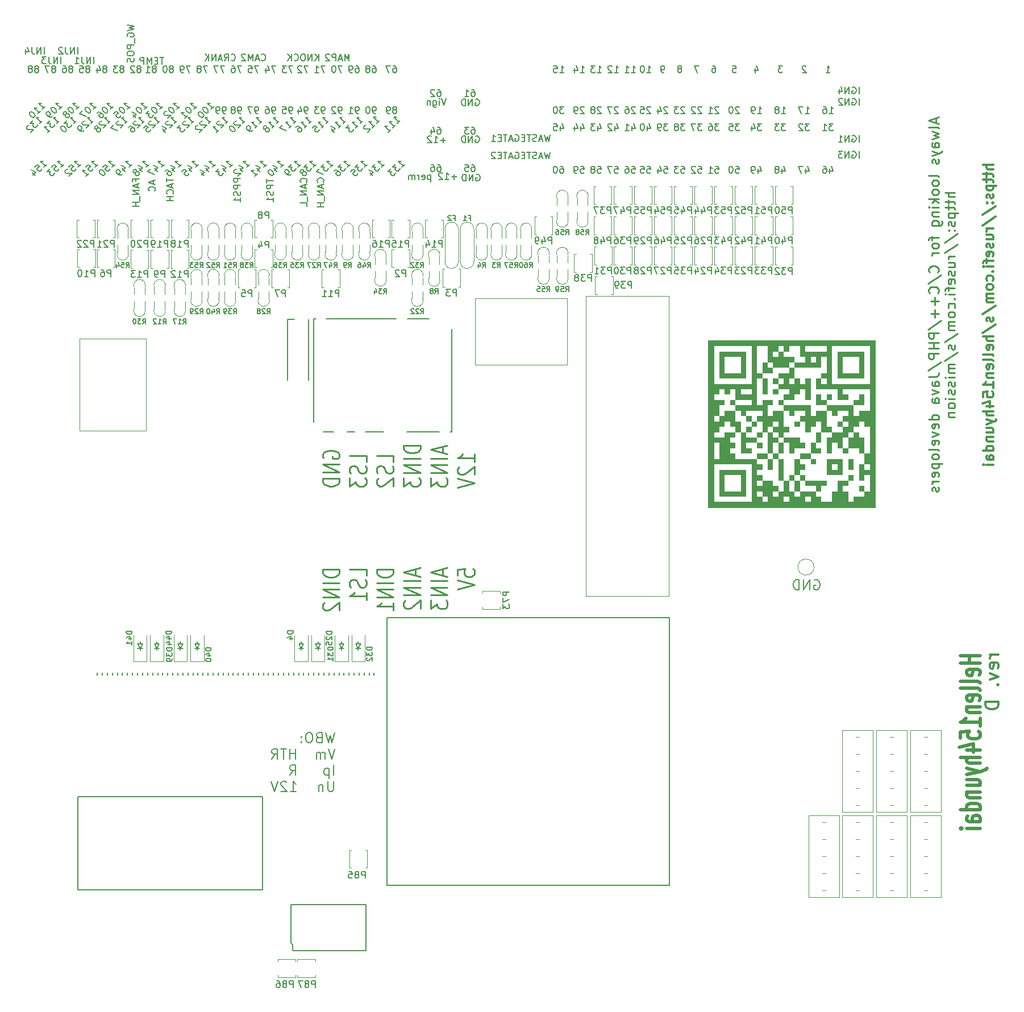
<source format=gbo>
G04 #@! TF.GenerationSoftware,KiCad,Pcbnew,7.0.11-7.0.11~ubuntu22.04.1*
G04 #@! TF.CreationDate,2024-03-27T01:28:59+00:00*
G04 #@! TF.ProjectId,hellen154hyundai,68656c6c-656e-4313-9534-6879756e6461,D*
G04 #@! TF.SameCoordinates,PX5f5e100PYc845880*
G04 #@! TF.FileFunction,Legend,Bot*
G04 #@! TF.FilePolarity,Positive*
%FSLAX46Y46*%
G04 Gerber Fmt 4.6, Leading zero omitted, Abs format (unit mm)*
G04 Created by KiCad (PCBNEW 7.0.11-7.0.11~ubuntu22.04.1) date 2024-03-27 01:28:59*
%MOMM*%
%LPD*%
G01*
G04 APERTURE LIST*
%ADD10C,0.250000*%
%ADD11C,0.150000*%
%ADD12C,0.500000*%
%ADD13C,0.300000*%
%ADD14C,0.200000*%
%ADD15C,0.127000*%
%ADD16C,0.170000*%
%ADD17C,0.120000*%
%ADD18C,0.099060*%
%ADD19C,0.100000*%
%ADD20C,0.203200*%
G04 APERTURE END LIST*
D10*
X154144857Y140021429D02*
X154144857Y139307143D01*
X154573428Y140164286D02*
X153073428Y139664286D01*
X153073428Y139664286D02*
X154573428Y139164286D01*
X154573428Y138450001D02*
X154502000Y138592858D01*
X154502000Y138592858D02*
X154359142Y138664287D01*
X154359142Y138664287D02*
X153073428Y138664287D01*
X153573428Y138021430D02*
X154573428Y137735715D01*
X154573428Y137735715D02*
X153859142Y137450001D01*
X153859142Y137450001D02*
X154573428Y137164287D01*
X154573428Y137164287D02*
X153573428Y136878573D01*
X154573428Y135664286D02*
X153787714Y135664286D01*
X153787714Y135664286D02*
X153644857Y135735715D01*
X153644857Y135735715D02*
X153573428Y135878572D01*
X153573428Y135878572D02*
X153573428Y136164286D01*
X153573428Y136164286D02*
X153644857Y136307144D01*
X154502000Y135664286D02*
X154573428Y135807144D01*
X154573428Y135807144D02*
X154573428Y136164286D01*
X154573428Y136164286D02*
X154502000Y136307144D01*
X154502000Y136307144D02*
X154359142Y136378572D01*
X154359142Y136378572D02*
X154216285Y136378572D01*
X154216285Y136378572D02*
X154073428Y136307144D01*
X154073428Y136307144D02*
X154002000Y136164286D01*
X154002000Y136164286D02*
X154002000Y135807144D01*
X154002000Y135807144D02*
X153930571Y135664286D01*
X153573428Y135092858D02*
X154573428Y134735715D01*
X153573428Y134378572D02*
X154573428Y134735715D01*
X154573428Y134735715D02*
X154930571Y134878572D01*
X154930571Y134878572D02*
X155002000Y134950001D01*
X155002000Y134950001D02*
X155073428Y135092858D01*
X154502000Y133878572D02*
X154573428Y133735715D01*
X154573428Y133735715D02*
X154573428Y133450001D01*
X154573428Y133450001D02*
X154502000Y133307144D01*
X154502000Y133307144D02*
X154359142Y133235715D01*
X154359142Y133235715D02*
X154287714Y133235715D01*
X154287714Y133235715D02*
X154144857Y133307144D01*
X154144857Y133307144D02*
X154073428Y133450001D01*
X154073428Y133450001D02*
X154073428Y133664286D01*
X154073428Y133664286D02*
X154002000Y133807144D01*
X154002000Y133807144D02*
X153859142Y133878572D01*
X153859142Y133878572D02*
X153787714Y133878572D01*
X153787714Y133878572D02*
X153644857Y133807144D01*
X153644857Y133807144D02*
X153573428Y133664286D01*
X153573428Y133664286D02*
X153573428Y133450001D01*
X153573428Y133450001D02*
X153644857Y133307144D01*
X154573428Y131235715D02*
X154502000Y131378572D01*
X154502000Y131378572D02*
X154359142Y131450001D01*
X154359142Y131450001D02*
X153073428Y131450001D01*
X154573428Y130450001D02*
X154502000Y130592858D01*
X154502000Y130592858D02*
X154430571Y130664287D01*
X154430571Y130664287D02*
X154287714Y130735715D01*
X154287714Y130735715D02*
X153859142Y130735715D01*
X153859142Y130735715D02*
X153716285Y130664287D01*
X153716285Y130664287D02*
X153644857Y130592858D01*
X153644857Y130592858D02*
X153573428Y130450001D01*
X153573428Y130450001D02*
X153573428Y130235715D01*
X153573428Y130235715D02*
X153644857Y130092858D01*
X153644857Y130092858D02*
X153716285Y130021429D01*
X153716285Y130021429D02*
X153859142Y129950001D01*
X153859142Y129950001D02*
X154287714Y129950001D01*
X154287714Y129950001D02*
X154430571Y130021429D01*
X154430571Y130021429D02*
X154502000Y130092858D01*
X154502000Y130092858D02*
X154573428Y130235715D01*
X154573428Y130235715D02*
X154573428Y130450001D01*
X154573428Y129092858D02*
X154502000Y129235715D01*
X154502000Y129235715D02*
X154430571Y129307144D01*
X154430571Y129307144D02*
X154287714Y129378572D01*
X154287714Y129378572D02*
X153859142Y129378572D01*
X153859142Y129378572D02*
X153716285Y129307144D01*
X153716285Y129307144D02*
X153644857Y129235715D01*
X153644857Y129235715D02*
X153573428Y129092858D01*
X153573428Y129092858D02*
X153573428Y128878572D01*
X153573428Y128878572D02*
X153644857Y128735715D01*
X153644857Y128735715D02*
X153716285Y128664286D01*
X153716285Y128664286D02*
X153859142Y128592858D01*
X153859142Y128592858D02*
X154287714Y128592858D01*
X154287714Y128592858D02*
X154430571Y128664286D01*
X154430571Y128664286D02*
X154502000Y128735715D01*
X154502000Y128735715D02*
X154573428Y128878572D01*
X154573428Y128878572D02*
X154573428Y129092858D01*
X154573428Y127950001D02*
X153073428Y127950001D01*
X154002000Y127807143D02*
X154573428Y127378572D01*
X153573428Y127378572D02*
X154144857Y127950001D01*
X154573428Y126735715D02*
X153573428Y126735715D01*
X153073428Y126735715D02*
X153144857Y126807143D01*
X153144857Y126807143D02*
X153216285Y126735715D01*
X153216285Y126735715D02*
X153144857Y126664286D01*
X153144857Y126664286D02*
X153073428Y126735715D01*
X153073428Y126735715D02*
X153216285Y126735715D01*
X153573428Y126021429D02*
X154573428Y126021429D01*
X153716285Y126021429D02*
X153644857Y125950000D01*
X153644857Y125950000D02*
X153573428Y125807143D01*
X153573428Y125807143D02*
X153573428Y125592857D01*
X153573428Y125592857D02*
X153644857Y125450000D01*
X153644857Y125450000D02*
X153787714Y125378571D01*
X153787714Y125378571D02*
X154573428Y125378571D01*
X153573428Y124021428D02*
X154787714Y124021428D01*
X154787714Y124021428D02*
X154930571Y124092857D01*
X154930571Y124092857D02*
X155002000Y124164286D01*
X155002000Y124164286D02*
X155073428Y124307143D01*
X155073428Y124307143D02*
X155073428Y124521428D01*
X155073428Y124521428D02*
X155002000Y124664286D01*
X154502000Y124021428D02*
X154573428Y124164286D01*
X154573428Y124164286D02*
X154573428Y124450000D01*
X154573428Y124450000D02*
X154502000Y124592857D01*
X154502000Y124592857D02*
X154430571Y124664286D01*
X154430571Y124664286D02*
X154287714Y124735714D01*
X154287714Y124735714D02*
X153859142Y124735714D01*
X153859142Y124735714D02*
X153716285Y124664286D01*
X153716285Y124664286D02*
X153644857Y124592857D01*
X153644857Y124592857D02*
X153573428Y124450000D01*
X153573428Y124450000D02*
X153573428Y124164286D01*
X153573428Y124164286D02*
X153644857Y124021428D01*
X153573428Y122378571D02*
X153573428Y121807143D01*
X154573428Y122164286D02*
X153287714Y122164286D01*
X153287714Y122164286D02*
X153144857Y122092857D01*
X153144857Y122092857D02*
X153073428Y121950000D01*
X153073428Y121950000D02*
X153073428Y121807143D01*
X154573428Y121092857D02*
X154502000Y121235714D01*
X154502000Y121235714D02*
X154430571Y121307143D01*
X154430571Y121307143D02*
X154287714Y121378571D01*
X154287714Y121378571D02*
X153859142Y121378571D01*
X153859142Y121378571D02*
X153716285Y121307143D01*
X153716285Y121307143D02*
X153644857Y121235714D01*
X153644857Y121235714D02*
X153573428Y121092857D01*
X153573428Y121092857D02*
X153573428Y120878571D01*
X153573428Y120878571D02*
X153644857Y120735714D01*
X153644857Y120735714D02*
X153716285Y120664285D01*
X153716285Y120664285D02*
X153859142Y120592857D01*
X153859142Y120592857D02*
X154287714Y120592857D01*
X154287714Y120592857D02*
X154430571Y120664285D01*
X154430571Y120664285D02*
X154502000Y120735714D01*
X154502000Y120735714D02*
X154573428Y120878571D01*
X154573428Y120878571D02*
X154573428Y121092857D01*
X154573428Y119950000D02*
X153573428Y119950000D01*
X153859142Y119950000D02*
X153716285Y119878571D01*
X153716285Y119878571D02*
X153644857Y119807142D01*
X153644857Y119807142D02*
X153573428Y119664285D01*
X153573428Y119664285D02*
X153573428Y119521428D01*
X154430571Y117021429D02*
X154502000Y117092857D01*
X154502000Y117092857D02*
X154573428Y117307143D01*
X154573428Y117307143D02*
X154573428Y117450000D01*
X154573428Y117450000D02*
X154502000Y117664286D01*
X154502000Y117664286D02*
X154359142Y117807143D01*
X154359142Y117807143D02*
X154216285Y117878572D01*
X154216285Y117878572D02*
X153930571Y117950000D01*
X153930571Y117950000D02*
X153716285Y117950000D01*
X153716285Y117950000D02*
X153430571Y117878572D01*
X153430571Y117878572D02*
X153287714Y117807143D01*
X153287714Y117807143D02*
X153144857Y117664286D01*
X153144857Y117664286D02*
X153073428Y117450000D01*
X153073428Y117450000D02*
X153073428Y117307143D01*
X153073428Y117307143D02*
X153144857Y117092857D01*
X153144857Y117092857D02*
X153216285Y117021429D01*
X153002000Y115307143D02*
X154930571Y116592857D01*
X154430571Y113950000D02*
X154502000Y114021428D01*
X154502000Y114021428D02*
X154573428Y114235714D01*
X154573428Y114235714D02*
X154573428Y114378571D01*
X154573428Y114378571D02*
X154502000Y114592857D01*
X154502000Y114592857D02*
X154359142Y114735714D01*
X154359142Y114735714D02*
X154216285Y114807143D01*
X154216285Y114807143D02*
X153930571Y114878571D01*
X153930571Y114878571D02*
X153716285Y114878571D01*
X153716285Y114878571D02*
X153430571Y114807143D01*
X153430571Y114807143D02*
X153287714Y114735714D01*
X153287714Y114735714D02*
X153144857Y114592857D01*
X153144857Y114592857D02*
X153073428Y114378571D01*
X153073428Y114378571D02*
X153073428Y114235714D01*
X153073428Y114235714D02*
X153144857Y114021428D01*
X153144857Y114021428D02*
X153216285Y113950000D01*
X154002000Y113307143D02*
X154002000Y112164285D01*
X154573428Y112735714D02*
X153430571Y112735714D01*
X154002000Y111450000D02*
X154002000Y110307142D01*
X154573428Y110878571D02*
X153430571Y110878571D01*
X153002000Y108521428D02*
X154930571Y109807142D01*
X154573428Y108021428D02*
X153073428Y108021428D01*
X153073428Y108021428D02*
X153073428Y107449999D01*
X153073428Y107449999D02*
X153144857Y107307142D01*
X153144857Y107307142D02*
X153216285Y107235713D01*
X153216285Y107235713D02*
X153359142Y107164285D01*
X153359142Y107164285D02*
X153573428Y107164285D01*
X153573428Y107164285D02*
X153716285Y107235713D01*
X153716285Y107235713D02*
X153787714Y107307142D01*
X153787714Y107307142D02*
X153859142Y107449999D01*
X153859142Y107449999D02*
X153859142Y108021428D01*
X154573428Y106521428D02*
X153073428Y106521428D01*
X153787714Y106521428D02*
X153787714Y105664285D01*
X154573428Y105664285D02*
X153073428Y105664285D01*
X154573428Y104949999D02*
X153073428Y104949999D01*
X153073428Y104949999D02*
X153073428Y104378570D01*
X153073428Y104378570D02*
X153144857Y104235713D01*
X153144857Y104235713D02*
X153216285Y104164284D01*
X153216285Y104164284D02*
X153359142Y104092856D01*
X153359142Y104092856D02*
X153573428Y104092856D01*
X153573428Y104092856D02*
X153716285Y104164284D01*
X153716285Y104164284D02*
X153787714Y104235713D01*
X153787714Y104235713D02*
X153859142Y104378570D01*
X153859142Y104378570D02*
X153859142Y104949999D01*
X153002000Y102378570D02*
X154930571Y103664284D01*
X153073428Y101449998D02*
X154144857Y101449998D01*
X154144857Y101449998D02*
X154359142Y101521427D01*
X154359142Y101521427D02*
X154502000Y101664284D01*
X154502000Y101664284D02*
X154573428Y101878570D01*
X154573428Y101878570D02*
X154573428Y102021427D01*
X154573428Y100092855D02*
X153787714Y100092855D01*
X153787714Y100092855D02*
X153644857Y100164284D01*
X153644857Y100164284D02*
X153573428Y100307141D01*
X153573428Y100307141D02*
X153573428Y100592855D01*
X153573428Y100592855D02*
X153644857Y100735713D01*
X154502000Y100092855D02*
X154573428Y100235713D01*
X154573428Y100235713D02*
X154573428Y100592855D01*
X154573428Y100592855D02*
X154502000Y100735713D01*
X154502000Y100735713D02*
X154359142Y100807141D01*
X154359142Y100807141D02*
X154216285Y100807141D01*
X154216285Y100807141D02*
X154073428Y100735713D01*
X154073428Y100735713D02*
X154002000Y100592855D01*
X154002000Y100592855D02*
X154002000Y100235713D01*
X154002000Y100235713D02*
X153930571Y100092855D01*
X153573428Y99521427D02*
X154573428Y99164284D01*
X154573428Y99164284D02*
X153573428Y98807141D01*
X154573428Y97592855D02*
X153787714Y97592855D01*
X153787714Y97592855D02*
X153644857Y97664284D01*
X153644857Y97664284D02*
X153573428Y97807141D01*
X153573428Y97807141D02*
X153573428Y98092855D01*
X153573428Y98092855D02*
X153644857Y98235713D01*
X154502000Y97592855D02*
X154573428Y97735713D01*
X154573428Y97735713D02*
X154573428Y98092855D01*
X154573428Y98092855D02*
X154502000Y98235713D01*
X154502000Y98235713D02*
X154359142Y98307141D01*
X154359142Y98307141D02*
X154216285Y98307141D01*
X154216285Y98307141D02*
X154073428Y98235713D01*
X154073428Y98235713D02*
X154002000Y98092855D01*
X154002000Y98092855D02*
X154002000Y97735713D01*
X154002000Y97735713D02*
X153930571Y97592855D01*
X154573428Y95092855D02*
X153073428Y95092855D01*
X154502000Y95092855D02*
X154573428Y95235713D01*
X154573428Y95235713D02*
X154573428Y95521427D01*
X154573428Y95521427D02*
X154502000Y95664284D01*
X154502000Y95664284D02*
X154430571Y95735713D01*
X154430571Y95735713D02*
X154287714Y95807141D01*
X154287714Y95807141D02*
X153859142Y95807141D01*
X153859142Y95807141D02*
X153716285Y95735713D01*
X153716285Y95735713D02*
X153644857Y95664284D01*
X153644857Y95664284D02*
X153573428Y95521427D01*
X153573428Y95521427D02*
X153573428Y95235713D01*
X153573428Y95235713D02*
X153644857Y95092855D01*
X154502000Y93807141D02*
X154573428Y93949998D01*
X154573428Y93949998D02*
X154573428Y94235712D01*
X154573428Y94235712D02*
X154502000Y94378570D01*
X154502000Y94378570D02*
X154359142Y94449998D01*
X154359142Y94449998D02*
X153787714Y94449998D01*
X153787714Y94449998D02*
X153644857Y94378570D01*
X153644857Y94378570D02*
X153573428Y94235712D01*
X153573428Y94235712D02*
X153573428Y93949998D01*
X153573428Y93949998D02*
X153644857Y93807141D01*
X153644857Y93807141D02*
X153787714Y93735712D01*
X153787714Y93735712D02*
X153930571Y93735712D01*
X153930571Y93735712D02*
X154073428Y94449998D01*
X153573428Y93235713D02*
X154573428Y92878570D01*
X154573428Y92878570D02*
X153573428Y92521427D01*
X154502000Y91378570D02*
X154573428Y91521427D01*
X154573428Y91521427D02*
X154573428Y91807141D01*
X154573428Y91807141D02*
X154502000Y91949999D01*
X154502000Y91949999D02*
X154359142Y92021427D01*
X154359142Y92021427D02*
X153787714Y92021427D01*
X153787714Y92021427D02*
X153644857Y91949999D01*
X153644857Y91949999D02*
X153573428Y91807141D01*
X153573428Y91807141D02*
X153573428Y91521427D01*
X153573428Y91521427D02*
X153644857Y91378570D01*
X153644857Y91378570D02*
X153787714Y91307141D01*
X153787714Y91307141D02*
X153930571Y91307141D01*
X153930571Y91307141D02*
X154073428Y92021427D01*
X154573428Y90449999D02*
X154502000Y90592856D01*
X154502000Y90592856D02*
X154359142Y90664285D01*
X154359142Y90664285D02*
X153073428Y90664285D01*
X154573428Y89664285D02*
X154502000Y89807142D01*
X154502000Y89807142D02*
X154430571Y89878571D01*
X154430571Y89878571D02*
X154287714Y89949999D01*
X154287714Y89949999D02*
X153859142Y89949999D01*
X153859142Y89949999D02*
X153716285Y89878571D01*
X153716285Y89878571D02*
X153644857Y89807142D01*
X153644857Y89807142D02*
X153573428Y89664285D01*
X153573428Y89664285D02*
X153573428Y89449999D01*
X153573428Y89449999D02*
X153644857Y89307142D01*
X153644857Y89307142D02*
X153716285Y89235713D01*
X153716285Y89235713D02*
X153859142Y89164285D01*
X153859142Y89164285D02*
X154287714Y89164285D01*
X154287714Y89164285D02*
X154430571Y89235713D01*
X154430571Y89235713D02*
X154502000Y89307142D01*
X154502000Y89307142D02*
X154573428Y89449999D01*
X154573428Y89449999D02*
X154573428Y89664285D01*
X153573428Y88521428D02*
X155073428Y88521428D01*
X153644857Y88521428D02*
X153573428Y88378570D01*
X153573428Y88378570D02*
X153573428Y88092856D01*
X153573428Y88092856D02*
X153644857Y87949999D01*
X153644857Y87949999D02*
X153716285Y87878570D01*
X153716285Y87878570D02*
X153859142Y87807142D01*
X153859142Y87807142D02*
X154287714Y87807142D01*
X154287714Y87807142D02*
X154430571Y87878570D01*
X154430571Y87878570D02*
X154502000Y87949999D01*
X154502000Y87949999D02*
X154573428Y88092856D01*
X154573428Y88092856D02*
X154573428Y88378570D01*
X154573428Y88378570D02*
X154502000Y88521428D01*
X154502000Y86592856D02*
X154573428Y86735713D01*
X154573428Y86735713D02*
X154573428Y87021427D01*
X154573428Y87021427D02*
X154502000Y87164285D01*
X154502000Y87164285D02*
X154359142Y87235713D01*
X154359142Y87235713D02*
X153787714Y87235713D01*
X153787714Y87235713D02*
X153644857Y87164285D01*
X153644857Y87164285D02*
X153573428Y87021427D01*
X153573428Y87021427D02*
X153573428Y86735713D01*
X153573428Y86735713D02*
X153644857Y86592856D01*
X153644857Y86592856D02*
X153787714Y86521427D01*
X153787714Y86521427D02*
X153930571Y86521427D01*
X153930571Y86521427D02*
X154073428Y87235713D01*
X154573428Y85878571D02*
X153573428Y85878571D01*
X153859142Y85878571D02*
X153716285Y85807142D01*
X153716285Y85807142D02*
X153644857Y85735713D01*
X153644857Y85735713D02*
X153573428Y85592856D01*
X153573428Y85592856D02*
X153573428Y85449999D01*
X154502000Y85021428D02*
X154573428Y84878571D01*
X154573428Y84878571D02*
X154573428Y84592857D01*
X154573428Y84592857D02*
X154502000Y84450000D01*
X154502000Y84450000D02*
X154359142Y84378571D01*
X154359142Y84378571D02*
X154287714Y84378571D01*
X154287714Y84378571D02*
X154144857Y84450000D01*
X154144857Y84450000D02*
X154073428Y84592857D01*
X154073428Y84592857D02*
X154073428Y84807142D01*
X154073428Y84807142D02*
X154002000Y84950000D01*
X154002000Y84950000D02*
X153859142Y85021428D01*
X153859142Y85021428D02*
X153787714Y85021428D01*
X153787714Y85021428D02*
X153644857Y84950000D01*
X153644857Y84950000D02*
X153573428Y84807142D01*
X153573428Y84807142D02*
X153573428Y84592857D01*
X153573428Y84592857D02*
X153644857Y84450000D01*
X156988428Y128914289D02*
X155488428Y128914289D01*
X156988428Y128271431D02*
X156202714Y128271431D01*
X156202714Y128271431D02*
X156059857Y128342860D01*
X156059857Y128342860D02*
X155988428Y128485717D01*
X155988428Y128485717D02*
X155988428Y128700003D01*
X155988428Y128700003D02*
X156059857Y128842860D01*
X156059857Y128842860D02*
X156131285Y128914289D01*
X155988428Y127771431D02*
X155988428Y127200003D01*
X155488428Y127557146D02*
X156774142Y127557146D01*
X156774142Y127557146D02*
X156917000Y127485717D01*
X156917000Y127485717D02*
X156988428Y127342860D01*
X156988428Y127342860D02*
X156988428Y127200003D01*
X155988428Y126914288D02*
X155988428Y126342860D01*
X155488428Y126700003D02*
X156774142Y126700003D01*
X156774142Y126700003D02*
X156917000Y126628574D01*
X156917000Y126628574D02*
X156988428Y126485717D01*
X156988428Y126485717D02*
X156988428Y126342860D01*
X155988428Y125842860D02*
X157488428Y125842860D01*
X156059857Y125842860D02*
X155988428Y125700002D01*
X155988428Y125700002D02*
X155988428Y125414288D01*
X155988428Y125414288D02*
X156059857Y125271431D01*
X156059857Y125271431D02*
X156131285Y125200002D01*
X156131285Y125200002D02*
X156274142Y125128574D01*
X156274142Y125128574D02*
X156702714Y125128574D01*
X156702714Y125128574D02*
X156845571Y125200002D01*
X156845571Y125200002D02*
X156917000Y125271431D01*
X156917000Y125271431D02*
X156988428Y125414288D01*
X156988428Y125414288D02*
X156988428Y125700002D01*
X156988428Y125700002D02*
X156917000Y125842860D01*
X156917000Y124557145D02*
X156988428Y124414288D01*
X156988428Y124414288D02*
X156988428Y124128574D01*
X156988428Y124128574D02*
X156917000Y123985717D01*
X156917000Y123985717D02*
X156774142Y123914288D01*
X156774142Y123914288D02*
X156702714Y123914288D01*
X156702714Y123914288D02*
X156559857Y123985717D01*
X156559857Y123985717D02*
X156488428Y124128574D01*
X156488428Y124128574D02*
X156488428Y124342859D01*
X156488428Y124342859D02*
X156417000Y124485717D01*
X156417000Y124485717D02*
X156274142Y124557145D01*
X156274142Y124557145D02*
X156202714Y124557145D01*
X156202714Y124557145D02*
X156059857Y124485717D01*
X156059857Y124485717D02*
X155988428Y124342859D01*
X155988428Y124342859D02*
X155988428Y124128574D01*
X155988428Y124128574D02*
X156059857Y123985717D01*
X156845571Y123271431D02*
X156917000Y123200002D01*
X156917000Y123200002D02*
X156988428Y123271431D01*
X156988428Y123271431D02*
X156917000Y123342859D01*
X156917000Y123342859D02*
X156845571Y123271431D01*
X156845571Y123271431D02*
X156988428Y123271431D01*
X156059857Y123271431D02*
X156131285Y123200002D01*
X156131285Y123200002D02*
X156202714Y123271431D01*
X156202714Y123271431D02*
X156131285Y123342859D01*
X156131285Y123342859D02*
X156059857Y123271431D01*
X156059857Y123271431D02*
X156202714Y123271431D01*
X155417000Y121485716D02*
X157345571Y122771430D01*
X155417000Y119914287D02*
X157345571Y121200001D01*
X156988428Y119414287D02*
X155988428Y119414287D01*
X156274142Y119414287D02*
X156131285Y119342858D01*
X156131285Y119342858D02*
X156059857Y119271429D01*
X156059857Y119271429D02*
X155988428Y119128572D01*
X155988428Y119128572D02*
X155988428Y118985715D01*
X155988428Y117842858D02*
X156988428Y117842858D01*
X155988428Y118485716D02*
X156774142Y118485716D01*
X156774142Y118485716D02*
X156917000Y118414287D01*
X156917000Y118414287D02*
X156988428Y118271430D01*
X156988428Y118271430D02*
X156988428Y118057144D01*
X156988428Y118057144D02*
X156917000Y117914287D01*
X156917000Y117914287D02*
X156845571Y117842858D01*
X156917000Y117200001D02*
X156988428Y117057144D01*
X156988428Y117057144D02*
X156988428Y116771430D01*
X156988428Y116771430D02*
X156917000Y116628573D01*
X156917000Y116628573D02*
X156774142Y116557144D01*
X156774142Y116557144D02*
X156702714Y116557144D01*
X156702714Y116557144D02*
X156559857Y116628573D01*
X156559857Y116628573D02*
X156488428Y116771430D01*
X156488428Y116771430D02*
X156488428Y116985715D01*
X156488428Y116985715D02*
X156417000Y117128573D01*
X156417000Y117128573D02*
X156274142Y117200001D01*
X156274142Y117200001D02*
X156202714Y117200001D01*
X156202714Y117200001D02*
X156059857Y117128573D01*
X156059857Y117128573D02*
X155988428Y116985715D01*
X155988428Y116985715D02*
X155988428Y116771430D01*
X155988428Y116771430D02*
X156059857Y116628573D01*
X156917000Y115342858D02*
X156988428Y115485715D01*
X156988428Y115485715D02*
X156988428Y115771429D01*
X156988428Y115771429D02*
X156917000Y115914287D01*
X156917000Y115914287D02*
X156774142Y115985715D01*
X156774142Y115985715D02*
X156202714Y115985715D01*
X156202714Y115985715D02*
X156059857Y115914287D01*
X156059857Y115914287D02*
X155988428Y115771429D01*
X155988428Y115771429D02*
X155988428Y115485715D01*
X155988428Y115485715D02*
X156059857Y115342858D01*
X156059857Y115342858D02*
X156202714Y115271429D01*
X156202714Y115271429D02*
X156345571Y115271429D01*
X156345571Y115271429D02*
X156488428Y115985715D01*
X155988428Y114842858D02*
X155988428Y114271430D01*
X156988428Y114628573D02*
X155702714Y114628573D01*
X155702714Y114628573D02*
X155559857Y114557144D01*
X155559857Y114557144D02*
X155488428Y114414287D01*
X155488428Y114414287D02*
X155488428Y114271430D01*
X156988428Y113771430D02*
X155988428Y113771430D01*
X155488428Y113771430D02*
X155559857Y113842858D01*
X155559857Y113842858D02*
X155631285Y113771430D01*
X155631285Y113771430D02*
X155559857Y113700001D01*
X155559857Y113700001D02*
X155488428Y113771430D01*
X155488428Y113771430D02*
X155631285Y113771430D01*
X156845571Y113057144D02*
X156917000Y112985715D01*
X156917000Y112985715D02*
X156988428Y113057144D01*
X156988428Y113057144D02*
X156917000Y113128572D01*
X156917000Y113128572D02*
X156845571Y113057144D01*
X156845571Y113057144D02*
X156988428Y113057144D01*
X156917000Y111700000D02*
X156988428Y111842858D01*
X156988428Y111842858D02*
X156988428Y112128572D01*
X156988428Y112128572D02*
X156917000Y112271429D01*
X156917000Y112271429D02*
X156845571Y112342858D01*
X156845571Y112342858D02*
X156702714Y112414286D01*
X156702714Y112414286D02*
X156274142Y112414286D01*
X156274142Y112414286D02*
X156131285Y112342858D01*
X156131285Y112342858D02*
X156059857Y112271429D01*
X156059857Y112271429D02*
X155988428Y112128572D01*
X155988428Y112128572D02*
X155988428Y111842858D01*
X155988428Y111842858D02*
X156059857Y111700000D01*
X156988428Y110842858D02*
X156917000Y110985715D01*
X156917000Y110985715D02*
X156845571Y111057144D01*
X156845571Y111057144D02*
X156702714Y111128572D01*
X156702714Y111128572D02*
X156274142Y111128572D01*
X156274142Y111128572D02*
X156131285Y111057144D01*
X156131285Y111057144D02*
X156059857Y110985715D01*
X156059857Y110985715D02*
X155988428Y110842858D01*
X155988428Y110842858D02*
X155988428Y110628572D01*
X155988428Y110628572D02*
X156059857Y110485715D01*
X156059857Y110485715D02*
X156131285Y110414286D01*
X156131285Y110414286D02*
X156274142Y110342858D01*
X156274142Y110342858D02*
X156702714Y110342858D01*
X156702714Y110342858D02*
X156845571Y110414286D01*
X156845571Y110414286D02*
X156917000Y110485715D01*
X156917000Y110485715D02*
X156988428Y110628572D01*
X156988428Y110628572D02*
X156988428Y110842858D01*
X156988428Y109700001D02*
X155988428Y109700001D01*
X156131285Y109700001D02*
X156059857Y109628572D01*
X156059857Y109628572D02*
X155988428Y109485715D01*
X155988428Y109485715D02*
X155988428Y109271429D01*
X155988428Y109271429D02*
X156059857Y109128572D01*
X156059857Y109128572D02*
X156202714Y109057143D01*
X156202714Y109057143D02*
X156988428Y109057143D01*
X156202714Y109057143D02*
X156059857Y108985715D01*
X156059857Y108985715D02*
X155988428Y108842858D01*
X155988428Y108842858D02*
X155988428Y108628572D01*
X155988428Y108628572D02*
X156059857Y108485715D01*
X156059857Y108485715D02*
X156202714Y108414286D01*
X156202714Y108414286D02*
X156988428Y108414286D01*
X155417000Y106628572D02*
X157345571Y107914286D01*
X156917000Y106200000D02*
X156988428Y106057143D01*
X156988428Y106057143D02*
X156988428Y105771429D01*
X156988428Y105771429D02*
X156917000Y105628572D01*
X156917000Y105628572D02*
X156774142Y105557143D01*
X156774142Y105557143D02*
X156702714Y105557143D01*
X156702714Y105557143D02*
X156559857Y105628572D01*
X156559857Y105628572D02*
X156488428Y105771429D01*
X156488428Y105771429D02*
X156488428Y105985714D01*
X156488428Y105985714D02*
X156417000Y106128572D01*
X156417000Y106128572D02*
X156274142Y106200000D01*
X156274142Y106200000D02*
X156202714Y106200000D01*
X156202714Y106200000D02*
X156059857Y106128572D01*
X156059857Y106128572D02*
X155988428Y105985714D01*
X155988428Y105985714D02*
X155988428Y105771429D01*
X155988428Y105771429D02*
X156059857Y105628572D01*
X155417000Y103842857D02*
X157345571Y105128571D01*
X156988428Y103342857D02*
X155988428Y103342857D01*
X156131285Y103342857D02*
X156059857Y103271428D01*
X156059857Y103271428D02*
X155988428Y103128571D01*
X155988428Y103128571D02*
X155988428Y102914285D01*
X155988428Y102914285D02*
X156059857Y102771428D01*
X156059857Y102771428D02*
X156202714Y102699999D01*
X156202714Y102699999D02*
X156988428Y102699999D01*
X156202714Y102699999D02*
X156059857Y102628571D01*
X156059857Y102628571D02*
X155988428Y102485714D01*
X155988428Y102485714D02*
X155988428Y102271428D01*
X155988428Y102271428D02*
X156059857Y102128571D01*
X156059857Y102128571D02*
X156202714Y102057142D01*
X156202714Y102057142D02*
X156988428Y102057142D01*
X156988428Y101342857D02*
X155988428Y101342857D01*
X155488428Y101342857D02*
X155559857Y101414285D01*
X155559857Y101414285D02*
X155631285Y101342857D01*
X155631285Y101342857D02*
X155559857Y101271428D01*
X155559857Y101271428D02*
X155488428Y101342857D01*
X155488428Y101342857D02*
X155631285Y101342857D01*
X156917000Y100699999D02*
X156988428Y100557142D01*
X156988428Y100557142D02*
X156988428Y100271428D01*
X156988428Y100271428D02*
X156917000Y100128571D01*
X156917000Y100128571D02*
X156774142Y100057142D01*
X156774142Y100057142D02*
X156702714Y100057142D01*
X156702714Y100057142D02*
X156559857Y100128571D01*
X156559857Y100128571D02*
X156488428Y100271428D01*
X156488428Y100271428D02*
X156488428Y100485713D01*
X156488428Y100485713D02*
X156417000Y100628571D01*
X156417000Y100628571D02*
X156274142Y100699999D01*
X156274142Y100699999D02*
X156202714Y100699999D01*
X156202714Y100699999D02*
X156059857Y100628571D01*
X156059857Y100628571D02*
X155988428Y100485713D01*
X155988428Y100485713D02*
X155988428Y100271428D01*
X155988428Y100271428D02*
X156059857Y100128571D01*
X156917000Y99485713D02*
X156988428Y99342856D01*
X156988428Y99342856D02*
X156988428Y99057142D01*
X156988428Y99057142D02*
X156917000Y98914285D01*
X156917000Y98914285D02*
X156774142Y98842856D01*
X156774142Y98842856D02*
X156702714Y98842856D01*
X156702714Y98842856D02*
X156559857Y98914285D01*
X156559857Y98914285D02*
X156488428Y99057142D01*
X156488428Y99057142D02*
X156488428Y99271427D01*
X156488428Y99271427D02*
X156417000Y99414285D01*
X156417000Y99414285D02*
X156274142Y99485713D01*
X156274142Y99485713D02*
X156202714Y99485713D01*
X156202714Y99485713D02*
X156059857Y99414285D01*
X156059857Y99414285D02*
X155988428Y99271427D01*
X155988428Y99271427D02*
X155988428Y99057142D01*
X155988428Y99057142D02*
X156059857Y98914285D01*
X156988428Y98199999D02*
X155988428Y98199999D01*
X155488428Y98199999D02*
X155559857Y98271427D01*
X155559857Y98271427D02*
X155631285Y98199999D01*
X155631285Y98199999D02*
X155559857Y98128570D01*
X155559857Y98128570D02*
X155488428Y98199999D01*
X155488428Y98199999D02*
X155631285Y98199999D01*
X156988428Y97271427D02*
X156917000Y97414284D01*
X156917000Y97414284D02*
X156845571Y97485713D01*
X156845571Y97485713D02*
X156702714Y97557141D01*
X156702714Y97557141D02*
X156274142Y97557141D01*
X156274142Y97557141D02*
X156131285Y97485713D01*
X156131285Y97485713D02*
X156059857Y97414284D01*
X156059857Y97414284D02*
X155988428Y97271427D01*
X155988428Y97271427D02*
X155988428Y97057141D01*
X155988428Y97057141D02*
X156059857Y96914284D01*
X156059857Y96914284D02*
X156131285Y96842855D01*
X156131285Y96842855D02*
X156274142Y96771427D01*
X156274142Y96771427D02*
X156702714Y96771427D01*
X156702714Y96771427D02*
X156845571Y96842855D01*
X156845571Y96842855D02*
X156917000Y96914284D01*
X156917000Y96914284D02*
X156988428Y97057141D01*
X156988428Y97057141D02*
X156988428Y97271427D01*
X155988428Y96128570D02*
X156988428Y96128570D01*
X156131285Y96128570D02*
X156059857Y96057141D01*
X156059857Y96057141D02*
X155988428Y95914284D01*
X155988428Y95914284D02*
X155988428Y95699998D01*
X155988428Y95699998D02*
X156059857Y95557141D01*
X156059857Y95557141D02*
X156202714Y95485712D01*
X156202714Y95485712D02*
X156988428Y95485712D01*
D11*
X82771428Y131226134D02*
X82009524Y131226134D01*
X82390476Y130845181D02*
X82390476Y131607086D01*
X81009524Y130845181D02*
X81580952Y130845181D01*
X81295238Y130845181D02*
X81295238Y131845181D01*
X81295238Y131845181D02*
X81390476Y131702324D01*
X81390476Y131702324D02*
X81485714Y131607086D01*
X81485714Y131607086D02*
X81580952Y131559467D01*
X80628571Y131749943D02*
X80580952Y131797562D01*
X80580952Y131797562D02*
X80485714Y131845181D01*
X80485714Y131845181D02*
X80247619Y131845181D01*
X80247619Y131845181D02*
X80152381Y131797562D01*
X80152381Y131797562D02*
X80104762Y131749943D01*
X80104762Y131749943D02*
X80057143Y131654705D01*
X80057143Y131654705D02*
X80057143Y131559467D01*
X80057143Y131559467D02*
X80104762Y131416610D01*
X80104762Y131416610D02*
X80676190Y130845181D01*
X80676190Y130845181D02*
X80057143Y130845181D01*
X78866666Y131511848D02*
X78866666Y130511848D01*
X78866666Y131464229D02*
X78771428Y131511848D01*
X78771428Y131511848D02*
X78580952Y131511848D01*
X78580952Y131511848D02*
X78485714Y131464229D01*
X78485714Y131464229D02*
X78438095Y131416610D01*
X78438095Y131416610D02*
X78390476Y131321372D01*
X78390476Y131321372D02*
X78390476Y131035658D01*
X78390476Y131035658D02*
X78438095Y130940420D01*
X78438095Y130940420D02*
X78485714Y130892800D01*
X78485714Y130892800D02*
X78580952Y130845181D01*
X78580952Y130845181D02*
X78771428Y130845181D01*
X78771428Y130845181D02*
X78866666Y130892800D01*
X77580952Y130892800D02*
X77676190Y130845181D01*
X77676190Y130845181D02*
X77866666Y130845181D01*
X77866666Y130845181D02*
X77961904Y130892800D01*
X77961904Y130892800D02*
X78009523Y130988039D01*
X78009523Y130988039D02*
X78009523Y131368991D01*
X78009523Y131368991D02*
X77961904Y131464229D01*
X77961904Y131464229D02*
X77866666Y131511848D01*
X77866666Y131511848D02*
X77676190Y131511848D01*
X77676190Y131511848D02*
X77580952Y131464229D01*
X77580952Y131464229D02*
X77533333Y131368991D01*
X77533333Y131368991D02*
X77533333Y131273753D01*
X77533333Y131273753D02*
X78009523Y131178515D01*
X77104761Y130845181D02*
X77104761Y131511848D01*
X77104761Y131321372D02*
X77057142Y131416610D01*
X77057142Y131416610D02*
X77009523Y131464229D01*
X77009523Y131464229D02*
X76914285Y131511848D01*
X76914285Y131511848D02*
X76819047Y131511848D01*
X76485713Y130845181D02*
X76485713Y131511848D01*
X76485713Y131416610D02*
X76438094Y131464229D01*
X76438094Y131464229D02*
X76342856Y131511848D01*
X76342856Y131511848D02*
X76199999Y131511848D01*
X76199999Y131511848D02*
X76104761Y131464229D01*
X76104761Y131464229D02*
X76057142Y131368991D01*
X76057142Y131368991D02*
X76057142Y130845181D01*
X76057142Y131368991D02*
X76009523Y131464229D01*
X76009523Y131464229D02*
X75914285Y131511848D01*
X75914285Y131511848D02*
X75771428Y131511848D01*
X75771428Y131511848D02*
X75676189Y131464229D01*
X75676189Y131464229D02*
X75628570Y131368991D01*
X75628570Y131368991D02*
X75628570Y130845181D01*
X96704761Y134945181D02*
X96466666Y133945181D01*
X96466666Y133945181D02*
X96276190Y134659467D01*
X96276190Y134659467D02*
X96085714Y133945181D01*
X96085714Y133945181D02*
X95847619Y134945181D01*
X95514285Y134230896D02*
X95038095Y134230896D01*
X95609523Y133945181D02*
X95276190Y134945181D01*
X95276190Y134945181D02*
X94942857Y133945181D01*
X94657142Y133992800D02*
X94514285Y133945181D01*
X94514285Y133945181D02*
X94276190Y133945181D01*
X94276190Y133945181D02*
X94180952Y133992800D01*
X94180952Y133992800D02*
X94133333Y134040420D01*
X94133333Y134040420D02*
X94085714Y134135658D01*
X94085714Y134135658D02*
X94085714Y134230896D01*
X94085714Y134230896D02*
X94133333Y134326134D01*
X94133333Y134326134D02*
X94180952Y134373753D01*
X94180952Y134373753D02*
X94276190Y134421372D01*
X94276190Y134421372D02*
X94466666Y134468991D01*
X94466666Y134468991D02*
X94561904Y134516610D01*
X94561904Y134516610D02*
X94609523Y134564229D01*
X94609523Y134564229D02*
X94657142Y134659467D01*
X94657142Y134659467D02*
X94657142Y134754705D01*
X94657142Y134754705D02*
X94609523Y134849943D01*
X94609523Y134849943D02*
X94561904Y134897562D01*
X94561904Y134897562D02*
X94466666Y134945181D01*
X94466666Y134945181D02*
X94228571Y134945181D01*
X94228571Y134945181D02*
X94085714Y134897562D01*
X93799999Y134945181D02*
X93228571Y134945181D01*
X93514285Y133945181D02*
X93514285Y134945181D01*
X92895237Y134468991D02*
X92561904Y134468991D01*
X92419047Y133945181D02*
X92895237Y133945181D01*
X92895237Y133945181D02*
X92895237Y134945181D01*
X92895237Y134945181D02*
X92419047Y134945181D01*
X91466666Y134897562D02*
X91561904Y134945181D01*
X91561904Y134945181D02*
X91704761Y134945181D01*
X91704761Y134945181D02*
X91847618Y134897562D01*
X91847618Y134897562D02*
X91942856Y134802324D01*
X91942856Y134802324D02*
X91990475Y134707086D01*
X91990475Y134707086D02*
X92038094Y134516610D01*
X92038094Y134516610D02*
X92038094Y134373753D01*
X92038094Y134373753D02*
X91990475Y134183277D01*
X91990475Y134183277D02*
X91942856Y134088039D01*
X91942856Y134088039D02*
X91847618Y133992800D01*
X91847618Y133992800D02*
X91704761Y133945181D01*
X91704761Y133945181D02*
X91609523Y133945181D01*
X91609523Y133945181D02*
X91466666Y133992800D01*
X91466666Y133992800D02*
X91419047Y134040420D01*
X91419047Y134040420D02*
X91419047Y134373753D01*
X91419047Y134373753D02*
X91609523Y134373753D01*
X91038094Y134230896D02*
X90561904Y134230896D01*
X91133332Y133945181D02*
X90799999Y134945181D01*
X90799999Y134945181D02*
X90466666Y133945181D01*
X90276189Y134945181D02*
X89704761Y134945181D01*
X89990475Y133945181D02*
X89990475Y134945181D01*
X89371427Y134468991D02*
X89038094Y134468991D01*
X88895237Y133945181D02*
X89371427Y133945181D01*
X89371427Y133945181D02*
X89371427Y134945181D01*
X89371427Y134945181D02*
X88895237Y134945181D01*
X88514284Y134849943D02*
X88466665Y134897562D01*
X88466665Y134897562D02*
X88371427Y134945181D01*
X88371427Y134945181D02*
X88133332Y134945181D01*
X88133332Y134945181D02*
X88038094Y134897562D01*
X88038094Y134897562D02*
X87990475Y134849943D01*
X87990475Y134849943D02*
X87942856Y134754705D01*
X87942856Y134754705D02*
X87942856Y134659467D01*
X87942856Y134659467D02*
X87990475Y134516610D01*
X87990475Y134516610D02*
X88561903Y133945181D01*
X88561903Y133945181D02*
X87942856Y133945181D01*
X33654819Y153909524D02*
X34654819Y153671429D01*
X34654819Y153671429D02*
X33940533Y153480953D01*
X33940533Y153480953D02*
X34654819Y153290477D01*
X34654819Y153290477D02*
X33654819Y153052381D01*
X33702438Y152147620D02*
X33654819Y152242858D01*
X33654819Y152242858D02*
X33654819Y152385715D01*
X33654819Y152385715D02*
X33702438Y152528572D01*
X33702438Y152528572D02*
X33797676Y152623810D01*
X33797676Y152623810D02*
X33892914Y152671429D01*
X33892914Y152671429D02*
X34083390Y152719048D01*
X34083390Y152719048D02*
X34226247Y152719048D01*
X34226247Y152719048D02*
X34416723Y152671429D01*
X34416723Y152671429D02*
X34511961Y152623810D01*
X34511961Y152623810D02*
X34607200Y152528572D01*
X34607200Y152528572D02*
X34654819Y152385715D01*
X34654819Y152385715D02*
X34654819Y152290477D01*
X34654819Y152290477D02*
X34607200Y152147620D01*
X34607200Y152147620D02*
X34559580Y152100001D01*
X34559580Y152100001D02*
X34226247Y152100001D01*
X34226247Y152100001D02*
X34226247Y152290477D01*
X34750057Y151909524D02*
X34750057Y151147620D01*
X34654819Y150909524D02*
X33654819Y150909524D01*
X33654819Y150909524D02*
X33654819Y150528572D01*
X33654819Y150528572D02*
X33702438Y150433334D01*
X33702438Y150433334D02*
X33750057Y150385715D01*
X33750057Y150385715D02*
X33845295Y150338096D01*
X33845295Y150338096D02*
X33988152Y150338096D01*
X33988152Y150338096D02*
X34083390Y150385715D01*
X34083390Y150385715D02*
X34131009Y150433334D01*
X34131009Y150433334D02*
X34178628Y150528572D01*
X34178628Y150528572D02*
X34178628Y150909524D01*
X33654819Y149719048D02*
X33654819Y149528572D01*
X33654819Y149528572D02*
X33702438Y149433334D01*
X33702438Y149433334D02*
X33797676Y149338096D01*
X33797676Y149338096D02*
X33988152Y149290477D01*
X33988152Y149290477D02*
X34321485Y149290477D01*
X34321485Y149290477D02*
X34511961Y149338096D01*
X34511961Y149338096D02*
X34607200Y149433334D01*
X34607200Y149433334D02*
X34654819Y149528572D01*
X34654819Y149528572D02*
X34654819Y149719048D01*
X34654819Y149719048D02*
X34607200Y149814286D01*
X34607200Y149814286D02*
X34511961Y149909524D01*
X34511961Y149909524D02*
X34321485Y149957143D01*
X34321485Y149957143D02*
X33988152Y149957143D01*
X33988152Y149957143D02*
X33797676Y149909524D01*
X33797676Y149909524D02*
X33702438Y149814286D01*
X33702438Y149814286D02*
X33654819Y149719048D01*
X34607200Y148909524D02*
X34654819Y148766667D01*
X34654819Y148766667D02*
X34654819Y148528572D01*
X34654819Y148528572D02*
X34607200Y148433334D01*
X34607200Y148433334D02*
X34559580Y148385715D01*
X34559580Y148385715D02*
X34464342Y148338096D01*
X34464342Y148338096D02*
X34369104Y148338096D01*
X34369104Y148338096D02*
X34273866Y148385715D01*
X34273866Y148385715D02*
X34226247Y148433334D01*
X34226247Y148433334D02*
X34178628Y148528572D01*
X34178628Y148528572D02*
X34131009Y148719048D01*
X34131009Y148719048D02*
X34083390Y148814286D01*
X34083390Y148814286D02*
X34035771Y148861905D01*
X34035771Y148861905D02*
X33940533Y148909524D01*
X33940533Y148909524D02*
X33845295Y148909524D01*
X33845295Y148909524D02*
X33750057Y148861905D01*
X33750057Y148861905D02*
X33702438Y148814286D01*
X33702438Y148814286D02*
X33654819Y148719048D01*
X33654819Y148719048D02*
X33654819Y148480953D01*
X33654819Y148480953D02*
X33702438Y148338096D01*
X85561904Y142797562D02*
X85657142Y142845181D01*
X85657142Y142845181D02*
X85799999Y142845181D01*
X85799999Y142845181D02*
X85942856Y142797562D01*
X85942856Y142797562D02*
X86038094Y142702324D01*
X86038094Y142702324D02*
X86085713Y142607086D01*
X86085713Y142607086D02*
X86133332Y142416610D01*
X86133332Y142416610D02*
X86133332Y142273753D01*
X86133332Y142273753D02*
X86085713Y142083277D01*
X86085713Y142083277D02*
X86038094Y141988039D01*
X86038094Y141988039D02*
X85942856Y141892800D01*
X85942856Y141892800D02*
X85799999Y141845181D01*
X85799999Y141845181D02*
X85704761Y141845181D01*
X85704761Y141845181D02*
X85561904Y141892800D01*
X85561904Y141892800D02*
X85514285Y141940420D01*
X85514285Y141940420D02*
X85514285Y142273753D01*
X85514285Y142273753D02*
X85704761Y142273753D01*
X85085713Y141845181D02*
X85085713Y142845181D01*
X85085713Y142845181D02*
X84514285Y141845181D01*
X84514285Y141845181D02*
X84514285Y142845181D01*
X84038094Y141845181D02*
X84038094Y142845181D01*
X84038094Y142845181D02*
X83799999Y142845181D01*
X83799999Y142845181D02*
X83657142Y142797562D01*
X83657142Y142797562D02*
X83561904Y142702324D01*
X83561904Y142702324D02*
X83514285Y142607086D01*
X83514285Y142607086D02*
X83466666Y142416610D01*
X83466666Y142416610D02*
X83466666Y142273753D01*
X83466666Y142273753D02*
X83514285Y142083277D01*
X83514285Y142083277D02*
X83561904Y141988039D01*
X83561904Y141988039D02*
X83657142Y141892800D01*
X83657142Y141892800D02*
X83799999Y141845181D01*
X83799999Y141845181D02*
X84038094Y141845181D01*
X66738094Y148545181D02*
X66738094Y149545181D01*
X66738094Y149545181D02*
X66404761Y148830896D01*
X66404761Y148830896D02*
X66071428Y149545181D01*
X66071428Y149545181D02*
X66071428Y148545181D01*
X65642856Y148830896D02*
X65166666Y148830896D01*
X65738094Y148545181D02*
X65404761Y149545181D01*
X65404761Y149545181D02*
X65071428Y148545181D01*
X64738094Y148545181D02*
X64738094Y149545181D01*
X64738094Y149545181D02*
X64357142Y149545181D01*
X64357142Y149545181D02*
X64261904Y149497562D01*
X64261904Y149497562D02*
X64214285Y149449943D01*
X64214285Y149449943D02*
X64166666Y149354705D01*
X64166666Y149354705D02*
X64166666Y149211848D01*
X64166666Y149211848D02*
X64214285Y149116610D01*
X64214285Y149116610D02*
X64261904Y149068991D01*
X64261904Y149068991D02*
X64357142Y149021372D01*
X64357142Y149021372D02*
X64738094Y149021372D01*
X63785713Y149449943D02*
X63738094Y149497562D01*
X63738094Y149497562D02*
X63642856Y149545181D01*
X63642856Y149545181D02*
X63404761Y149545181D01*
X63404761Y149545181D02*
X63309523Y149497562D01*
X63309523Y149497562D02*
X63261904Y149449943D01*
X63261904Y149449943D02*
X63214285Y149354705D01*
X63214285Y149354705D02*
X63214285Y149259467D01*
X63214285Y149259467D02*
X63261904Y149116610D01*
X63261904Y149116610D02*
X63833332Y148545181D01*
X63833332Y148545181D02*
X63214285Y148545181D01*
X54454819Y130938095D02*
X54454819Y130366667D01*
X55454819Y130652381D02*
X54454819Y130652381D01*
X55454819Y130033333D02*
X54454819Y130033333D01*
X54454819Y130033333D02*
X54454819Y129652381D01*
X54454819Y129652381D02*
X54502438Y129557143D01*
X54502438Y129557143D02*
X54550057Y129509524D01*
X54550057Y129509524D02*
X54645295Y129461905D01*
X54645295Y129461905D02*
X54788152Y129461905D01*
X54788152Y129461905D02*
X54883390Y129509524D01*
X54883390Y129509524D02*
X54931009Y129557143D01*
X54931009Y129557143D02*
X54978628Y129652381D01*
X54978628Y129652381D02*
X54978628Y130033333D01*
X55407200Y129080952D02*
X55454819Y128938095D01*
X55454819Y128938095D02*
X55454819Y128700000D01*
X55454819Y128700000D02*
X55407200Y128604762D01*
X55407200Y128604762D02*
X55359580Y128557143D01*
X55359580Y128557143D02*
X55264342Y128509524D01*
X55264342Y128509524D02*
X55169104Y128509524D01*
X55169104Y128509524D02*
X55073866Y128557143D01*
X55073866Y128557143D02*
X55026247Y128604762D01*
X55026247Y128604762D02*
X54978628Y128700000D01*
X54978628Y128700000D02*
X54931009Y128890476D01*
X54931009Y128890476D02*
X54883390Y128985714D01*
X54883390Y128985714D02*
X54835771Y129033333D01*
X54835771Y129033333D02*
X54740533Y129080952D01*
X54740533Y129080952D02*
X54645295Y129080952D01*
X54645295Y129080952D02*
X54550057Y129033333D01*
X54550057Y129033333D02*
X54502438Y128985714D01*
X54502438Y128985714D02*
X54454819Y128890476D01*
X54454819Y128890476D02*
X54454819Y128652381D01*
X54454819Y128652381D02*
X54502438Y128509524D01*
X55454819Y127557143D02*
X55454819Y128128571D01*
X55454819Y127842857D02*
X54454819Y127842857D01*
X54454819Y127842857D02*
X54597676Y127938095D01*
X54597676Y127938095D02*
X54692914Y128033333D01*
X54692914Y128033333D02*
X54740533Y128128571D01*
X81133332Y136726134D02*
X80371428Y136726134D01*
X80752380Y136345181D02*
X80752380Y137107086D01*
X79371428Y136345181D02*
X79942856Y136345181D01*
X79657142Y136345181D02*
X79657142Y137345181D01*
X79657142Y137345181D02*
X79752380Y137202324D01*
X79752380Y137202324D02*
X79847618Y137107086D01*
X79847618Y137107086D02*
X79942856Y137059467D01*
X78990475Y137249943D02*
X78942856Y137297562D01*
X78942856Y137297562D02*
X78847618Y137345181D01*
X78847618Y137345181D02*
X78609523Y137345181D01*
X78609523Y137345181D02*
X78514285Y137297562D01*
X78514285Y137297562D02*
X78466666Y137249943D01*
X78466666Y137249943D02*
X78419047Y137154705D01*
X78419047Y137154705D02*
X78419047Y137059467D01*
X78419047Y137059467D02*
X78466666Y136916610D01*
X78466666Y136916610D02*
X79038094Y136345181D01*
X79038094Y136345181D02*
X78419047Y136345181D01*
X142699999Y136445181D02*
X142699999Y137445181D01*
X141700000Y137397562D02*
X141795238Y137445181D01*
X141795238Y137445181D02*
X141938095Y137445181D01*
X141938095Y137445181D02*
X142080952Y137397562D01*
X142080952Y137397562D02*
X142176190Y137302324D01*
X142176190Y137302324D02*
X142223809Y137207086D01*
X142223809Y137207086D02*
X142271428Y137016610D01*
X142271428Y137016610D02*
X142271428Y136873753D01*
X142271428Y136873753D02*
X142223809Y136683277D01*
X142223809Y136683277D02*
X142176190Y136588039D01*
X142176190Y136588039D02*
X142080952Y136492800D01*
X142080952Y136492800D02*
X141938095Y136445181D01*
X141938095Y136445181D02*
X141842857Y136445181D01*
X141842857Y136445181D02*
X141700000Y136492800D01*
X141700000Y136492800D02*
X141652381Y136540420D01*
X141652381Y136540420D02*
X141652381Y136873753D01*
X141652381Y136873753D02*
X141842857Y136873753D01*
X141223809Y136445181D02*
X141223809Y137445181D01*
X141223809Y137445181D02*
X140652381Y136445181D01*
X140652381Y136445181D02*
X140652381Y137445181D01*
X139652381Y136445181D02*
X140223809Y136445181D01*
X139938095Y136445181D02*
X139938095Y137445181D01*
X139938095Y137445181D02*
X140033333Y137302324D01*
X140033333Y137302324D02*
X140128571Y137207086D01*
X140128571Y137207086D02*
X140223809Y137159467D01*
D12*
X160761857Y59894863D02*
X157761857Y59894863D01*
X159190428Y59894863D02*
X159190428Y58752006D01*
X160761857Y58752006D02*
X157761857Y58752006D01*
X160619000Y57037720D02*
X160761857Y57228196D01*
X160761857Y57228196D02*
X160761857Y57609149D01*
X160761857Y57609149D02*
X160619000Y57799625D01*
X160619000Y57799625D02*
X160333285Y57894863D01*
X160333285Y57894863D02*
X159190428Y57894863D01*
X159190428Y57894863D02*
X158904714Y57799625D01*
X158904714Y57799625D02*
X158761857Y57609149D01*
X158761857Y57609149D02*
X158761857Y57228196D01*
X158761857Y57228196D02*
X158904714Y57037720D01*
X158904714Y57037720D02*
X159190428Y56942482D01*
X159190428Y56942482D02*
X159476142Y56942482D01*
X159476142Y56942482D02*
X159761857Y57894863D01*
X160761857Y55799625D02*
X160619000Y55990101D01*
X160619000Y55990101D02*
X160333285Y56085339D01*
X160333285Y56085339D02*
X157761857Y56085339D01*
X160761857Y54752006D02*
X160619000Y54942482D01*
X160619000Y54942482D02*
X160333285Y55037720D01*
X160333285Y55037720D02*
X157761857Y55037720D01*
X160619000Y53228196D02*
X160761857Y53418672D01*
X160761857Y53418672D02*
X160761857Y53799625D01*
X160761857Y53799625D02*
X160619000Y53990101D01*
X160619000Y53990101D02*
X160333285Y54085339D01*
X160333285Y54085339D02*
X159190428Y54085339D01*
X159190428Y54085339D02*
X158904714Y53990101D01*
X158904714Y53990101D02*
X158761857Y53799625D01*
X158761857Y53799625D02*
X158761857Y53418672D01*
X158761857Y53418672D02*
X158904714Y53228196D01*
X158904714Y53228196D02*
X159190428Y53132958D01*
X159190428Y53132958D02*
X159476142Y53132958D01*
X159476142Y53132958D02*
X159761857Y54085339D01*
X158761857Y52275815D02*
X160761857Y52275815D01*
X159047571Y52275815D02*
X158904714Y52180577D01*
X158904714Y52180577D02*
X158761857Y51990101D01*
X158761857Y51990101D02*
X158761857Y51704386D01*
X158761857Y51704386D02*
X158904714Y51513910D01*
X158904714Y51513910D02*
X159190428Y51418672D01*
X159190428Y51418672D02*
X160761857Y51418672D01*
X160761857Y49418672D02*
X160761857Y50561529D01*
X160761857Y49990101D02*
X157761857Y49990101D01*
X157761857Y49990101D02*
X158190428Y50180577D01*
X158190428Y50180577D02*
X158476142Y50371053D01*
X158476142Y50371053D02*
X158619000Y50561529D01*
X157761857Y47609148D02*
X157761857Y48561529D01*
X157761857Y48561529D02*
X159190428Y48656767D01*
X159190428Y48656767D02*
X159047571Y48561529D01*
X159047571Y48561529D02*
X158904714Y48371053D01*
X158904714Y48371053D02*
X158904714Y47894862D01*
X158904714Y47894862D02*
X159047571Y47704386D01*
X159047571Y47704386D02*
X159190428Y47609148D01*
X159190428Y47609148D02*
X159476142Y47513910D01*
X159476142Y47513910D02*
X160190428Y47513910D01*
X160190428Y47513910D02*
X160476142Y47609148D01*
X160476142Y47609148D02*
X160619000Y47704386D01*
X160619000Y47704386D02*
X160761857Y47894862D01*
X160761857Y47894862D02*
X160761857Y48371053D01*
X160761857Y48371053D02*
X160619000Y48561529D01*
X160619000Y48561529D02*
X160476142Y48656767D01*
X158761857Y45799624D02*
X160761857Y45799624D01*
X157619000Y46275815D02*
X159761857Y46752005D01*
X159761857Y46752005D02*
X159761857Y45513910D01*
X160761857Y44752005D02*
X157761857Y44752005D01*
X160761857Y43894862D02*
X159190428Y43894862D01*
X159190428Y43894862D02*
X158904714Y43990100D01*
X158904714Y43990100D02*
X158761857Y44180576D01*
X158761857Y44180576D02*
X158761857Y44466291D01*
X158761857Y44466291D02*
X158904714Y44656767D01*
X158904714Y44656767D02*
X159047571Y44752005D01*
X158761857Y43132957D02*
X160761857Y42656767D01*
X158761857Y42180576D02*
X160761857Y42656767D01*
X160761857Y42656767D02*
X161476142Y42847243D01*
X161476142Y42847243D02*
X161619000Y42942481D01*
X161619000Y42942481D02*
X161761857Y43132957D01*
X158761857Y40561528D02*
X160761857Y40561528D01*
X158761857Y41418671D02*
X160333285Y41418671D01*
X160333285Y41418671D02*
X160619000Y41323433D01*
X160619000Y41323433D02*
X160761857Y41132957D01*
X160761857Y41132957D02*
X160761857Y40847242D01*
X160761857Y40847242D02*
X160619000Y40656766D01*
X160619000Y40656766D02*
X160476142Y40561528D01*
X158761857Y39609147D02*
X160761857Y39609147D01*
X159047571Y39609147D02*
X158904714Y39513909D01*
X158904714Y39513909D02*
X158761857Y39323433D01*
X158761857Y39323433D02*
X158761857Y39037718D01*
X158761857Y39037718D02*
X158904714Y38847242D01*
X158904714Y38847242D02*
X159190428Y38752004D01*
X159190428Y38752004D02*
X160761857Y38752004D01*
X160761857Y36942480D02*
X157761857Y36942480D01*
X160619000Y36942480D02*
X160761857Y37132956D01*
X160761857Y37132956D02*
X160761857Y37513909D01*
X160761857Y37513909D02*
X160619000Y37704385D01*
X160619000Y37704385D02*
X160476142Y37799623D01*
X160476142Y37799623D02*
X160190428Y37894861D01*
X160190428Y37894861D02*
X159333285Y37894861D01*
X159333285Y37894861D02*
X159047571Y37799623D01*
X159047571Y37799623D02*
X158904714Y37704385D01*
X158904714Y37704385D02*
X158761857Y37513909D01*
X158761857Y37513909D02*
X158761857Y37132956D01*
X158761857Y37132956D02*
X158904714Y36942480D01*
X160761857Y35132956D02*
X159190428Y35132956D01*
X159190428Y35132956D02*
X158904714Y35228194D01*
X158904714Y35228194D02*
X158761857Y35418670D01*
X158761857Y35418670D02*
X158761857Y35799623D01*
X158761857Y35799623D02*
X158904714Y35990099D01*
X160619000Y35132956D02*
X160761857Y35323432D01*
X160761857Y35323432D02*
X160761857Y35799623D01*
X160761857Y35799623D02*
X160619000Y35990099D01*
X160619000Y35990099D02*
X160333285Y36085337D01*
X160333285Y36085337D02*
X160047571Y36085337D01*
X160047571Y36085337D02*
X159761857Y35990099D01*
X159761857Y35990099D02*
X159619000Y35799623D01*
X159619000Y35799623D02*
X159619000Y35323432D01*
X159619000Y35323432D02*
X159476142Y35132956D01*
X160761857Y34180575D02*
X158761857Y34180575D01*
X157761857Y34180575D02*
X157904714Y34275813D01*
X157904714Y34275813D02*
X158047571Y34180575D01*
X158047571Y34180575D02*
X157904714Y34085337D01*
X157904714Y34085337D02*
X157761857Y34180575D01*
X157761857Y34180575D02*
X158047571Y34180575D01*
D11*
X142699999Y134045181D02*
X142699999Y135045181D01*
X141700000Y134997562D02*
X141795238Y135045181D01*
X141795238Y135045181D02*
X141938095Y135045181D01*
X141938095Y135045181D02*
X142080952Y134997562D01*
X142080952Y134997562D02*
X142176190Y134902324D01*
X142176190Y134902324D02*
X142223809Y134807086D01*
X142223809Y134807086D02*
X142271428Y134616610D01*
X142271428Y134616610D02*
X142271428Y134473753D01*
X142271428Y134473753D02*
X142223809Y134283277D01*
X142223809Y134283277D02*
X142176190Y134188039D01*
X142176190Y134188039D02*
X142080952Y134092800D01*
X142080952Y134092800D02*
X141938095Y134045181D01*
X141938095Y134045181D02*
X141842857Y134045181D01*
X141842857Y134045181D02*
X141700000Y134092800D01*
X141700000Y134092800D02*
X141652381Y134140420D01*
X141652381Y134140420D02*
X141652381Y134473753D01*
X141652381Y134473753D02*
X141842857Y134473753D01*
X141223809Y134045181D02*
X141223809Y135045181D01*
X141223809Y135045181D02*
X140652381Y134045181D01*
X140652381Y134045181D02*
X140652381Y135045181D01*
X140271428Y135045181D02*
X139652381Y135045181D01*
X139652381Y135045181D02*
X139985714Y134664229D01*
X139985714Y134664229D02*
X139842857Y134664229D01*
X139842857Y134664229D02*
X139747619Y134616610D01*
X139747619Y134616610D02*
X139700000Y134568991D01*
X139700000Y134568991D02*
X139652381Y134473753D01*
X139652381Y134473753D02*
X139652381Y134235658D01*
X139652381Y134235658D02*
X139700000Y134140420D01*
X139700000Y134140420D02*
X139747619Y134092800D01*
X139747619Y134092800D02*
X139842857Y134045181D01*
X139842857Y134045181D02*
X140128571Y134045181D01*
X140128571Y134045181D02*
X140223809Y134092800D01*
X140223809Y134092800D02*
X140271428Y134140420D01*
X34931009Y130614286D02*
X34931009Y130947619D01*
X35454819Y130947619D02*
X34454819Y130947619D01*
X34454819Y130947619D02*
X34454819Y130471429D01*
X35169104Y130138095D02*
X35169104Y129661905D01*
X35454819Y130233333D02*
X34454819Y129900000D01*
X34454819Y129900000D02*
X35454819Y129566667D01*
X35454819Y129233333D02*
X34454819Y129233333D01*
X34454819Y129233333D02*
X35454819Y128661905D01*
X35454819Y128661905D02*
X34454819Y128661905D01*
X35550057Y128423809D02*
X35550057Y127661905D01*
X35454819Y127423809D02*
X34454819Y127423809D01*
X34931009Y127423809D02*
X34931009Y126852381D01*
X35454819Y126852381D02*
X34454819Y126852381D01*
D13*
X162678328Y133021430D02*
X161178328Y133021430D01*
X162678328Y132378572D02*
X161892614Y132378572D01*
X161892614Y132378572D02*
X161749757Y132450001D01*
X161749757Y132450001D02*
X161678328Y132592858D01*
X161678328Y132592858D02*
X161678328Y132807144D01*
X161678328Y132807144D02*
X161749757Y132950001D01*
X161749757Y132950001D02*
X161821185Y133021430D01*
X161678328Y131878572D02*
X161678328Y131307144D01*
X161178328Y131664287D02*
X162464042Y131664287D01*
X162464042Y131664287D02*
X162606900Y131592858D01*
X162606900Y131592858D02*
X162678328Y131450001D01*
X162678328Y131450001D02*
X162678328Y131307144D01*
X161678328Y131021429D02*
X161678328Y130450001D01*
X161178328Y130807144D02*
X162464042Y130807144D01*
X162464042Y130807144D02*
X162606900Y130735715D01*
X162606900Y130735715D02*
X162678328Y130592858D01*
X162678328Y130592858D02*
X162678328Y130450001D01*
X161678328Y129950001D02*
X163178328Y129950001D01*
X161749757Y129950001D02*
X161678328Y129807143D01*
X161678328Y129807143D02*
X161678328Y129521429D01*
X161678328Y129521429D02*
X161749757Y129378572D01*
X161749757Y129378572D02*
X161821185Y129307143D01*
X161821185Y129307143D02*
X161964042Y129235715D01*
X161964042Y129235715D02*
X162392614Y129235715D01*
X162392614Y129235715D02*
X162535471Y129307143D01*
X162535471Y129307143D02*
X162606900Y129378572D01*
X162606900Y129378572D02*
X162678328Y129521429D01*
X162678328Y129521429D02*
X162678328Y129807143D01*
X162678328Y129807143D02*
X162606900Y129950001D01*
X162606900Y128664286D02*
X162678328Y128521429D01*
X162678328Y128521429D02*
X162678328Y128235715D01*
X162678328Y128235715D02*
X162606900Y128092858D01*
X162606900Y128092858D02*
X162464042Y128021429D01*
X162464042Y128021429D02*
X162392614Y128021429D01*
X162392614Y128021429D02*
X162249757Y128092858D01*
X162249757Y128092858D02*
X162178328Y128235715D01*
X162178328Y128235715D02*
X162178328Y128450000D01*
X162178328Y128450000D02*
X162106900Y128592858D01*
X162106900Y128592858D02*
X161964042Y128664286D01*
X161964042Y128664286D02*
X161892614Y128664286D01*
X161892614Y128664286D02*
X161749757Y128592858D01*
X161749757Y128592858D02*
X161678328Y128450000D01*
X161678328Y128450000D02*
X161678328Y128235715D01*
X161678328Y128235715D02*
X161749757Y128092858D01*
X162535471Y127378572D02*
X162606900Y127307143D01*
X162606900Y127307143D02*
X162678328Y127378572D01*
X162678328Y127378572D02*
X162606900Y127450000D01*
X162606900Y127450000D02*
X162535471Y127378572D01*
X162535471Y127378572D02*
X162678328Y127378572D01*
X161749757Y127378572D02*
X161821185Y127307143D01*
X161821185Y127307143D02*
X161892614Y127378572D01*
X161892614Y127378572D02*
X161821185Y127450000D01*
X161821185Y127450000D02*
X161749757Y127378572D01*
X161749757Y127378572D02*
X161892614Y127378572D01*
X161106900Y125592857D02*
X163035471Y126878571D01*
X161106900Y124021428D02*
X163035471Y125307142D01*
X162678328Y123521428D02*
X161678328Y123521428D01*
X161964042Y123521428D02*
X161821185Y123449999D01*
X161821185Y123449999D02*
X161749757Y123378570D01*
X161749757Y123378570D02*
X161678328Y123235713D01*
X161678328Y123235713D02*
X161678328Y123092856D01*
X161678328Y121949999D02*
X162678328Y121949999D01*
X161678328Y122592857D02*
X162464042Y122592857D01*
X162464042Y122592857D02*
X162606900Y122521428D01*
X162606900Y122521428D02*
X162678328Y122378571D01*
X162678328Y122378571D02*
X162678328Y122164285D01*
X162678328Y122164285D02*
X162606900Y122021428D01*
X162606900Y122021428D02*
X162535471Y121949999D01*
X162606900Y121307142D02*
X162678328Y121164285D01*
X162678328Y121164285D02*
X162678328Y120878571D01*
X162678328Y120878571D02*
X162606900Y120735714D01*
X162606900Y120735714D02*
X162464042Y120664285D01*
X162464042Y120664285D02*
X162392614Y120664285D01*
X162392614Y120664285D02*
X162249757Y120735714D01*
X162249757Y120735714D02*
X162178328Y120878571D01*
X162178328Y120878571D02*
X162178328Y121092856D01*
X162178328Y121092856D02*
X162106900Y121235714D01*
X162106900Y121235714D02*
X161964042Y121307142D01*
X161964042Y121307142D02*
X161892614Y121307142D01*
X161892614Y121307142D02*
X161749757Y121235714D01*
X161749757Y121235714D02*
X161678328Y121092856D01*
X161678328Y121092856D02*
X161678328Y120878571D01*
X161678328Y120878571D02*
X161749757Y120735714D01*
X162606900Y119449999D02*
X162678328Y119592856D01*
X162678328Y119592856D02*
X162678328Y119878570D01*
X162678328Y119878570D02*
X162606900Y120021428D01*
X162606900Y120021428D02*
X162464042Y120092856D01*
X162464042Y120092856D02*
X161892614Y120092856D01*
X161892614Y120092856D02*
X161749757Y120021428D01*
X161749757Y120021428D02*
X161678328Y119878570D01*
X161678328Y119878570D02*
X161678328Y119592856D01*
X161678328Y119592856D02*
X161749757Y119449999D01*
X161749757Y119449999D02*
X161892614Y119378570D01*
X161892614Y119378570D02*
X162035471Y119378570D01*
X162035471Y119378570D02*
X162178328Y120092856D01*
X161678328Y118949999D02*
X161678328Y118378571D01*
X162678328Y118735714D02*
X161392614Y118735714D01*
X161392614Y118735714D02*
X161249757Y118664285D01*
X161249757Y118664285D02*
X161178328Y118521428D01*
X161178328Y118521428D02*
X161178328Y118378571D01*
X162678328Y117878571D02*
X161678328Y117878571D01*
X161178328Y117878571D02*
X161249757Y117949999D01*
X161249757Y117949999D02*
X161321185Y117878571D01*
X161321185Y117878571D02*
X161249757Y117807142D01*
X161249757Y117807142D02*
X161178328Y117878571D01*
X161178328Y117878571D02*
X161321185Y117878571D01*
X162535471Y117164285D02*
X162606900Y117092856D01*
X162606900Y117092856D02*
X162678328Y117164285D01*
X162678328Y117164285D02*
X162606900Y117235713D01*
X162606900Y117235713D02*
X162535471Y117164285D01*
X162535471Y117164285D02*
X162678328Y117164285D01*
X162606900Y115807141D02*
X162678328Y115949999D01*
X162678328Y115949999D02*
X162678328Y116235713D01*
X162678328Y116235713D02*
X162606900Y116378570D01*
X162606900Y116378570D02*
X162535471Y116449999D01*
X162535471Y116449999D02*
X162392614Y116521427D01*
X162392614Y116521427D02*
X161964042Y116521427D01*
X161964042Y116521427D02*
X161821185Y116449999D01*
X161821185Y116449999D02*
X161749757Y116378570D01*
X161749757Y116378570D02*
X161678328Y116235713D01*
X161678328Y116235713D02*
X161678328Y115949999D01*
X161678328Y115949999D02*
X161749757Y115807141D01*
X162678328Y114949999D02*
X162606900Y115092856D01*
X162606900Y115092856D02*
X162535471Y115164285D01*
X162535471Y115164285D02*
X162392614Y115235713D01*
X162392614Y115235713D02*
X161964042Y115235713D01*
X161964042Y115235713D02*
X161821185Y115164285D01*
X161821185Y115164285D02*
X161749757Y115092856D01*
X161749757Y115092856D02*
X161678328Y114949999D01*
X161678328Y114949999D02*
X161678328Y114735713D01*
X161678328Y114735713D02*
X161749757Y114592856D01*
X161749757Y114592856D02*
X161821185Y114521427D01*
X161821185Y114521427D02*
X161964042Y114449999D01*
X161964042Y114449999D02*
X162392614Y114449999D01*
X162392614Y114449999D02*
X162535471Y114521427D01*
X162535471Y114521427D02*
X162606900Y114592856D01*
X162606900Y114592856D02*
X162678328Y114735713D01*
X162678328Y114735713D02*
X162678328Y114949999D01*
X162678328Y113807142D02*
X161678328Y113807142D01*
X161821185Y113807142D02*
X161749757Y113735713D01*
X161749757Y113735713D02*
X161678328Y113592856D01*
X161678328Y113592856D02*
X161678328Y113378570D01*
X161678328Y113378570D02*
X161749757Y113235713D01*
X161749757Y113235713D02*
X161892614Y113164284D01*
X161892614Y113164284D02*
X162678328Y113164284D01*
X161892614Y113164284D02*
X161749757Y113092856D01*
X161749757Y113092856D02*
X161678328Y112949999D01*
X161678328Y112949999D02*
X161678328Y112735713D01*
X161678328Y112735713D02*
X161749757Y112592856D01*
X161749757Y112592856D02*
X161892614Y112521427D01*
X161892614Y112521427D02*
X162678328Y112521427D01*
X161106900Y110735713D02*
X163035471Y112021427D01*
X162606900Y110307141D02*
X162678328Y110164284D01*
X162678328Y110164284D02*
X162678328Y109878570D01*
X162678328Y109878570D02*
X162606900Y109735713D01*
X162606900Y109735713D02*
X162464042Y109664284D01*
X162464042Y109664284D02*
X162392614Y109664284D01*
X162392614Y109664284D02*
X162249757Y109735713D01*
X162249757Y109735713D02*
X162178328Y109878570D01*
X162178328Y109878570D02*
X162178328Y110092855D01*
X162178328Y110092855D02*
X162106900Y110235713D01*
X162106900Y110235713D02*
X161964042Y110307141D01*
X161964042Y110307141D02*
X161892614Y110307141D01*
X161892614Y110307141D02*
X161749757Y110235713D01*
X161749757Y110235713D02*
X161678328Y110092855D01*
X161678328Y110092855D02*
X161678328Y109878570D01*
X161678328Y109878570D02*
X161749757Y109735713D01*
X161106900Y107949998D02*
X163035471Y109235712D01*
X162678328Y107449998D02*
X161178328Y107449998D01*
X162678328Y106807140D02*
X161892614Y106807140D01*
X161892614Y106807140D02*
X161749757Y106878569D01*
X161749757Y106878569D02*
X161678328Y107021426D01*
X161678328Y107021426D02*
X161678328Y107235712D01*
X161678328Y107235712D02*
X161749757Y107378569D01*
X161749757Y107378569D02*
X161821185Y107449998D01*
X162606900Y105521426D02*
X162678328Y105664283D01*
X162678328Y105664283D02*
X162678328Y105949997D01*
X162678328Y105949997D02*
X162606900Y106092855D01*
X162606900Y106092855D02*
X162464042Y106164283D01*
X162464042Y106164283D02*
X161892614Y106164283D01*
X161892614Y106164283D02*
X161749757Y106092855D01*
X161749757Y106092855D02*
X161678328Y105949997D01*
X161678328Y105949997D02*
X161678328Y105664283D01*
X161678328Y105664283D02*
X161749757Y105521426D01*
X161749757Y105521426D02*
X161892614Y105449997D01*
X161892614Y105449997D02*
X162035471Y105449997D01*
X162035471Y105449997D02*
X162178328Y106164283D01*
X162678328Y104592855D02*
X162606900Y104735712D01*
X162606900Y104735712D02*
X162464042Y104807141D01*
X162464042Y104807141D02*
X161178328Y104807141D01*
X162678328Y103807141D02*
X162606900Y103949998D01*
X162606900Y103949998D02*
X162464042Y104021427D01*
X162464042Y104021427D02*
X161178328Y104021427D01*
X162606900Y102664284D02*
X162678328Y102807141D01*
X162678328Y102807141D02*
X162678328Y103092855D01*
X162678328Y103092855D02*
X162606900Y103235713D01*
X162606900Y103235713D02*
X162464042Y103307141D01*
X162464042Y103307141D02*
X161892614Y103307141D01*
X161892614Y103307141D02*
X161749757Y103235713D01*
X161749757Y103235713D02*
X161678328Y103092855D01*
X161678328Y103092855D02*
X161678328Y102807141D01*
X161678328Y102807141D02*
X161749757Y102664284D01*
X161749757Y102664284D02*
X161892614Y102592855D01*
X161892614Y102592855D02*
X162035471Y102592855D01*
X162035471Y102592855D02*
X162178328Y103307141D01*
X161678328Y101949999D02*
X162678328Y101949999D01*
X161821185Y101949999D02*
X161749757Y101878570D01*
X161749757Y101878570D02*
X161678328Y101735713D01*
X161678328Y101735713D02*
X161678328Y101521427D01*
X161678328Y101521427D02*
X161749757Y101378570D01*
X161749757Y101378570D02*
X161892614Y101307141D01*
X161892614Y101307141D02*
X162678328Y101307141D01*
X162678328Y99807141D02*
X162678328Y100664284D01*
X162678328Y100235713D02*
X161178328Y100235713D01*
X161178328Y100235713D02*
X161392614Y100378570D01*
X161392614Y100378570D02*
X161535471Y100521427D01*
X161535471Y100521427D02*
X161606900Y100664284D01*
X161178328Y98449999D02*
X161178328Y99164285D01*
X161178328Y99164285D02*
X161892614Y99235713D01*
X161892614Y99235713D02*
X161821185Y99164285D01*
X161821185Y99164285D02*
X161749757Y99021427D01*
X161749757Y99021427D02*
X161749757Y98664285D01*
X161749757Y98664285D02*
X161821185Y98521427D01*
X161821185Y98521427D02*
X161892614Y98449999D01*
X161892614Y98449999D02*
X162035471Y98378570D01*
X162035471Y98378570D02*
X162392614Y98378570D01*
X162392614Y98378570D02*
X162535471Y98449999D01*
X162535471Y98449999D02*
X162606900Y98521427D01*
X162606900Y98521427D02*
X162678328Y98664285D01*
X162678328Y98664285D02*
X162678328Y99021427D01*
X162678328Y99021427D02*
X162606900Y99164285D01*
X162606900Y99164285D02*
X162535471Y99235713D01*
X161678328Y97092856D02*
X162678328Y97092856D01*
X161106900Y97449999D02*
X162178328Y97807142D01*
X162178328Y97807142D02*
X162178328Y96878571D01*
X162678328Y96307143D02*
X161178328Y96307143D01*
X162678328Y95664285D02*
X161892614Y95664285D01*
X161892614Y95664285D02*
X161749757Y95735714D01*
X161749757Y95735714D02*
X161678328Y95878571D01*
X161678328Y95878571D02*
X161678328Y96092857D01*
X161678328Y96092857D02*
X161749757Y96235714D01*
X161749757Y96235714D02*
X161821185Y96307143D01*
X161678328Y95092857D02*
X162678328Y94735714D01*
X161678328Y94378571D02*
X162678328Y94735714D01*
X162678328Y94735714D02*
X163035471Y94878571D01*
X163035471Y94878571D02*
X163106900Y94950000D01*
X163106900Y94950000D02*
X163178328Y95092857D01*
X161678328Y93164285D02*
X162678328Y93164285D01*
X161678328Y93807143D02*
X162464042Y93807143D01*
X162464042Y93807143D02*
X162606900Y93735714D01*
X162606900Y93735714D02*
X162678328Y93592857D01*
X162678328Y93592857D02*
X162678328Y93378571D01*
X162678328Y93378571D02*
X162606900Y93235714D01*
X162606900Y93235714D02*
X162535471Y93164285D01*
X161678328Y92450000D02*
X162678328Y92450000D01*
X161821185Y92450000D02*
X161749757Y92378571D01*
X161749757Y92378571D02*
X161678328Y92235714D01*
X161678328Y92235714D02*
X161678328Y92021428D01*
X161678328Y92021428D02*
X161749757Y91878571D01*
X161749757Y91878571D02*
X161892614Y91807142D01*
X161892614Y91807142D02*
X162678328Y91807142D01*
X162678328Y90449999D02*
X161178328Y90449999D01*
X162606900Y90449999D02*
X162678328Y90592857D01*
X162678328Y90592857D02*
X162678328Y90878571D01*
X162678328Y90878571D02*
X162606900Y91021428D01*
X162606900Y91021428D02*
X162535471Y91092857D01*
X162535471Y91092857D02*
X162392614Y91164285D01*
X162392614Y91164285D02*
X161964042Y91164285D01*
X161964042Y91164285D02*
X161821185Y91092857D01*
X161821185Y91092857D02*
X161749757Y91021428D01*
X161749757Y91021428D02*
X161678328Y90878571D01*
X161678328Y90878571D02*
X161678328Y90592857D01*
X161678328Y90592857D02*
X161749757Y90449999D01*
X162678328Y89092856D02*
X161892614Y89092856D01*
X161892614Y89092856D02*
X161749757Y89164285D01*
X161749757Y89164285D02*
X161678328Y89307142D01*
X161678328Y89307142D02*
X161678328Y89592856D01*
X161678328Y89592856D02*
X161749757Y89735714D01*
X162606900Y89092856D02*
X162678328Y89235714D01*
X162678328Y89235714D02*
X162678328Y89592856D01*
X162678328Y89592856D02*
X162606900Y89735714D01*
X162606900Y89735714D02*
X162464042Y89807142D01*
X162464042Y89807142D02*
X162321185Y89807142D01*
X162321185Y89807142D02*
X162178328Y89735714D01*
X162178328Y89735714D02*
X162106900Y89592856D01*
X162106900Y89592856D02*
X162106900Y89235714D01*
X162106900Y89235714D02*
X162035471Y89092856D01*
X162678328Y88378571D02*
X161678328Y88378571D01*
X161178328Y88378571D02*
X161249757Y88449999D01*
X161249757Y88449999D02*
X161321185Y88378571D01*
X161321185Y88378571D02*
X161249757Y88307142D01*
X161249757Y88307142D02*
X161178328Y88378571D01*
X161178328Y88378571D02*
X161321185Y88378571D01*
D11*
X142699999Y143645181D02*
X142699999Y144645181D01*
X141700000Y144597562D02*
X141795238Y144645181D01*
X141795238Y144645181D02*
X141938095Y144645181D01*
X141938095Y144645181D02*
X142080952Y144597562D01*
X142080952Y144597562D02*
X142176190Y144502324D01*
X142176190Y144502324D02*
X142223809Y144407086D01*
X142223809Y144407086D02*
X142271428Y144216610D01*
X142271428Y144216610D02*
X142271428Y144073753D01*
X142271428Y144073753D02*
X142223809Y143883277D01*
X142223809Y143883277D02*
X142176190Y143788039D01*
X142176190Y143788039D02*
X142080952Y143692800D01*
X142080952Y143692800D02*
X141938095Y143645181D01*
X141938095Y143645181D02*
X141842857Y143645181D01*
X141842857Y143645181D02*
X141700000Y143692800D01*
X141700000Y143692800D02*
X141652381Y143740420D01*
X141652381Y143740420D02*
X141652381Y144073753D01*
X141652381Y144073753D02*
X141842857Y144073753D01*
X141223809Y143645181D02*
X141223809Y144645181D01*
X141223809Y144645181D02*
X140652381Y143645181D01*
X140652381Y143645181D02*
X140652381Y144645181D01*
X139747619Y144311848D02*
X139747619Y143645181D01*
X139985714Y144692800D02*
X140223809Y143978515D01*
X140223809Y143978515D02*
X139604762Y143978515D01*
X81176189Y142945181D02*
X80842856Y141945181D01*
X80842856Y141945181D02*
X80509523Y142945181D01*
X80176189Y141945181D02*
X80176189Y142611848D01*
X80176189Y142945181D02*
X80223808Y142897562D01*
X80223808Y142897562D02*
X80176189Y142849943D01*
X80176189Y142849943D02*
X80128570Y142897562D01*
X80128570Y142897562D02*
X80176189Y142945181D01*
X80176189Y142945181D02*
X80176189Y142849943D01*
X79271428Y142611848D02*
X79271428Y141802324D01*
X79271428Y141802324D02*
X79319047Y141707086D01*
X79319047Y141707086D02*
X79366666Y141659467D01*
X79366666Y141659467D02*
X79461904Y141611848D01*
X79461904Y141611848D02*
X79604761Y141611848D01*
X79604761Y141611848D02*
X79699999Y141659467D01*
X79271428Y141992800D02*
X79366666Y141945181D01*
X79366666Y141945181D02*
X79557142Y141945181D01*
X79557142Y141945181D02*
X79652380Y141992800D01*
X79652380Y141992800D02*
X79699999Y142040420D01*
X79699999Y142040420D02*
X79747618Y142135658D01*
X79747618Y142135658D02*
X79747618Y142421372D01*
X79747618Y142421372D02*
X79699999Y142516610D01*
X79699999Y142516610D02*
X79652380Y142564229D01*
X79652380Y142564229D02*
X79557142Y142611848D01*
X79557142Y142611848D02*
X79366666Y142611848D01*
X79366666Y142611848D02*
X79271428Y142564229D01*
X78795237Y142611848D02*
X78795237Y141945181D01*
X78795237Y142516610D02*
X78747618Y142564229D01*
X78747618Y142564229D02*
X78652380Y142611848D01*
X78652380Y142611848D02*
X78509523Y142611848D01*
X78509523Y142611848D02*
X78414285Y142564229D01*
X78414285Y142564229D02*
X78366666Y142468991D01*
X78366666Y142468991D02*
X78366666Y141945181D01*
X60359580Y130428572D02*
X60407200Y130476191D01*
X60407200Y130476191D02*
X60454819Y130619048D01*
X60454819Y130619048D02*
X60454819Y130714286D01*
X60454819Y130714286D02*
X60407200Y130857143D01*
X60407200Y130857143D02*
X60311961Y130952381D01*
X60311961Y130952381D02*
X60216723Y131000000D01*
X60216723Y131000000D02*
X60026247Y131047619D01*
X60026247Y131047619D02*
X59883390Y131047619D01*
X59883390Y131047619D02*
X59692914Y131000000D01*
X59692914Y131000000D02*
X59597676Y130952381D01*
X59597676Y130952381D02*
X59502438Y130857143D01*
X59502438Y130857143D02*
X59454819Y130714286D01*
X59454819Y130714286D02*
X59454819Y130619048D01*
X59454819Y130619048D02*
X59502438Y130476191D01*
X59502438Y130476191D02*
X59550057Y130428572D01*
X60169104Y130047619D02*
X60169104Y129571429D01*
X60454819Y130142857D02*
X59454819Y129809524D01*
X59454819Y129809524D02*
X60454819Y129476191D01*
X60454819Y129142857D02*
X59454819Y129142857D01*
X59454819Y129142857D02*
X60454819Y128571429D01*
X60454819Y128571429D02*
X59454819Y128571429D01*
X60550057Y128333333D02*
X60550057Y127571429D01*
X60454819Y126857143D02*
X60454819Y127333333D01*
X60454819Y127333333D02*
X59454819Y127333333D01*
X37569104Y130638095D02*
X37569104Y130161905D01*
X37854819Y130733333D02*
X36854819Y130400000D01*
X36854819Y130400000D02*
X37854819Y130066667D01*
X37759580Y129161905D02*
X37807200Y129209524D01*
X37807200Y129209524D02*
X37854819Y129352381D01*
X37854819Y129352381D02*
X37854819Y129447619D01*
X37854819Y129447619D02*
X37807200Y129590476D01*
X37807200Y129590476D02*
X37711961Y129685714D01*
X37711961Y129685714D02*
X37616723Y129733333D01*
X37616723Y129733333D02*
X37426247Y129780952D01*
X37426247Y129780952D02*
X37283390Y129780952D01*
X37283390Y129780952D02*
X37092914Y129733333D01*
X37092914Y129733333D02*
X36997676Y129685714D01*
X36997676Y129685714D02*
X36902438Y129590476D01*
X36902438Y129590476D02*
X36854819Y129447619D01*
X36854819Y129447619D02*
X36854819Y129352381D01*
X36854819Y129352381D02*
X36902438Y129209524D01*
X36902438Y129209524D02*
X36950057Y129161905D01*
X26280951Y149545181D02*
X26280951Y150545181D01*
X25804761Y149545181D02*
X25804761Y150545181D01*
X25804761Y150545181D02*
X25233333Y149545181D01*
X25233333Y149545181D02*
X25233333Y150545181D01*
X24471428Y150545181D02*
X24471428Y149830896D01*
X24471428Y149830896D02*
X24519047Y149688039D01*
X24519047Y149688039D02*
X24614285Y149592800D01*
X24614285Y149592800D02*
X24757142Y149545181D01*
X24757142Y149545181D02*
X24852380Y149545181D01*
X24042856Y150449943D02*
X23995237Y150497562D01*
X23995237Y150497562D02*
X23899999Y150545181D01*
X23899999Y150545181D02*
X23661904Y150545181D01*
X23661904Y150545181D02*
X23566666Y150497562D01*
X23566666Y150497562D02*
X23519047Y150449943D01*
X23519047Y150449943D02*
X23471428Y150354705D01*
X23471428Y150354705D02*
X23471428Y150259467D01*
X23471428Y150259467D02*
X23519047Y150116610D01*
X23519047Y150116610D02*
X24090475Y149545181D01*
X24090475Y149545181D02*
X23471428Y149545181D01*
D14*
X136042856Y71145043D02*
X136185714Y71216472D01*
X136185714Y71216472D02*
X136399999Y71216472D01*
X136399999Y71216472D02*
X136614285Y71145043D01*
X136614285Y71145043D02*
X136757142Y71002186D01*
X136757142Y71002186D02*
X136828571Y70859329D01*
X136828571Y70859329D02*
X136899999Y70573615D01*
X136899999Y70573615D02*
X136899999Y70359329D01*
X136899999Y70359329D02*
X136828571Y70073615D01*
X136828571Y70073615D02*
X136757142Y69930758D01*
X136757142Y69930758D02*
X136614285Y69787900D01*
X136614285Y69787900D02*
X136399999Y69716472D01*
X136399999Y69716472D02*
X136257142Y69716472D01*
X136257142Y69716472D02*
X136042856Y69787900D01*
X136042856Y69787900D02*
X135971428Y69859329D01*
X135971428Y69859329D02*
X135971428Y70359329D01*
X135971428Y70359329D02*
X136257142Y70359329D01*
X135328571Y69716472D02*
X135328571Y71216472D01*
X135328571Y71216472D02*
X134471428Y69716472D01*
X134471428Y69716472D02*
X134471428Y71216472D01*
X133757142Y69716472D02*
X133757142Y71216472D01*
X133757142Y71216472D02*
X133399999Y71216472D01*
X133399999Y71216472D02*
X133185713Y71145043D01*
X133185713Y71145043D02*
X133042856Y71002186D01*
X133042856Y71002186D02*
X132971427Y70859329D01*
X132971427Y70859329D02*
X132899999Y70573615D01*
X132899999Y70573615D02*
X132899999Y70359329D01*
X132899999Y70359329D02*
X132971427Y70073615D01*
X132971427Y70073615D02*
X133042856Y69930758D01*
X133042856Y69930758D02*
X133185713Y69787900D01*
X133185713Y69787900D02*
X133399999Y69716472D01*
X133399999Y69716472D02*
X133757142Y69716472D01*
D11*
X142699999Y141945181D02*
X142699999Y142945181D01*
X141700000Y142897562D02*
X141795238Y142945181D01*
X141795238Y142945181D02*
X141938095Y142945181D01*
X141938095Y142945181D02*
X142080952Y142897562D01*
X142080952Y142897562D02*
X142176190Y142802324D01*
X142176190Y142802324D02*
X142223809Y142707086D01*
X142223809Y142707086D02*
X142271428Y142516610D01*
X142271428Y142516610D02*
X142271428Y142373753D01*
X142271428Y142373753D02*
X142223809Y142183277D01*
X142223809Y142183277D02*
X142176190Y142088039D01*
X142176190Y142088039D02*
X142080952Y141992800D01*
X142080952Y141992800D02*
X141938095Y141945181D01*
X141938095Y141945181D02*
X141842857Y141945181D01*
X141842857Y141945181D02*
X141700000Y141992800D01*
X141700000Y141992800D02*
X141652381Y142040420D01*
X141652381Y142040420D02*
X141652381Y142373753D01*
X141652381Y142373753D02*
X141842857Y142373753D01*
X141223809Y141945181D02*
X141223809Y142945181D01*
X141223809Y142945181D02*
X140652381Y141945181D01*
X140652381Y141945181D02*
X140652381Y142945181D01*
X140223809Y142849943D02*
X140176190Y142897562D01*
X140176190Y142897562D02*
X140080952Y142945181D01*
X140080952Y142945181D02*
X139842857Y142945181D01*
X139842857Y142945181D02*
X139747619Y142897562D01*
X139747619Y142897562D02*
X139700000Y142849943D01*
X139700000Y142849943D02*
X139652381Y142754705D01*
X139652381Y142754705D02*
X139652381Y142659467D01*
X139652381Y142659467D02*
X139700000Y142516610D01*
X139700000Y142516610D02*
X140271428Y141945181D01*
X140271428Y141945181D02*
X139652381Y141945181D01*
X85661904Y131597562D02*
X85757142Y131645181D01*
X85757142Y131645181D02*
X85899999Y131645181D01*
X85899999Y131645181D02*
X86042856Y131597562D01*
X86042856Y131597562D02*
X86138094Y131502324D01*
X86138094Y131502324D02*
X86185713Y131407086D01*
X86185713Y131407086D02*
X86233332Y131216610D01*
X86233332Y131216610D02*
X86233332Y131073753D01*
X86233332Y131073753D02*
X86185713Y130883277D01*
X86185713Y130883277D02*
X86138094Y130788039D01*
X86138094Y130788039D02*
X86042856Y130692800D01*
X86042856Y130692800D02*
X85899999Y130645181D01*
X85899999Y130645181D02*
X85804761Y130645181D01*
X85804761Y130645181D02*
X85661904Y130692800D01*
X85661904Y130692800D02*
X85614285Y130740420D01*
X85614285Y130740420D02*
X85614285Y131073753D01*
X85614285Y131073753D02*
X85804761Y131073753D01*
X85185713Y130645181D02*
X85185713Y131645181D01*
X85185713Y131645181D02*
X84614285Y130645181D01*
X84614285Y130645181D02*
X84614285Y131645181D01*
X84138094Y130645181D02*
X84138094Y131645181D01*
X84138094Y131645181D02*
X83899999Y131645181D01*
X83899999Y131645181D02*
X83757142Y131597562D01*
X83757142Y131597562D02*
X83661904Y131502324D01*
X83661904Y131502324D02*
X83614285Y131407086D01*
X83614285Y131407086D02*
X83566666Y131216610D01*
X83566666Y131216610D02*
X83566666Y131073753D01*
X83566666Y131073753D02*
X83614285Y130883277D01*
X83614285Y130883277D02*
X83661904Y130788039D01*
X83661904Y130788039D02*
X83757142Y130692800D01*
X83757142Y130692800D02*
X83899999Y130645181D01*
X83899999Y130645181D02*
X84138094Y130645181D01*
X23780951Y148145181D02*
X23780951Y149145181D01*
X23304761Y148145181D02*
X23304761Y149145181D01*
X23304761Y149145181D02*
X22733333Y148145181D01*
X22733333Y148145181D02*
X22733333Y149145181D01*
X21971428Y149145181D02*
X21971428Y148430896D01*
X21971428Y148430896D02*
X22019047Y148288039D01*
X22019047Y148288039D02*
X22114285Y148192800D01*
X22114285Y148192800D02*
X22257142Y148145181D01*
X22257142Y148145181D02*
X22352380Y148145181D01*
X21590475Y149145181D02*
X20971428Y149145181D01*
X20971428Y149145181D02*
X21304761Y148764229D01*
X21304761Y148764229D02*
X21161904Y148764229D01*
X21161904Y148764229D02*
X21066666Y148716610D01*
X21066666Y148716610D02*
X21019047Y148668991D01*
X21019047Y148668991D02*
X20971428Y148573753D01*
X20971428Y148573753D02*
X20971428Y148335658D01*
X20971428Y148335658D02*
X21019047Y148240420D01*
X21019047Y148240420D02*
X21066666Y148192800D01*
X21066666Y148192800D02*
X21161904Y148145181D01*
X21161904Y148145181D02*
X21447618Y148145181D01*
X21447618Y148145181D02*
X21542856Y148192800D01*
X21542856Y148192800D02*
X21590475Y148240420D01*
X62859580Y130447620D02*
X62907200Y130495239D01*
X62907200Y130495239D02*
X62954819Y130638096D01*
X62954819Y130638096D02*
X62954819Y130733334D01*
X62954819Y130733334D02*
X62907200Y130876191D01*
X62907200Y130876191D02*
X62811961Y130971429D01*
X62811961Y130971429D02*
X62716723Y131019048D01*
X62716723Y131019048D02*
X62526247Y131066667D01*
X62526247Y131066667D02*
X62383390Y131066667D01*
X62383390Y131066667D02*
X62192914Y131019048D01*
X62192914Y131019048D02*
X62097676Y130971429D01*
X62097676Y130971429D02*
X62002438Y130876191D01*
X62002438Y130876191D02*
X61954819Y130733334D01*
X61954819Y130733334D02*
X61954819Y130638096D01*
X61954819Y130638096D02*
X62002438Y130495239D01*
X62002438Y130495239D02*
X62050057Y130447620D01*
X62669104Y130066667D02*
X62669104Y129590477D01*
X62954819Y130161905D02*
X61954819Y129828572D01*
X61954819Y129828572D02*
X62954819Y129495239D01*
X62954819Y129161905D02*
X61954819Y129161905D01*
X61954819Y129161905D02*
X62954819Y128590477D01*
X62954819Y128590477D02*
X61954819Y128590477D01*
X63050057Y128352381D02*
X63050057Y127590477D01*
X62954819Y127352381D02*
X61954819Y127352381D01*
X62431009Y127352381D02*
X62431009Y126780953D01*
X62954819Y126780953D02*
X61954819Y126780953D01*
D10*
X62900095Y89345902D02*
X62781047Y89536378D01*
X62781047Y89536378D02*
X62781047Y89822092D01*
X62781047Y89822092D02*
X62900095Y90107807D01*
X62900095Y90107807D02*
X63138190Y90298283D01*
X63138190Y90298283D02*
X63376285Y90393521D01*
X63376285Y90393521D02*
X63852476Y90488759D01*
X63852476Y90488759D02*
X64209619Y90488759D01*
X64209619Y90488759D02*
X64685809Y90393521D01*
X64685809Y90393521D02*
X64923904Y90298283D01*
X64923904Y90298283D02*
X65162000Y90107807D01*
X65162000Y90107807D02*
X65281047Y89822092D01*
X65281047Y89822092D02*
X65281047Y89631616D01*
X65281047Y89631616D02*
X65162000Y89345902D01*
X65162000Y89345902D02*
X65042952Y89250664D01*
X65042952Y89250664D02*
X64209619Y89250664D01*
X64209619Y89250664D02*
X64209619Y89631616D01*
X65281047Y88393521D02*
X62781047Y88393521D01*
X62781047Y88393521D02*
X65281047Y87250664D01*
X65281047Y87250664D02*
X62781047Y87250664D01*
X65281047Y86298283D02*
X62781047Y86298283D01*
X62781047Y86298283D02*
X62781047Y85822093D01*
X62781047Y85822093D02*
X62900095Y85536378D01*
X62900095Y85536378D02*
X63138190Y85345902D01*
X63138190Y85345902D02*
X63376285Y85250664D01*
X63376285Y85250664D02*
X63852476Y85155426D01*
X63852476Y85155426D02*
X64209619Y85155426D01*
X64209619Y85155426D02*
X64685809Y85250664D01*
X64685809Y85250664D02*
X64923904Y85345902D01*
X64923904Y85345902D02*
X65162000Y85536378D01*
X65162000Y85536378D02*
X65281047Y85822093D01*
X65281047Y85822093D02*
X65281047Y86298283D01*
X69306047Y88774474D02*
X69306047Y89726855D01*
X69306047Y89726855D02*
X66806047Y89726855D01*
X69187000Y88203045D02*
X69306047Y87917331D01*
X69306047Y87917331D02*
X69306047Y87441140D01*
X69306047Y87441140D02*
X69187000Y87250664D01*
X69187000Y87250664D02*
X69067952Y87155426D01*
X69067952Y87155426D02*
X68829857Y87060188D01*
X68829857Y87060188D02*
X68591761Y87060188D01*
X68591761Y87060188D02*
X68353666Y87155426D01*
X68353666Y87155426D02*
X68234619Y87250664D01*
X68234619Y87250664D02*
X68115571Y87441140D01*
X68115571Y87441140D02*
X67996523Y87822093D01*
X67996523Y87822093D02*
X67877476Y88012569D01*
X67877476Y88012569D02*
X67758428Y88107807D01*
X67758428Y88107807D02*
X67520333Y88203045D01*
X67520333Y88203045D02*
X67282238Y88203045D01*
X67282238Y88203045D02*
X67044142Y88107807D01*
X67044142Y88107807D02*
X66925095Y88012569D01*
X66925095Y88012569D02*
X66806047Y87822093D01*
X66806047Y87822093D02*
X66806047Y87345902D01*
X66806047Y87345902D02*
X66925095Y87060188D01*
X66806047Y86393521D02*
X66806047Y85155426D01*
X66806047Y85155426D02*
X67758428Y85822093D01*
X67758428Y85822093D02*
X67758428Y85536378D01*
X67758428Y85536378D02*
X67877476Y85345902D01*
X67877476Y85345902D02*
X67996523Y85250664D01*
X67996523Y85250664D02*
X68234619Y85155426D01*
X68234619Y85155426D02*
X68829857Y85155426D01*
X68829857Y85155426D02*
X69067952Y85250664D01*
X69067952Y85250664D02*
X69187000Y85345902D01*
X69187000Y85345902D02*
X69306047Y85536378D01*
X69306047Y85536378D02*
X69306047Y86107807D01*
X69306047Y86107807D02*
X69187000Y86298283D01*
X69187000Y86298283D02*
X69067952Y86393521D01*
X73331047Y88774474D02*
X73331047Y89726855D01*
X73331047Y89726855D02*
X70831047Y89726855D01*
X73212000Y88203045D02*
X73331047Y87917331D01*
X73331047Y87917331D02*
X73331047Y87441140D01*
X73331047Y87441140D02*
X73212000Y87250664D01*
X73212000Y87250664D02*
X73092952Y87155426D01*
X73092952Y87155426D02*
X72854857Y87060188D01*
X72854857Y87060188D02*
X72616761Y87060188D01*
X72616761Y87060188D02*
X72378666Y87155426D01*
X72378666Y87155426D02*
X72259619Y87250664D01*
X72259619Y87250664D02*
X72140571Y87441140D01*
X72140571Y87441140D02*
X72021523Y87822093D01*
X72021523Y87822093D02*
X71902476Y88012569D01*
X71902476Y88012569D02*
X71783428Y88107807D01*
X71783428Y88107807D02*
X71545333Y88203045D01*
X71545333Y88203045D02*
X71307238Y88203045D01*
X71307238Y88203045D02*
X71069142Y88107807D01*
X71069142Y88107807D02*
X70950095Y88012569D01*
X70950095Y88012569D02*
X70831047Y87822093D01*
X70831047Y87822093D02*
X70831047Y87345902D01*
X70831047Y87345902D02*
X70950095Y87060188D01*
X71069142Y86298283D02*
X70950095Y86203045D01*
X70950095Y86203045D02*
X70831047Y86012569D01*
X70831047Y86012569D02*
X70831047Y85536378D01*
X70831047Y85536378D02*
X70950095Y85345902D01*
X70950095Y85345902D02*
X71069142Y85250664D01*
X71069142Y85250664D02*
X71307238Y85155426D01*
X71307238Y85155426D02*
X71545333Y85155426D01*
X71545333Y85155426D02*
X71902476Y85250664D01*
X71902476Y85250664D02*
X73331047Y86393521D01*
X73331047Y86393521D02*
X73331047Y85155426D01*
X77356047Y91250664D02*
X74856047Y91250664D01*
X74856047Y91250664D02*
X74856047Y90774474D01*
X74856047Y90774474D02*
X74975095Y90488759D01*
X74975095Y90488759D02*
X75213190Y90298283D01*
X75213190Y90298283D02*
X75451285Y90203045D01*
X75451285Y90203045D02*
X75927476Y90107807D01*
X75927476Y90107807D02*
X76284619Y90107807D01*
X76284619Y90107807D02*
X76760809Y90203045D01*
X76760809Y90203045D02*
X76998904Y90298283D01*
X76998904Y90298283D02*
X77237000Y90488759D01*
X77237000Y90488759D02*
X77356047Y90774474D01*
X77356047Y90774474D02*
X77356047Y91250664D01*
X77356047Y89250664D02*
X74856047Y89250664D01*
X77356047Y88298283D02*
X74856047Y88298283D01*
X74856047Y88298283D02*
X77356047Y87155426D01*
X77356047Y87155426D02*
X74856047Y87155426D01*
X74856047Y86393521D02*
X74856047Y85155426D01*
X74856047Y85155426D02*
X75808428Y85822093D01*
X75808428Y85822093D02*
X75808428Y85536378D01*
X75808428Y85536378D02*
X75927476Y85345902D01*
X75927476Y85345902D02*
X76046523Y85250664D01*
X76046523Y85250664D02*
X76284619Y85155426D01*
X76284619Y85155426D02*
X76879857Y85155426D01*
X76879857Y85155426D02*
X77117952Y85250664D01*
X77117952Y85250664D02*
X77237000Y85345902D01*
X77237000Y85345902D02*
X77356047Y85536378D01*
X77356047Y85536378D02*
X77356047Y86107807D01*
X77356047Y86107807D02*
X77237000Y86298283D01*
X77237000Y86298283D02*
X77117952Y86393521D01*
X80666761Y91060188D02*
X80666761Y90107807D01*
X81381047Y91250664D02*
X78881047Y90583998D01*
X78881047Y90583998D02*
X81381047Y89917331D01*
X81381047Y89250664D02*
X78881047Y89250664D01*
X81381047Y88298283D02*
X78881047Y88298283D01*
X78881047Y88298283D02*
X81381047Y87155426D01*
X81381047Y87155426D02*
X78881047Y87155426D01*
X78881047Y86393521D02*
X78881047Y85155426D01*
X78881047Y85155426D02*
X79833428Y85822093D01*
X79833428Y85822093D02*
X79833428Y85536378D01*
X79833428Y85536378D02*
X79952476Y85345902D01*
X79952476Y85345902D02*
X80071523Y85250664D01*
X80071523Y85250664D02*
X80309619Y85155426D01*
X80309619Y85155426D02*
X80904857Y85155426D01*
X80904857Y85155426D02*
X81142952Y85250664D01*
X81142952Y85250664D02*
X81262000Y85345902D01*
X81262000Y85345902D02*
X81381047Y85536378D01*
X81381047Y85536378D02*
X81381047Y86107807D01*
X81381047Y86107807D02*
X81262000Y86298283D01*
X81262000Y86298283D02*
X81142952Y86393521D01*
X85406047Y88774474D02*
X85406047Y89917331D01*
X85406047Y89345903D02*
X82906047Y89345903D01*
X82906047Y89345903D02*
X83263190Y89536379D01*
X83263190Y89536379D02*
X83501285Y89726855D01*
X83501285Y89726855D02*
X83620333Y89917331D01*
X83144142Y88012569D02*
X83025095Y87917331D01*
X83025095Y87917331D02*
X82906047Y87726855D01*
X82906047Y87726855D02*
X82906047Y87250664D01*
X82906047Y87250664D02*
X83025095Y87060188D01*
X83025095Y87060188D02*
X83144142Y86964950D01*
X83144142Y86964950D02*
X83382238Y86869712D01*
X83382238Y86869712D02*
X83620333Y86869712D01*
X83620333Y86869712D02*
X83977476Y86964950D01*
X83977476Y86964950D02*
X85406047Y88107807D01*
X85406047Y88107807D02*
X85406047Y86869712D01*
X82906047Y86298283D02*
X85406047Y85631617D01*
X85406047Y85631617D02*
X82906047Y84964950D01*
D11*
X39109523Y149045181D02*
X38538095Y149045181D01*
X38823809Y148045181D02*
X38823809Y149045181D01*
X38204761Y148568991D02*
X37871428Y148568991D01*
X37728571Y148045181D02*
X38204761Y148045181D01*
X38204761Y148045181D02*
X38204761Y149045181D01*
X38204761Y149045181D02*
X37728571Y149045181D01*
X37299999Y148045181D02*
X37299999Y149045181D01*
X37299999Y149045181D02*
X36966666Y148330896D01*
X36966666Y148330896D02*
X36633333Y149045181D01*
X36633333Y149045181D02*
X36633333Y148045181D01*
X36157142Y148045181D02*
X36157142Y149045181D01*
X36157142Y149045181D02*
X35776190Y149045181D01*
X35776190Y149045181D02*
X35680952Y148997562D01*
X35680952Y148997562D02*
X35633333Y148949943D01*
X35633333Y148949943D02*
X35585714Y148854705D01*
X35585714Y148854705D02*
X35585714Y148711848D01*
X35585714Y148711848D02*
X35633333Y148616610D01*
X35633333Y148616610D02*
X35680952Y148568991D01*
X35680952Y148568991D02*
X35776190Y148521372D01*
X35776190Y148521372D02*
X36157142Y148521372D01*
X28680951Y148145181D02*
X28680951Y149145181D01*
X28204761Y148145181D02*
X28204761Y149145181D01*
X28204761Y149145181D02*
X27633333Y148145181D01*
X27633333Y148145181D02*
X27633333Y149145181D01*
X26871428Y149145181D02*
X26871428Y148430896D01*
X26871428Y148430896D02*
X26919047Y148288039D01*
X26919047Y148288039D02*
X27014285Y148192800D01*
X27014285Y148192800D02*
X27157142Y148145181D01*
X27157142Y148145181D02*
X27252380Y148145181D01*
X25871428Y148145181D02*
X26442856Y148145181D01*
X26157142Y148145181D02*
X26157142Y149145181D01*
X26157142Y149145181D02*
X26252380Y149002324D01*
X26252380Y149002324D02*
X26347618Y148907086D01*
X26347618Y148907086D02*
X26442856Y148859467D01*
D14*
X64554136Y48438972D02*
X64196993Y46938972D01*
X64196993Y46938972D02*
X63911279Y48010400D01*
X63911279Y48010400D02*
X63625564Y46938972D01*
X63625564Y46938972D02*
X63268422Y48438972D01*
X62196993Y47724686D02*
X61982707Y47653258D01*
X61982707Y47653258D02*
X61911278Y47581829D01*
X61911278Y47581829D02*
X61839850Y47438972D01*
X61839850Y47438972D02*
X61839850Y47224686D01*
X61839850Y47224686D02*
X61911278Y47081829D01*
X61911278Y47081829D02*
X61982707Y47010400D01*
X61982707Y47010400D02*
X62125564Y46938972D01*
X62125564Y46938972D02*
X62696993Y46938972D01*
X62696993Y46938972D02*
X62696993Y48438972D01*
X62696993Y48438972D02*
X62196993Y48438972D01*
X62196993Y48438972D02*
X62054136Y48367543D01*
X62054136Y48367543D02*
X61982707Y48296115D01*
X61982707Y48296115D02*
X61911278Y48153258D01*
X61911278Y48153258D02*
X61911278Y48010400D01*
X61911278Y48010400D02*
X61982707Y47867543D01*
X61982707Y47867543D02*
X62054136Y47796115D01*
X62054136Y47796115D02*
X62196993Y47724686D01*
X62196993Y47724686D02*
X62696993Y47724686D01*
X60911278Y48438972D02*
X60625564Y48438972D01*
X60625564Y48438972D02*
X60482707Y48367543D01*
X60482707Y48367543D02*
X60339850Y48224686D01*
X60339850Y48224686D02*
X60268421Y47938972D01*
X60268421Y47938972D02*
X60268421Y47438972D01*
X60268421Y47438972D02*
X60339850Y47153258D01*
X60339850Y47153258D02*
X60482707Y47010400D01*
X60482707Y47010400D02*
X60625564Y46938972D01*
X60625564Y46938972D02*
X60911278Y46938972D01*
X60911278Y46938972D02*
X61054136Y47010400D01*
X61054136Y47010400D02*
X61196993Y47153258D01*
X61196993Y47153258D02*
X61268421Y47438972D01*
X61268421Y47438972D02*
X61268421Y47938972D01*
X61268421Y47938972D02*
X61196993Y48224686D01*
X61196993Y48224686D02*
X61054136Y48367543D01*
X61054136Y48367543D02*
X60911278Y48438972D01*
X59625564Y47081829D02*
X59554135Y47010400D01*
X59554135Y47010400D02*
X59625564Y46938972D01*
X59625564Y46938972D02*
X59696992Y47010400D01*
X59696992Y47010400D02*
X59625564Y47081829D01*
X59625564Y47081829D02*
X59625564Y46938972D01*
X59625564Y47867543D02*
X59554135Y47796115D01*
X59554135Y47796115D02*
X59625564Y47724686D01*
X59625564Y47724686D02*
X59696992Y47796115D01*
X59696992Y47796115D02*
X59625564Y47867543D01*
X59625564Y47867543D02*
X59625564Y47724686D01*
X64625564Y46023972D02*
X64125564Y44523972D01*
X64125564Y44523972D02*
X63625564Y46023972D01*
X63125565Y44523972D02*
X63125565Y45523972D01*
X63125565Y45381115D02*
X63054136Y45452543D01*
X63054136Y45452543D02*
X62911279Y45523972D01*
X62911279Y45523972D02*
X62696993Y45523972D01*
X62696993Y45523972D02*
X62554136Y45452543D01*
X62554136Y45452543D02*
X62482708Y45309686D01*
X62482708Y45309686D02*
X62482708Y44523972D01*
X62482708Y45309686D02*
X62411279Y45452543D01*
X62411279Y45452543D02*
X62268422Y45523972D01*
X62268422Y45523972D02*
X62054136Y45523972D01*
X62054136Y45523972D02*
X61911279Y45452543D01*
X61911279Y45452543D02*
X61839850Y45309686D01*
X61839850Y45309686D02*
X61839850Y44523972D01*
X58768422Y44523972D02*
X58768422Y46023972D01*
X58768422Y45309686D02*
X57911279Y45309686D01*
X57911279Y44523972D02*
X57911279Y46023972D01*
X57411278Y46023972D02*
X56554136Y46023972D01*
X56982707Y44523972D02*
X56982707Y46023972D01*
X55196993Y44523972D02*
X55696993Y45238258D01*
X56054136Y44523972D02*
X56054136Y46023972D01*
X56054136Y46023972D02*
X55482707Y46023972D01*
X55482707Y46023972D02*
X55339850Y45952543D01*
X55339850Y45952543D02*
X55268421Y45881115D01*
X55268421Y45881115D02*
X55196993Y45738258D01*
X55196993Y45738258D02*
X55196993Y45523972D01*
X55196993Y45523972D02*
X55268421Y45381115D01*
X55268421Y45381115D02*
X55339850Y45309686D01*
X55339850Y45309686D02*
X55482707Y45238258D01*
X55482707Y45238258D02*
X56054136Y45238258D01*
X64411279Y42108972D02*
X64411279Y43608972D01*
X63696993Y43108972D02*
X63696993Y41608972D01*
X63696993Y43037543D02*
X63554136Y43108972D01*
X63554136Y43108972D02*
X63268421Y43108972D01*
X63268421Y43108972D02*
X63125564Y43037543D01*
X63125564Y43037543D02*
X63054136Y42966115D01*
X63054136Y42966115D02*
X62982707Y42823258D01*
X62982707Y42823258D02*
X62982707Y42394686D01*
X62982707Y42394686D02*
X63054136Y42251829D01*
X63054136Y42251829D02*
X63125564Y42180400D01*
X63125564Y42180400D02*
X63268421Y42108972D01*
X63268421Y42108972D02*
X63554136Y42108972D01*
X63554136Y42108972D02*
X63696993Y42180400D01*
X57911279Y42108972D02*
X58411279Y42823258D01*
X58768422Y42108972D02*
X58768422Y43608972D01*
X58768422Y43608972D02*
X58196993Y43608972D01*
X58196993Y43608972D02*
X58054136Y43537543D01*
X58054136Y43537543D02*
X57982707Y43466115D01*
X57982707Y43466115D02*
X57911279Y43323258D01*
X57911279Y43323258D02*
X57911279Y43108972D01*
X57911279Y43108972D02*
X57982707Y42966115D01*
X57982707Y42966115D02*
X58054136Y42894686D01*
X58054136Y42894686D02*
X58196993Y42823258D01*
X58196993Y42823258D02*
X58768422Y42823258D01*
X64411279Y41193972D02*
X64411279Y39979686D01*
X64411279Y39979686D02*
X64339850Y39836829D01*
X64339850Y39836829D02*
X64268422Y39765400D01*
X64268422Y39765400D02*
X64125564Y39693972D01*
X64125564Y39693972D02*
X63839850Y39693972D01*
X63839850Y39693972D02*
X63696993Y39765400D01*
X63696993Y39765400D02*
X63625564Y39836829D01*
X63625564Y39836829D02*
X63554136Y39979686D01*
X63554136Y39979686D02*
X63554136Y41193972D01*
X62839850Y40693972D02*
X62839850Y39693972D01*
X62839850Y40551115D02*
X62768421Y40622543D01*
X62768421Y40622543D02*
X62625564Y40693972D01*
X62625564Y40693972D02*
X62411278Y40693972D01*
X62411278Y40693972D02*
X62268421Y40622543D01*
X62268421Y40622543D02*
X62196993Y40479686D01*
X62196993Y40479686D02*
X62196993Y39693972D01*
X57982707Y39693972D02*
X58839850Y39693972D01*
X58411279Y39693972D02*
X58411279Y41193972D01*
X58411279Y41193972D02*
X58554136Y40979686D01*
X58554136Y40979686D02*
X58696993Y40836829D01*
X58696993Y40836829D02*
X58839850Y40765400D01*
X57411279Y41051115D02*
X57339851Y41122543D01*
X57339851Y41122543D02*
X57196994Y41193972D01*
X57196994Y41193972D02*
X56839851Y41193972D01*
X56839851Y41193972D02*
X56696994Y41122543D01*
X56696994Y41122543D02*
X56625565Y41051115D01*
X56625565Y41051115D02*
X56554136Y40908258D01*
X56554136Y40908258D02*
X56554136Y40765400D01*
X56554136Y40765400D02*
X56625565Y40551115D01*
X56625565Y40551115D02*
X57482708Y39693972D01*
X57482708Y39693972D02*
X56554136Y39693972D01*
X56125565Y41193972D02*
X55625565Y39693972D01*
X55625565Y39693972D02*
X55125565Y41193972D01*
D11*
X21280951Y149545181D02*
X21280951Y150545181D01*
X20804761Y149545181D02*
X20804761Y150545181D01*
X20804761Y150545181D02*
X20233333Y149545181D01*
X20233333Y149545181D02*
X20233333Y150545181D01*
X19471428Y150545181D02*
X19471428Y149830896D01*
X19471428Y149830896D02*
X19519047Y149688039D01*
X19519047Y149688039D02*
X19614285Y149592800D01*
X19614285Y149592800D02*
X19757142Y149545181D01*
X19757142Y149545181D02*
X19852380Y149545181D01*
X18566666Y150211848D02*
X18566666Y149545181D01*
X18804761Y150592800D02*
X19042856Y149878515D01*
X19042856Y149878515D02*
X18423809Y149878515D01*
X49142857Y148640420D02*
X49190476Y148592800D01*
X49190476Y148592800D02*
X49333333Y148545181D01*
X49333333Y148545181D02*
X49428571Y148545181D01*
X49428571Y148545181D02*
X49571428Y148592800D01*
X49571428Y148592800D02*
X49666666Y148688039D01*
X49666666Y148688039D02*
X49714285Y148783277D01*
X49714285Y148783277D02*
X49761904Y148973753D01*
X49761904Y148973753D02*
X49761904Y149116610D01*
X49761904Y149116610D02*
X49714285Y149307086D01*
X49714285Y149307086D02*
X49666666Y149402324D01*
X49666666Y149402324D02*
X49571428Y149497562D01*
X49571428Y149497562D02*
X49428571Y149545181D01*
X49428571Y149545181D02*
X49333333Y149545181D01*
X49333333Y149545181D02*
X49190476Y149497562D01*
X49190476Y149497562D02*
X49142857Y149449943D01*
X48142857Y148545181D02*
X48476190Y149021372D01*
X48714285Y148545181D02*
X48714285Y149545181D01*
X48714285Y149545181D02*
X48333333Y149545181D01*
X48333333Y149545181D02*
X48238095Y149497562D01*
X48238095Y149497562D02*
X48190476Y149449943D01*
X48190476Y149449943D02*
X48142857Y149354705D01*
X48142857Y149354705D02*
X48142857Y149211848D01*
X48142857Y149211848D02*
X48190476Y149116610D01*
X48190476Y149116610D02*
X48238095Y149068991D01*
X48238095Y149068991D02*
X48333333Y149021372D01*
X48333333Y149021372D02*
X48714285Y149021372D01*
X47761904Y148830896D02*
X47285714Y148830896D01*
X47857142Y148545181D02*
X47523809Y149545181D01*
X47523809Y149545181D02*
X47190476Y148545181D01*
X46857142Y148545181D02*
X46857142Y149545181D01*
X46857142Y149545181D02*
X46285714Y148545181D01*
X46285714Y148545181D02*
X46285714Y149545181D01*
X45809523Y148545181D02*
X45809523Y149545181D01*
X45238095Y148545181D02*
X45666666Y149116610D01*
X45238095Y149545181D02*
X45809523Y148973753D01*
X39554819Y131038095D02*
X39554819Y130466667D01*
X40554819Y130752381D02*
X39554819Y130752381D01*
X40269104Y130180952D02*
X40269104Y129704762D01*
X40554819Y130276190D02*
X39554819Y129942857D01*
X39554819Y129942857D02*
X40554819Y129609524D01*
X40459580Y128704762D02*
X40507200Y128752381D01*
X40507200Y128752381D02*
X40554819Y128895238D01*
X40554819Y128895238D02*
X40554819Y128990476D01*
X40554819Y128990476D02*
X40507200Y129133333D01*
X40507200Y129133333D02*
X40411961Y129228571D01*
X40411961Y129228571D02*
X40316723Y129276190D01*
X40316723Y129276190D02*
X40126247Y129323809D01*
X40126247Y129323809D02*
X39983390Y129323809D01*
X39983390Y129323809D02*
X39792914Y129276190D01*
X39792914Y129276190D02*
X39697676Y129228571D01*
X39697676Y129228571D02*
X39602438Y129133333D01*
X39602438Y129133333D02*
X39554819Y128990476D01*
X39554819Y128990476D02*
X39554819Y128895238D01*
X39554819Y128895238D02*
X39602438Y128752381D01*
X39602438Y128752381D02*
X39650057Y128704762D01*
X40554819Y128276190D02*
X39554819Y128276190D01*
X40031009Y128276190D02*
X40031009Y127704762D01*
X40554819Y127704762D02*
X39554819Y127704762D01*
D13*
X163509638Y60026442D02*
X162176304Y60026442D01*
X162557257Y60026442D02*
X162366780Y59931204D01*
X162366780Y59931204D02*
X162271542Y59835966D01*
X162271542Y59835966D02*
X162176304Y59645490D01*
X162176304Y59645490D02*
X162176304Y59455013D01*
X163414400Y58026442D02*
X163509638Y58216918D01*
X163509638Y58216918D02*
X163509638Y58597871D01*
X163509638Y58597871D02*
X163414400Y58788347D01*
X163414400Y58788347D02*
X163223923Y58883585D01*
X163223923Y58883585D02*
X162462019Y58883585D01*
X162462019Y58883585D02*
X162271542Y58788347D01*
X162271542Y58788347D02*
X162176304Y58597871D01*
X162176304Y58597871D02*
X162176304Y58216918D01*
X162176304Y58216918D02*
X162271542Y58026442D01*
X162271542Y58026442D02*
X162462019Y57931204D01*
X162462019Y57931204D02*
X162652495Y57931204D01*
X162652495Y57931204D02*
X162842971Y58883585D01*
X162176304Y57264537D02*
X163509638Y56788347D01*
X163509638Y56788347D02*
X162176304Y56312156D01*
X163319161Y55550251D02*
X163414400Y55455013D01*
X163414400Y55455013D02*
X163509638Y55550251D01*
X163509638Y55550251D02*
X163414400Y55645489D01*
X163414400Y55645489D02*
X163319161Y55550251D01*
X163319161Y55550251D02*
X163509638Y55550251D01*
X163509638Y53074060D02*
X161509638Y53074060D01*
X161509638Y53074060D02*
X161509638Y52597870D01*
X161509638Y52597870D02*
X161604876Y52312155D01*
X161604876Y52312155D02*
X161795352Y52121679D01*
X161795352Y52121679D02*
X161985828Y52026441D01*
X161985828Y52026441D02*
X162366780Y51931203D01*
X162366780Y51931203D02*
X162652495Y51931203D01*
X162652495Y51931203D02*
X163033447Y52026441D01*
X163033447Y52026441D02*
X163223923Y52121679D01*
X163223923Y52121679D02*
X163414400Y52312155D01*
X163414400Y52312155D02*
X163509638Y52597870D01*
X163509638Y52597870D02*
X163509638Y53074060D01*
D10*
X65281047Y72749337D02*
X62781047Y72749337D01*
X62781047Y72749337D02*
X62781047Y72273147D01*
X62781047Y72273147D02*
X62900095Y71987432D01*
X62900095Y71987432D02*
X63138190Y71796956D01*
X63138190Y71796956D02*
X63376285Y71701718D01*
X63376285Y71701718D02*
X63852476Y71606480D01*
X63852476Y71606480D02*
X64209619Y71606480D01*
X64209619Y71606480D02*
X64685809Y71701718D01*
X64685809Y71701718D02*
X64923904Y71796956D01*
X64923904Y71796956D02*
X65162000Y71987432D01*
X65162000Y71987432D02*
X65281047Y72273147D01*
X65281047Y72273147D02*
X65281047Y72749337D01*
X65281047Y70749337D02*
X62781047Y70749337D01*
X65281047Y69796956D02*
X62781047Y69796956D01*
X62781047Y69796956D02*
X65281047Y68654099D01*
X65281047Y68654099D02*
X62781047Y68654099D01*
X63019142Y67796956D02*
X62900095Y67701718D01*
X62900095Y67701718D02*
X62781047Y67511242D01*
X62781047Y67511242D02*
X62781047Y67035051D01*
X62781047Y67035051D02*
X62900095Y66844575D01*
X62900095Y66844575D02*
X63019142Y66749337D01*
X63019142Y66749337D02*
X63257238Y66654099D01*
X63257238Y66654099D02*
X63495333Y66654099D01*
X63495333Y66654099D02*
X63852476Y66749337D01*
X63852476Y66749337D02*
X65281047Y67892194D01*
X65281047Y67892194D02*
X65281047Y66654099D01*
X69306047Y71796956D02*
X69306047Y72749337D01*
X69306047Y72749337D02*
X66806047Y72749337D01*
X69187000Y71225527D02*
X69306047Y70939813D01*
X69306047Y70939813D02*
X69306047Y70463622D01*
X69306047Y70463622D02*
X69187000Y70273146D01*
X69187000Y70273146D02*
X69067952Y70177908D01*
X69067952Y70177908D02*
X68829857Y70082670D01*
X68829857Y70082670D02*
X68591761Y70082670D01*
X68591761Y70082670D02*
X68353666Y70177908D01*
X68353666Y70177908D02*
X68234619Y70273146D01*
X68234619Y70273146D02*
X68115571Y70463622D01*
X68115571Y70463622D02*
X67996523Y70844575D01*
X67996523Y70844575D02*
X67877476Y71035051D01*
X67877476Y71035051D02*
X67758428Y71130289D01*
X67758428Y71130289D02*
X67520333Y71225527D01*
X67520333Y71225527D02*
X67282238Y71225527D01*
X67282238Y71225527D02*
X67044142Y71130289D01*
X67044142Y71130289D02*
X66925095Y71035051D01*
X66925095Y71035051D02*
X66806047Y70844575D01*
X66806047Y70844575D02*
X66806047Y70368384D01*
X66806047Y70368384D02*
X66925095Y70082670D01*
X69306047Y68177908D02*
X69306047Y69320765D01*
X69306047Y68749337D02*
X66806047Y68749337D01*
X66806047Y68749337D02*
X67163190Y68939813D01*
X67163190Y68939813D02*
X67401285Y69130289D01*
X67401285Y69130289D02*
X67520333Y69320765D01*
X73331047Y72749337D02*
X70831047Y72749337D01*
X70831047Y72749337D02*
X70831047Y72273147D01*
X70831047Y72273147D02*
X70950095Y71987432D01*
X70950095Y71987432D02*
X71188190Y71796956D01*
X71188190Y71796956D02*
X71426285Y71701718D01*
X71426285Y71701718D02*
X71902476Y71606480D01*
X71902476Y71606480D02*
X72259619Y71606480D01*
X72259619Y71606480D02*
X72735809Y71701718D01*
X72735809Y71701718D02*
X72973904Y71796956D01*
X72973904Y71796956D02*
X73212000Y71987432D01*
X73212000Y71987432D02*
X73331047Y72273147D01*
X73331047Y72273147D02*
X73331047Y72749337D01*
X73331047Y70749337D02*
X70831047Y70749337D01*
X73331047Y69796956D02*
X70831047Y69796956D01*
X70831047Y69796956D02*
X73331047Y68654099D01*
X73331047Y68654099D02*
X70831047Y68654099D01*
X73331047Y66654099D02*
X73331047Y67796956D01*
X73331047Y67225528D02*
X70831047Y67225528D01*
X70831047Y67225528D02*
X71188190Y67416004D01*
X71188190Y67416004D02*
X71426285Y67606480D01*
X71426285Y67606480D02*
X71545333Y67796956D01*
X76641761Y72844575D02*
X76641761Y71892194D01*
X77356047Y73035051D02*
X74856047Y72368385D01*
X74856047Y72368385D02*
X77356047Y71701718D01*
X77356047Y71035051D02*
X74856047Y71035051D01*
X77356047Y70082670D02*
X74856047Y70082670D01*
X74856047Y70082670D02*
X77356047Y68939813D01*
X77356047Y68939813D02*
X74856047Y68939813D01*
X75094142Y68082670D02*
X74975095Y67987432D01*
X74975095Y67987432D02*
X74856047Y67796956D01*
X74856047Y67796956D02*
X74856047Y67320765D01*
X74856047Y67320765D02*
X74975095Y67130289D01*
X74975095Y67130289D02*
X75094142Y67035051D01*
X75094142Y67035051D02*
X75332238Y66939813D01*
X75332238Y66939813D02*
X75570333Y66939813D01*
X75570333Y66939813D02*
X75927476Y67035051D01*
X75927476Y67035051D02*
X77356047Y68177908D01*
X77356047Y68177908D02*
X77356047Y66939813D01*
X80666761Y72844575D02*
X80666761Y71892194D01*
X81381047Y73035051D02*
X78881047Y72368385D01*
X78881047Y72368385D02*
X81381047Y71701718D01*
X81381047Y71035051D02*
X78881047Y71035051D01*
X81381047Y70082670D02*
X78881047Y70082670D01*
X78881047Y70082670D02*
X81381047Y68939813D01*
X81381047Y68939813D02*
X78881047Y68939813D01*
X78881047Y68177908D02*
X78881047Y66939813D01*
X78881047Y66939813D02*
X79833428Y67606480D01*
X79833428Y67606480D02*
X79833428Y67320765D01*
X79833428Y67320765D02*
X79952476Y67130289D01*
X79952476Y67130289D02*
X80071523Y67035051D01*
X80071523Y67035051D02*
X80309619Y66939813D01*
X80309619Y66939813D02*
X80904857Y66939813D01*
X80904857Y66939813D02*
X81142952Y67035051D01*
X81142952Y67035051D02*
X81262000Y67130289D01*
X81262000Y67130289D02*
X81381047Y67320765D01*
X81381047Y67320765D02*
X81381047Y67892194D01*
X81381047Y67892194D02*
X81262000Y68082670D01*
X81262000Y68082670D02*
X81142952Y68177908D01*
X82906047Y71796956D02*
X82906047Y72749337D01*
X82906047Y72749337D02*
X84096523Y72844575D01*
X84096523Y72844575D02*
X83977476Y72749337D01*
X83977476Y72749337D02*
X83858428Y72558861D01*
X83858428Y72558861D02*
X83858428Y72082670D01*
X83858428Y72082670D02*
X83977476Y71892194D01*
X83977476Y71892194D02*
X84096523Y71796956D01*
X84096523Y71796956D02*
X84334619Y71701718D01*
X84334619Y71701718D02*
X84929857Y71701718D01*
X84929857Y71701718D02*
X85167952Y71796956D01*
X85167952Y71796956D02*
X85287000Y71892194D01*
X85287000Y71892194D02*
X85406047Y72082670D01*
X85406047Y72082670D02*
X85406047Y72558861D01*
X85406047Y72558861D02*
X85287000Y72749337D01*
X85287000Y72749337D02*
X85167952Y72844575D01*
X82906047Y71130289D02*
X85406047Y70463623D01*
X85406047Y70463623D02*
X82906047Y69796956D01*
D11*
X96704761Y137545181D02*
X96466666Y136545181D01*
X96466666Y136545181D02*
X96276190Y137259467D01*
X96276190Y137259467D02*
X96085714Y136545181D01*
X96085714Y136545181D02*
X95847619Y137545181D01*
X95514285Y136830896D02*
X95038095Y136830896D01*
X95609523Y136545181D02*
X95276190Y137545181D01*
X95276190Y137545181D02*
X94942857Y136545181D01*
X94657142Y136592800D02*
X94514285Y136545181D01*
X94514285Y136545181D02*
X94276190Y136545181D01*
X94276190Y136545181D02*
X94180952Y136592800D01*
X94180952Y136592800D02*
X94133333Y136640420D01*
X94133333Y136640420D02*
X94085714Y136735658D01*
X94085714Y136735658D02*
X94085714Y136830896D01*
X94085714Y136830896D02*
X94133333Y136926134D01*
X94133333Y136926134D02*
X94180952Y136973753D01*
X94180952Y136973753D02*
X94276190Y137021372D01*
X94276190Y137021372D02*
X94466666Y137068991D01*
X94466666Y137068991D02*
X94561904Y137116610D01*
X94561904Y137116610D02*
X94609523Y137164229D01*
X94609523Y137164229D02*
X94657142Y137259467D01*
X94657142Y137259467D02*
X94657142Y137354705D01*
X94657142Y137354705D02*
X94609523Y137449943D01*
X94609523Y137449943D02*
X94561904Y137497562D01*
X94561904Y137497562D02*
X94466666Y137545181D01*
X94466666Y137545181D02*
X94228571Y137545181D01*
X94228571Y137545181D02*
X94085714Y137497562D01*
X93799999Y137545181D02*
X93228571Y137545181D01*
X93514285Y136545181D02*
X93514285Y137545181D01*
X92895237Y137068991D02*
X92561904Y137068991D01*
X92419047Y136545181D02*
X92895237Y136545181D01*
X92895237Y136545181D02*
X92895237Y137545181D01*
X92895237Y137545181D02*
X92419047Y137545181D01*
X91466666Y137497562D02*
X91561904Y137545181D01*
X91561904Y137545181D02*
X91704761Y137545181D01*
X91704761Y137545181D02*
X91847618Y137497562D01*
X91847618Y137497562D02*
X91942856Y137402324D01*
X91942856Y137402324D02*
X91990475Y137307086D01*
X91990475Y137307086D02*
X92038094Y137116610D01*
X92038094Y137116610D02*
X92038094Y136973753D01*
X92038094Y136973753D02*
X91990475Y136783277D01*
X91990475Y136783277D02*
X91942856Y136688039D01*
X91942856Y136688039D02*
X91847618Y136592800D01*
X91847618Y136592800D02*
X91704761Y136545181D01*
X91704761Y136545181D02*
X91609523Y136545181D01*
X91609523Y136545181D02*
X91466666Y136592800D01*
X91466666Y136592800D02*
X91419047Y136640420D01*
X91419047Y136640420D02*
X91419047Y136973753D01*
X91419047Y136973753D02*
X91609523Y136973753D01*
X91038094Y136830896D02*
X90561904Y136830896D01*
X91133332Y136545181D02*
X90799999Y137545181D01*
X90799999Y137545181D02*
X90466666Y136545181D01*
X90276189Y137545181D02*
X89704761Y137545181D01*
X89990475Y136545181D02*
X89990475Y137545181D01*
X89371427Y137068991D02*
X89038094Y137068991D01*
X88895237Y136545181D02*
X89371427Y136545181D01*
X89371427Y136545181D02*
X89371427Y137545181D01*
X89371427Y137545181D02*
X88895237Y137545181D01*
X87942856Y136545181D02*
X88514284Y136545181D01*
X88228570Y136545181D02*
X88228570Y137545181D01*
X88228570Y137545181D02*
X88323808Y137402324D01*
X88323808Y137402324D02*
X88419046Y137307086D01*
X88419046Y137307086D02*
X88514284Y137259467D01*
X53666666Y148640420D02*
X53714285Y148592800D01*
X53714285Y148592800D02*
X53857142Y148545181D01*
X53857142Y148545181D02*
X53952380Y148545181D01*
X53952380Y148545181D02*
X54095237Y148592800D01*
X54095237Y148592800D02*
X54190475Y148688039D01*
X54190475Y148688039D02*
X54238094Y148783277D01*
X54238094Y148783277D02*
X54285713Y148973753D01*
X54285713Y148973753D02*
X54285713Y149116610D01*
X54285713Y149116610D02*
X54238094Y149307086D01*
X54238094Y149307086D02*
X54190475Y149402324D01*
X54190475Y149402324D02*
X54095237Y149497562D01*
X54095237Y149497562D02*
X53952380Y149545181D01*
X53952380Y149545181D02*
X53857142Y149545181D01*
X53857142Y149545181D02*
X53714285Y149497562D01*
X53714285Y149497562D02*
X53666666Y149449943D01*
X53285713Y148830896D02*
X52809523Y148830896D01*
X53380951Y148545181D02*
X53047618Y149545181D01*
X53047618Y149545181D02*
X52714285Y148545181D01*
X52380951Y148545181D02*
X52380951Y149545181D01*
X52380951Y149545181D02*
X52047618Y148830896D01*
X52047618Y148830896D02*
X51714285Y149545181D01*
X51714285Y149545181D02*
X51714285Y148545181D01*
X51285713Y149449943D02*
X51238094Y149497562D01*
X51238094Y149497562D02*
X51142856Y149545181D01*
X51142856Y149545181D02*
X50904761Y149545181D01*
X50904761Y149545181D02*
X50809523Y149497562D01*
X50809523Y149497562D02*
X50761904Y149449943D01*
X50761904Y149449943D02*
X50714285Y149354705D01*
X50714285Y149354705D02*
X50714285Y149259467D01*
X50714285Y149259467D02*
X50761904Y149116610D01*
X50761904Y149116610D02*
X51333332Y148545181D01*
X51333332Y148545181D02*
X50714285Y148545181D01*
X50554819Y131014286D02*
X49554819Y131014286D01*
X49554819Y131014286D02*
X49554819Y130633334D01*
X49554819Y130633334D02*
X49602438Y130538096D01*
X49602438Y130538096D02*
X49650057Y130490477D01*
X49650057Y130490477D02*
X49745295Y130442858D01*
X49745295Y130442858D02*
X49888152Y130442858D01*
X49888152Y130442858D02*
X49983390Y130490477D01*
X49983390Y130490477D02*
X50031009Y130538096D01*
X50031009Y130538096D02*
X50078628Y130633334D01*
X50078628Y130633334D02*
X50078628Y131014286D01*
X50554819Y130014286D02*
X49554819Y130014286D01*
X49554819Y130014286D02*
X49554819Y129633334D01*
X49554819Y129633334D02*
X49602438Y129538096D01*
X49602438Y129538096D02*
X49650057Y129490477D01*
X49650057Y129490477D02*
X49745295Y129442858D01*
X49745295Y129442858D02*
X49888152Y129442858D01*
X49888152Y129442858D02*
X49983390Y129490477D01*
X49983390Y129490477D02*
X50031009Y129538096D01*
X50031009Y129538096D02*
X50078628Y129633334D01*
X50078628Y129633334D02*
X50078628Y130014286D01*
X50507200Y129061905D02*
X50554819Y128919048D01*
X50554819Y128919048D02*
X50554819Y128680953D01*
X50554819Y128680953D02*
X50507200Y128585715D01*
X50507200Y128585715D02*
X50459580Y128538096D01*
X50459580Y128538096D02*
X50364342Y128490477D01*
X50364342Y128490477D02*
X50269104Y128490477D01*
X50269104Y128490477D02*
X50173866Y128538096D01*
X50173866Y128538096D02*
X50126247Y128585715D01*
X50126247Y128585715D02*
X50078628Y128680953D01*
X50078628Y128680953D02*
X50031009Y128871429D01*
X50031009Y128871429D02*
X49983390Y128966667D01*
X49983390Y128966667D02*
X49935771Y129014286D01*
X49935771Y129014286D02*
X49840533Y129061905D01*
X49840533Y129061905D02*
X49745295Y129061905D01*
X49745295Y129061905D02*
X49650057Y129014286D01*
X49650057Y129014286D02*
X49602438Y128966667D01*
X49602438Y128966667D02*
X49554819Y128871429D01*
X49554819Y128871429D02*
X49554819Y128633334D01*
X49554819Y128633334D02*
X49602438Y128490477D01*
X50554819Y127538096D02*
X50554819Y128109524D01*
X50554819Y127823810D02*
X49554819Y127823810D01*
X49554819Y127823810D02*
X49697676Y127919048D01*
X49697676Y127919048D02*
X49792914Y128014286D01*
X49792914Y128014286D02*
X49840533Y128109524D01*
X85561904Y137297562D02*
X85657142Y137345181D01*
X85657142Y137345181D02*
X85799999Y137345181D01*
X85799999Y137345181D02*
X85942856Y137297562D01*
X85942856Y137297562D02*
X86038094Y137202324D01*
X86038094Y137202324D02*
X86085713Y137107086D01*
X86085713Y137107086D02*
X86133332Y136916610D01*
X86133332Y136916610D02*
X86133332Y136773753D01*
X86133332Y136773753D02*
X86085713Y136583277D01*
X86085713Y136583277D02*
X86038094Y136488039D01*
X86038094Y136488039D02*
X85942856Y136392800D01*
X85942856Y136392800D02*
X85799999Y136345181D01*
X85799999Y136345181D02*
X85704761Y136345181D01*
X85704761Y136345181D02*
X85561904Y136392800D01*
X85561904Y136392800D02*
X85514285Y136440420D01*
X85514285Y136440420D02*
X85514285Y136773753D01*
X85514285Y136773753D02*
X85704761Y136773753D01*
X85085713Y136345181D02*
X85085713Y137345181D01*
X85085713Y137345181D02*
X84514285Y136345181D01*
X84514285Y136345181D02*
X84514285Y137345181D01*
X84038094Y136345181D02*
X84038094Y137345181D01*
X84038094Y137345181D02*
X83799999Y137345181D01*
X83799999Y137345181D02*
X83657142Y137297562D01*
X83657142Y137297562D02*
X83561904Y137202324D01*
X83561904Y137202324D02*
X83514285Y137107086D01*
X83514285Y137107086D02*
X83466666Y136916610D01*
X83466666Y136916610D02*
X83466666Y136773753D01*
X83466666Y136773753D02*
X83514285Y136583277D01*
X83514285Y136583277D02*
X83561904Y136488039D01*
X83561904Y136488039D02*
X83657142Y136392800D01*
X83657142Y136392800D02*
X83799999Y136345181D01*
X83799999Y136345181D02*
X84038094Y136345181D01*
X62209523Y148545181D02*
X62209523Y149545181D01*
X61638095Y148545181D02*
X62066666Y149116610D01*
X61638095Y149545181D02*
X62209523Y148973753D01*
X61209523Y148545181D02*
X61209523Y149545181D01*
X61209523Y149545181D02*
X60638095Y148545181D01*
X60638095Y148545181D02*
X60638095Y149545181D01*
X59971428Y149545181D02*
X59780952Y149545181D01*
X59780952Y149545181D02*
X59685714Y149497562D01*
X59685714Y149497562D02*
X59590476Y149402324D01*
X59590476Y149402324D02*
X59542857Y149211848D01*
X59542857Y149211848D02*
X59542857Y148878515D01*
X59542857Y148878515D02*
X59590476Y148688039D01*
X59590476Y148688039D02*
X59685714Y148592800D01*
X59685714Y148592800D02*
X59780952Y148545181D01*
X59780952Y148545181D02*
X59971428Y148545181D01*
X59971428Y148545181D02*
X60066666Y148592800D01*
X60066666Y148592800D02*
X60161904Y148688039D01*
X60161904Y148688039D02*
X60209523Y148878515D01*
X60209523Y148878515D02*
X60209523Y149211848D01*
X60209523Y149211848D02*
X60161904Y149402324D01*
X60161904Y149402324D02*
X60066666Y149497562D01*
X60066666Y149497562D02*
X59971428Y149545181D01*
X58542857Y148640420D02*
X58590476Y148592800D01*
X58590476Y148592800D02*
X58733333Y148545181D01*
X58733333Y148545181D02*
X58828571Y148545181D01*
X58828571Y148545181D02*
X58971428Y148592800D01*
X58971428Y148592800D02*
X59066666Y148688039D01*
X59066666Y148688039D02*
X59114285Y148783277D01*
X59114285Y148783277D02*
X59161904Y148973753D01*
X59161904Y148973753D02*
X59161904Y149116610D01*
X59161904Y149116610D02*
X59114285Y149307086D01*
X59114285Y149307086D02*
X59066666Y149402324D01*
X59066666Y149402324D02*
X58971428Y149497562D01*
X58971428Y149497562D02*
X58828571Y149545181D01*
X58828571Y149545181D02*
X58733333Y149545181D01*
X58733333Y149545181D02*
X58590476Y149497562D01*
X58590476Y149497562D02*
X58542857Y149449943D01*
X58114285Y148545181D02*
X58114285Y149545181D01*
X57542857Y148545181D02*
X57971428Y149116610D01*
X57542857Y149545181D02*
X58114285Y148973753D01*
X105714285Y125795181D02*
X105714285Y126795181D01*
X105714285Y126795181D02*
X105333333Y126795181D01*
X105333333Y126795181D02*
X105238095Y126747562D01*
X105238095Y126747562D02*
X105190476Y126699943D01*
X105190476Y126699943D02*
X105142857Y126604705D01*
X105142857Y126604705D02*
X105142857Y126461848D01*
X105142857Y126461848D02*
X105190476Y126366610D01*
X105190476Y126366610D02*
X105238095Y126318991D01*
X105238095Y126318991D02*
X105333333Y126271372D01*
X105333333Y126271372D02*
X105714285Y126271372D01*
X104809523Y126795181D02*
X104190476Y126795181D01*
X104190476Y126795181D02*
X104523809Y126414229D01*
X104523809Y126414229D02*
X104380952Y126414229D01*
X104380952Y126414229D02*
X104285714Y126366610D01*
X104285714Y126366610D02*
X104238095Y126318991D01*
X104238095Y126318991D02*
X104190476Y126223753D01*
X104190476Y126223753D02*
X104190476Y125985658D01*
X104190476Y125985658D02*
X104238095Y125890420D01*
X104238095Y125890420D02*
X104285714Y125842800D01*
X104285714Y125842800D02*
X104380952Y125795181D01*
X104380952Y125795181D02*
X104666666Y125795181D01*
X104666666Y125795181D02*
X104761904Y125842800D01*
X104761904Y125842800D02*
X104809523Y125890420D01*
X103857142Y126795181D02*
X103190476Y126795181D01*
X103190476Y126795181D02*
X103619047Y125795181D01*
X129714285Y116795181D02*
X129714285Y117795181D01*
X129714285Y117795181D02*
X129333333Y117795181D01*
X129333333Y117795181D02*
X129238095Y117747562D01*
X129238095Y117747562D02*
X129190476Y117699943D01*
X129190476Y117699943D02*
X129142857Y117604705D01*
X129142857Y117604705D02*
X129142857Y117461848D01*
X129142857Y117461848D02*
X129190476Y117366610D01*
X129190476Y117366610D02*
X129238095Y117318991D01*
X129238095Y117318991D02*
X129333333Y117271372D01*
X129333333Y117271372D02*
X129714285Y117271372D01*
X128809523Y117795181D02*
X128190476Y117795181D01*
X128190476Y117795181D02*
X128523809Y117414229D01*
X128523809Y117414229D02*
X128380952Y117414229D01*
X128380952Y117414229D02*
X128285714Y117366610D01*
X128285714Y117366610D02*
X128238095Y117318991D01*
X128238095Y117318991D02*
X128190476Y117223753D01*
X128190476Y117223753D02*
X128190476Y116985658D01*
X128190476Y116985658D02*
X128238095Y116890420D01*
X128238095Y116890420D02*
X128285714Y116842800D01*
X128285714Y116842800D02*
X128380952Y116795181D01*
X128380952Y116795181D02*
X128666666Y116795181D01*
X128666666Y116795181D02*
X128761904Y116842800D01*
X128761904Y116842800D02*
X128809523Y116890420D01*
X127857142Y117795181D02*
X127238095Y117795181D01*
X127238095Y117795181D02*
X127571428Y117414229D01*
X127571428Y117414229D02*
X127428571Y117414229D01*
X127428571Y117414229D02*
X127333333Y117366610D01*
X127333333Y117366610D02*
X127285714Y117318991D01*
X127285714Y117318991D02*
X127238095Y117223753D01*
X127238095Y117223753D02*
X127238095Y116985658D01*
X127238095Y116985658D02*
X127285714Y116890420D01*
X127285714Y116890420D02*
X127333333Y116842800D01*
X127333333Y116842800D02*
X127428571Y116795181D01*
X127428571Y116795181D02*
X127714285Y116795181D01*
X127714285Y116795181D02*
X127809523Y116842800D01*
X127809523Y116842800D02*
X127857142Y116890420D01*
X114714285Y121295181D02*
X114714285Y122295181D01*
X114714285Y122295181D02*
X114333333Y122295181D01*
X114333333Y122295181D02*
X114238095Y122247562D01*
X114238095Y122247562D02*
X114190476Y122199943D01*
X114190476Y122199943D02*
X114142857Y122104705D01*
X114142857Y122104705D02*
X114142857Y121961848D01*
X114142857Y121961848D02*
X114190476Y121866610D01*
X114190476Y121866610D02*
X114238095Y121818991D01*
X114238095Y121818991D02*
X114333333Y121771372D01*
X114333333Y121771372D02*
X114714285Y121771372D01*
X113285714Y121961848D02*
X113285714Y121295181D01*
X113523809Y122342800D02*
X113761904Y121628515D01*
X113761904Y121628515D02*
X113142857Y121628515D01*
X112333333Y122295181D02*
X112523809Y122295181D01*
X112523809Y122295181D02*
X112619047Y122247562D01*
X112619047Y122247562D02*
X112666666Y122199943D01*
X112666666Y122199943D02*
X112761904Y122057086D01*
X112761904Y122057086D02*
X112809523Y121866610D01*
X112809523Y121866610D02*
X112809523Y121485658D01*
X112809523Y121485658D02*
X112761904Y121390420D01*
X112761904Y121390420D02*
X112714285Y121342800D01*
X112714285Y121342800D02*
X112619047Y121295181D01*
X112619047Y121295181D02*
X112428571Y121295181D01*
X112428571Y121295181D02*
X112333333Y121342800D01*
X112333333Y121342800D02*
X112285714Y121390420D01*
X112285714Y121390420D02*
X112238095Y121485658D01*
X112238095Y121485658D02*
X112238095Y121723753D01*
X112238095Y121723753D02*
X112285714Y121818991D01*
X112285714Y121818991D02*
X112333333Y121866610D01*
X112333333Y121866610D02*
X112428571Y121914229D01*
X112428571Y121914229D02*
X112619047Y121914229D01*
X112619047Y121914229D02*
X112714285Y121866610D01*
X112714285Y121866610D02*
X112761904Y121818991D01*
X112761904Y121818991D02*
X112809523Y121723753D01*
D15*
X84553999Y125103232D02*
X84807999Y125103232D01*
X84807999Y124704089D02*
X84807999Y125466089D01*
X84807999Y125466089D02*
X84445142Y125466089D01*
X83755713Y124704089D02*
X84191142Y124704089D01*
X83973427Y124704089D02*
X83973427Y125466089D01*
X83973427Y125466089D02*
X84045999Y125357232D01*
X84045999Y125357232D02*
X84118570Y125284660D01*
X84118570Y125284660D02*
X84191142Y125248374D01*
D11*
X69114285Y26745864D02*
X69114285Y27745864D01*
X69114285Y27745864D02*
X68733333Y27745864D01*
X68733333Y27745864D02*
X68638095Y27698245D01*
X68638095Y27698245D02*
X68590476Y27650626D01*
X68590476Y27650626D02*
X68542857Y27555388D01*
X68542857Y27555388D02*
X68542857Y27412531D01*
X68542857Y27412531D02*
X68590476Y27317293D01*
X68590476Y27317293D02*
X68638095Y27269674D01*
X68638095Y27269674D02*
X68733333Y27222055D01*
X68733333Y27222055D02*
X69114285Y27222055D01*
X67971428Y27317293D02*
X68066666Y27364912D01*
X68066666Y27364912D02*
X68114285Y27412531D01*
X68114285Y27412531D02*
X68161904Y27507769D01*
X68161904Y27507769D02*
X68161904Y27555388D01*
X68161904Y27555388D02*
X68114285Y27650626D01*
X68114285Y27650626D02*
X68066666Y27698245D01*
X68066666Y27698245D02*
X67971428Y27745864D01*
X67971428Y27745864D02*
X67780952Y27745864D01*
X67780952Y27745864D02*
X67685714Y27698245D01*
X67685714Y27698245D02*
X67638095Y27650626D01*
X67638095Y27650626D02*
X67590476Y27555388D01*
X67590476Y27555388D02*
X67590476Y27507769D01*
X67590476Y27507769D02*
X67638095Y27412531D01*
X67638095Y27412531D02*
X67685714Y27364912D01*
X67685714Y27364912D02*
X67780952Y27317293D01*
X67780952Y27317293D02*
X67971428Y27317293D01*
X67971428Y27317293D02*
X68066666Y27269674D01*
X68066666Y27269674D02*
X68114285Y27222055D01*
X68114285Y27222055D02*
X68161904Y27126817D01*
X68161904Y27126817D02*
X68161904Y26936341D01*
X68161904Y26936341D02*
X68114285Y26841103D01*
X68114285Y26841103D02*
X68066666Y26793483D01*
X68066666Y26793483D02*
X67971428Y26745864D01*
X67971428Y26745864D02*
X67780952Y26745864D01*
X67780952Y26745864D02*
X67685714Y26793483D01*
X67685714Y26793483D02*
X67638095Y26841103D01*
X67638095Y26841103D02*
X67590476Y26936341D01*
X67590476Y26936341D02*
X67590476Y27126817D01*
X67590476Y27126817D02*
X67638095Y27222055D01*
X67638095Y27222055D02*
X67685714Y27269674D01*
X67685714Y27269674D02*
X67780952Y27317293D01*
X66685714Y27745864D02*
X67161904Y27745864D01*
X67161904Y27745864D02*
X67209523Y27269674D01*
X67209523Y27269674D02*
X67161904Y27317293D01*
X67161904Y27317293D02*
X67066666Y27364912D01*
X67066666Y27364912D02*
X66828571Y27364912D01*
X66828571Y27364912D02*
X66733333Y27317293D01*
X66733333Y27317293D02*
X66685714Y27269674D01*
X66685714Y27269674D02*
X66638095Y27174436D01*
X66638095Y27174436D02*
X66638095Y26936341D01*
X66638095Y26936341D02*
X66685714Y26841103D01*
X66685714Y26841103D02*
X66733333Y26793483D01*
X66733333Y26793483D02*
X66828571Y26745864D01*
X66828571Y26745864D02*
X67066666Y26745864D01*
X67066666Y26745864D02*
X67161904Y26793483D01*
X67161904Y26793483D02*
X67209523Y26841103D01*
X123714285Y125795181D02*
X123714285Y126795181D01*
X123714285Y126795181D02*
X123333333Y126795181D01*
X123333333Y126795181D02*
X123238095Y126747562D01*
X123238095Y126747562D02*
X123190476Y126699943D01*
X123190476Y126699943D02*
X123142857Y126604705D01*
X123142857Y126604705D02*
X123142857Y126461848D01*
X123142857Y126461848D02*
X123190476Y126366610D01*
X123190476Y126366610D02*
X123238095Y126318991D01*
X123238095Y126318991D02*
X123333333Y126271372D01*
X123333333Y126271372D02*
X123714285Y126271372D01*
X122238095Y126795181D02*
X122714285Y126795181D01*
X122714285Y126795181D02*
X122761904Y126318991D01*
X122761904Y126318991D02*
X122714285Y126366610D01*
X122714285Y126366610D02*
X122619047Y126414229D01*
X122619047Y126414229D02*
X122380952Y126414229D01*
X122380952Y126414229D02*
X122285714Y126366610D01*
X122285714Y126366610D02*
X122238095Y126318991D01*
X122238095Y126318991D02*
X122190476Y126223753D01*
X122190476Y126223753D02*
X122190476Y125985658D01*
X122190476Y125985658D02*
X122238095Y125890420D01*
X122238095Y125890420D02*
X122285714Y125842800D01*
X122285714Y125842800D02*
X122380952Y125795181D01*
X122380952Y125795181D02*
X122619047Y125795181D01*
X122619047Y125795181D02*
X122714285Y125842800D01*
X122714285Y125842800D02*
X122761904Y125890420D01*
X121857142Y126795181D02*
X121238095Y126795181D01*
X121238095Y126795181D02*
X121571428Y126414229D01*
X121571428Y126414229D02*
X121428571Y126414229D01*
X121428571Y126414229D02*
X121333333Y126366610D01*
X121333333Y126366610D02*
X121285714Y126318991D01*
X121285714Y126318991D02*
X121238095Y126223753D01*
X121238095Y126223753D02*
X121238095Y125985658D01*
X121238095Y125985658D02*
X121285714Y125890420D01*
X121285714Y125890420D02*
X121333333Y125842800D01*
X121333333Y125842800D02*
X121428571Y125795181D01*
X121428571Y125795181D02*
X121714285Y125795181D01*
X121714285Y125795181D02*
X121809523Y125842800D01*
X121809523Y125842800D02*
X121857142Y125890420D01*
X80614285Y120800181D02*
X80614285Y121800181D01*
X80614285Y121800181D02*
X80233333Y121800181D01*
X80233333Y121800181D02*
X80138095Y121752562D01*
X80138095Y121752562D02*
X80090476Y121704943D01*
X80090476Y121704943D02*
X80042857Y121609705D01*
X80042857Y121609705D02*
X80042857Y121466848D01*
X80042857Y121466848D02*
X80090476Y121371610D01*
X80090476Y121371610D02*
X80138095Y121323991D01*
X80138095Y121323991D02*
X80233333Y121276372D01*
X80233333Y121276372D02*
X80614285Y121276372D01*
X79090476Y120800181D02*
X79661904Y120800181D01*
X79376190Y120800181D02*
X79376190Y121800181D01*
X79376190Y121800181D02*
X79471428Y121657324D01*
X79471428Y121657324D02*
X79566666Y121562086D01*
X79566666Y121562086D02*
X79661904Y121514467D01*
X78233333Y121466848D02*
X78233333Y120800181D01*
X78471428Y121847800D02*
X78709523Y121133515D01*
X78709523Y121133515D02*
X78090476Y121133515D01*
X58451844Y139182947D02*
X58855905Y139587008D01*
X58653875Y139384978D02*
X57946768Y140092084D01*
X57946768Y140092084D02*
X58115127Y140058413D01*
X58115127Y140058413D02*
X58249814Y140058413D01*
X58249814Y140058413D02*
X58350829Y140092084D01*
X57778409Y138509512D02*
X58182470Y138913573D01*
X57980440Y138711543D02*
X57273333Y139418649D01*
X57273333Y139418649D02*
X57441692Y139384978D01*
X57441692Y139384978D02*
X57576379Y139384978D01*
X57576379Y139384978D02*
X57677394Y139418649D01*
X56835600Y138980917D02*
X56364196Y138509512D01*
X56364196Y138509512D02*
X57374348Y138105451D01*
X98218214Y138831848D02*
X98218214Y138165181D01*
X98456309Y139212800D02*
X98694404Y138498515D01*
X98694404Y138498515D02*
X98075357Y138498515D01*
X97218214Y139165181D02*
X97694404Y139165181D01*
X97694404Y139165181D02*
X97742023Y138688991D01*
X97742023Y138688991D02*
X97694404Y138736610D01*
X97694404Y138736610D02*
X97599166Y138784229D01*
X97599166Y138784229D02*
X97361071Y138784229D01*
X97361071Y138784229D02*
X97265833Y138736610D01*
X97265833Y138736610D02*
X97218214Y138688991D01*
X97218214Y138688991D02*
X97170595Y138593753D01*
X97170595Y138593753D02*
X97170595Y138355658D01*
X97170595Y138355658D02*
X97218214Y138260420D01*
X97218214Y138260420D02*
X97265833Y138212800D01*
X97265833Y138212800D02*
X97361071Y138165181D01*
X97361071Y138165181D02*
X97599166Y138165181D01*
X97599166Y138165181D02*
X97694404Y138212800D01*
X97694404Y138212800D02*
X97742023Y138260420D01*
X104282404Y141609943D02*
X104234785Y141657562D01*
X104234785Y141657562D02*
X104139547Y141705181D01*
X104139547Y141705181D02*
X103901452Y141705181D01*
X103901452Y141705181D02*
X103806214Y141657562D01*
X103806214Y141657562D02*
X103758595Y141609943D01*
X103758595Y141609943D02*
X103710976Y141514705D01*
X103710976Y141514705D02*
X103710976Y141419467D01*
X103710976Y141419467D02*
X103758595Y141276610D01*
X103758595Y141276610D02*
X104330023Y140705181D01*
X104330023Y140705181D02*
X103710976Y140705181D01*
X103139547Y141276610D02*
X103234785Y141324229D01*
X103234785Y141324229D02*
X103282404Y141371848D01*
X103282404Y141371848D02*
X103330023Y141467086D01*
X103330023Y141467086D02*
X103330023Y141514705D01*
X103330023Y141514705D02*
X103282404Y141609943D01*
X103282404Y141609943D02*
X103234785Y141657562D01*
X103234785Y141657562D02*
X103139547Y141705181D01*
X103139547Y141705181D02*
X102949071Y141705181D01*
X102949071Y141705181D02*
X102853833Y141657562D01*
X102853833Y141657562D02*
X102806214Y141609943D01*
X102806214Y141609943D02*
X102758595Y141514705D01*
X102758595Y141514705D02*
X102758595Y141467086D01*
X102758595Y141467086D02*
X102806214Y141371848D01*
X102806214Y141371848D02*
X102853833Y141324229D01*
X102853833Y141324229D02*
X102949071Y141276610D01*
X102949071Y141276610D02*
X103139547Y141276610D01*
X103139547Y141276610D02*
X103234785Y141228991D01*
X103234785Y141228991D02*
X103282404Y141181372D01*
X103282404Y141181372D02*
X103330023Y141086134D01*
X103330023Y141086134D02*
X103330023Y140895658D01*
X103330023Y140895658D02*
X103282404Y140800420D01*
X103282404Y140800420D02*
X103234785Y140752800D01*
X103234785Y140752800D02*
X103139547Y140705181D01*
X103139547Y140705181D02*
X102949071Y140705181D01*
X102949071Y140705181D02*
X102853833Y140752800D01*
X102853833Y140752800D02*
X102806214Y140800420D01*
X102806214Y140800420D02*
X102758595Y140895658D01*
X102758595Y140895658D02*
X102758595Y141086134D01*
X102758595Y141086134D02*
X102806214Y141181372D01*
X102806214Y141181372D02*
X102853833Y141228991D01*
X102853833Y141228991D02*
X102949071Y141276610D01*
X71547509Y132673799D02*
X71951570Y133077860D01*
X71749540Y132875830D02*
X71042433Y133582936D01*
X71042433Y133582936D02*
X71210792Y133549265D01*
X71210792Y133549265D02*
X71345479Y133549265D01*
X71345479Y133549265D02*
X71446494Y133582936D01*
X70604700Y133145204D02*
X70166968Y132707471D01*
X70166968Y132707471D02*
X70672044Y132673799D01*
X70672044Y132673799D02*
X70571029Y132572784D01*
X70571029Y132572784D02*
X70537357Y132471769D01*
X70537357Y132471769D02*
X70537357Y132404425D01*
X70537357Y132404425D02*
X70571029Y132303410D01*
X70571029Y132303410D02*
X70739387Y132135051D01*
X70739387Y132135051D02*
X70840403Y132101379D01*
X70840403Y132101379D02*
X70907746Y132101379D01*
X70907746Y132101379D02*
X71008761Y132135051D01*
X71008761Y132135051D02*
X71210792Y132337082D01*
X71210792Y132337082D02*
X71244464Y132438097D01*
X71244464Y132438097D02*
X71244464Y132505440D01*
X69796578Y131865677D02*
X70267983Y131394272D01*
X69695563Y132303410D02*
X70368998Y131966692D01*
X70368998Y131966692D02*
X69931265Y131528959D01*
X65722023Y147801181D02*
X65055357Y147801181D01*
X65055357Y147801181D02*
X65483928Y146801181D01*
X64483928Y147801181D02*
X64388690Y147801181D01*
X64388690Y147801181D02*
X64293452Y147753562D01*
X64293452Y147753562D02*
X64245833Y147705943D01*
X64245833Y147705943D02*
X64198214Y147610705D01*
X64198214Y147610705D02*
X64150595Y147420229D01*
X64150595Y147420229D02*
X64150595Y147182134D01*
X64150595Y147182134D02*
X64198214Y146991658D01*
X64198214Y146991658D02*
X64245833Y146896420D01*
X64245833Y146896420D02*
X64293452Y146848800D01*
X64293452Y146848800D02*
X64388690Y146801181D01*
X64388690Y146801181D02*
X64483928Y146801181D01*
X64483928Y146801181D02*
X64579166Y146848800D01*
X64579166Y146848800D02*
X64626785Y146896420D01*
X64626785Y146896420D02*
X64674404Y146991658D01*
X64674404Y146991658D02*
X64722023Y147182134D01*
X64722023Y147182134D02*
X64722023Y147420229D01*
X64722023Y147420229D02*
X64674404Y147610705D01*
X64674404Y147610705D02*
X64626785Y147705943D01*
X64626785Y147705943D02*
X64579166Y147753562D01*
X64579166Y147753562D02*
X64483928Y147801181D01*
X120856023Y147801181D02*
X121046499Y147801181D01*
X121046499Y147801181D02*
X121141737Y147753562D01*
X121141737Y147753562D02*
X121189356Y147705943D01*
X121189356Y147705943D02*
X121284594Y147563086D01*
X121284594Y147563086D02*
X121332213Y147372610D01*
X121332213Y147372610D02*
X121332213Y146991658D01*
X121332213Y146991658D02*
X121284594Y146896420D01*
X121284594Y146896420D02*
X121236975Y146848800D01*
X121236975Y146848800D02*
X121141737Y146801181D01*
X121141737Y146801181D02*
X120951261Y146801181D01*
X120951261Y146801181D02*
X120856023Y146848800D01*
X120856023Y146848800D02*
X120808404Y146896420D01*
X120808404Y146896420D02*
X120760785Y146991658D01*
X120760785Y146991658D02*
X120760785Y147229753D01*
X120760785Y147229753D02*
X120808404Y147324991D01*
X120808404Y147324991D02*
X120856023Y147372610D01*
X120856023Y147372610D02*
X120951261Y147420229D01*
X120951261Y147420229D02*
X121141737Y147420229D01*
X121141737Y147420229D02*
X121236975Y147372610D01*
X121236975Y147372610D02*
X121284594Y147324991D01*
X121284594Y147324991D02*
X121332213Y147229753D01*
X43861509Y132673799D02*
X44265570Y133077860D01*
X44063540Y132875830D02*
X43356433Y133582936D01*
X43356433Y133582936D02*
X43524792Y133549265D01*
X43524792Y133549265D02*
X43659479Y133549265D01*
X43659479Y133549265D02*
X43760494Y133582936D01*
X42784013Y132539112D02*
X43255418Y132067708D01*
X42682998Y132976845D02*
X43356433Y132640127D01*
X43356433Y132640127D02*
X42918700Y132202395D01*
X41841204Y132067707D02*
X42177922Y132404425D01*
X42177922Y132404425D02*
X42548311Y132101379D01*
X42548311Y132101379D02*
X42480967Y132101379D01*
X42480967Y132101379D02*
X42379952Y132067707D01*
X42379952Y132067707D02*
X42211593Y131899349D01*
X42211593Y131899349D02*
X42177922Y131798333D01*
X42177922Y131798333D02*
X42177922Y131730990D01*
X42177922Y131730990D02*
X42211593Y131629975D01*
X42211593Y131629975D02*
X42379952Y131461616D01*
X42379952Y131461616D02*
X42480967Y131427944D01*
X42480967Y131427944D02*
X42548311Y131427944D01*
X42548311Y131427944D02*
X42649326Y131461616D01*
X42649326Y131461616D02*
X42817685Y131629975D01*
X42817685Y131629975D02*
X42851357Y131730990D01*
X42851357Y131730990D02*
X42851357Y131798333D01*
X48297166Y140705181D02*
X48106690Y140705181D01*
X48106690Y140705181D02*
X48011452Y140752800D01*
X48011452Y140752800D02*
X47963833Y140800420D01*
X47963833Y140800420D02*
X47868595Y140943277D01*
X47868595Y140943277D02*
X47820976Y141133753D01*
X47820976Y141133753D02*
X47820976Y141514705D01*
X47820976Y141514705D02*
X47868595Y141609943D01*
X47868595Y141609943D02*
X47916214Y141657562D01*
X47916214Y141657562D02*
X48011452Y141705181D01*
X48011452Y141705181D02*
X48201928Y141705181D01*
X48201928Y141705181D02*
X48297166Y141657562D01*
X48297166Y141657562D02*
X48344785Y141609943D01*
X48344785Y141609943D02*
X48392404Y141514705D01*
X48392404Y141514705D02*
X48392404Y141276610D01*
X48392404Y141276610D02*
X48344785Y141181372D01*
X48344785Y141181372D02*
X48297166Y141133753D01*
X48297166Y141133753D02*
X48201928Y141086134D01*
X48201928Y141086134D02*
X48011452Y141086134D01*
X48011452Y141086134D02*
X47916214Y141133753D01*
X47916214Y141133753D02*
X47868595Y141181372D01*
X47868595Y141181372D02*
X47820976Y141276610D01*
X47344785Y140705181D02*
X47154309Y140705181D01*
X47154309Y140705181D02*
X47059071Y140752800D01*
X47059071Y140752800D02*
X47011452Y140800420D01*
X47011452Y140800420D02*
X46916214Y140943277D01*
X46916214Y140943277D02*
X46868595Y141133753D01*
X46868595Y141133753D02*
X46868595Y141514705D01*
X46868595Y141514705D02*
X46916214Y141609943D01*
X46916214Y141609943D02*
X46963833Y141657562D01*
X46963833Y141657562D02*
X47059071Y141705181D01*
X47059071Y141705181D02*
X47249547Y141705181D01*
X47249547Y141705181D02*
X47344785Y141657562D01*
X47344785Y141657562D02*
X47392404Y141609943D01*
X47392404Y141609943D02*
X47440023Y141514705D01*
X47440023Y141514705D02*
X47440023Y141276610D01*
X47440023Y141276610D02*
X47392404Y141181372D01*
X47392404Y141181372D02*
X47344785Y141133753D01*
X47344785Y141133753D02*
X47249547Y141086134D01*
X47249547Y141086134D02*
X47059071Y141086134D01*
X47059071Y141086134D02*
X46963833Y141133753D01*
X46963833Y141133753D02*
X46916214Y141181372D01*
X46916214Y141181372D02*
X46868595Y141276610D01*
X60642023Y147801181D02*
X59975357Y147801181D01*
X59975357Y147801181D02*
X60403928Y146801181D01*
X59642023Y147705943D02*
X59594404Y147753562D01*
X59594404Y147753562D02*
X59499166Y147801181D01*
X59499166Y147801181D02*
X59261071Y147801181D01*
X59261071Y147801181D02*
X59165833Y147753562D01*
X59165833Y147753562D02*
X59118214Y147705943D01*
X59118214Y147705943D02*
X59070595Y147610705D01*
X59070595Y147610705D02*
X59070595Y147515467D01*
X59070595Y147515467D02*
X59118214Y147372610D01*
X59118214Y147372610D02*
X59689642Y146801181D01*
X59689642Y146801181D02*
X59070595Y146801181D01*
X48291844Y139182947D02*
X48695905Y139587008D01*
X48493875Y139384978D02*
X47786768Y140092084D01*
X47786768Y140092084D02*
X47955127Y140058413D01*
X47955127Y140058413D02*
X48089814Y140058413D01*
X48089814Y140058413D02*
X48190829Y140092084D01*
X47382707Y139553336D02*
X47315364Y139553336D01*
X47315364Y139553336D02*
X47214348Y139519665D01*
X47214348Y139519665D02*
X47045990Y139351306D01*
X47045990Y139351306D02*
X47012318Y139250291D01*
X47012318Y139250291D02*
X47012318Y139182947D01*
X47012318Y139182947D02*
X47045990Y139081932D01*
X47045990Y139081932D02*
X47113333Y139014588D01*
X47113333Y139014588D02*
X47248020Y138947245D01*
X47248020Y138947245D02*
X48056142Y138947245D01*
X48056142Y138947245D02*
X47618409Y138509512D01*
X46944974Y137836077D02*
X47349035Y138240138D01*
X47147005Y138038107D02*
X46439898Y138745214D01*
X46439898Y138745214D02*
X46608257Y138711542D01*
X46608257Y138711542D02*
X46742944Y138711542D01*
X46742944Y138711542D02*
X46843959Y138745214D01*
X134698976Y140705181D02*
X135270404Y140705181D01*
X134984690Y140705181D02*
X134984690Y141705181D01*
X134984690Y141705181D02*
X135079928Y141562324D01*
X135079928Y141562324D02*
X135175166Y141467086D01*
X135175166Y141467086D02*
X135270404Y141419467D01*
X134365642Y141705181D02*
X133698976Y141705181D01*
X133698976Y141705181D02*
X134127547Y140705181D01*
X108886214Y138831848D02*
X108886214Y138165181D01*
X109124309Y139212800D02*
X109362404Y138498515D01*
X109362404Y138498515D02*
X108743357Y138498515D01*
X107838595Y138165181D02*
X108410023Y138165181D01*
X108124309Y138165181D02*
X108124309Y139165181D01*
X108124309Y139165181D02*
X108219547Y139022324D01*
X108219547Y139022324D02*
X108314785Y138927086D01*
X108314785Y138927086D02*
X108410023Y138879467D01*
X45656023Y147801181D02*
X44989357Y147801181D01*
X44989357Y147801181D02*
X45417928Y146801181D01*
X44465547Y147372610D02*
X44560785Y147420229D01*
X44560785Y147420229D02*
X44608404Y147467848D01*
X44608404Y147467848D02*
X44656023Y147563086D01*
X44656023Y147563086D02*
X44656023Y147610705D01*
X44656023Y147610705D02*
X44608404Y147705943D01*
X44608404Y147705943D02*
X44560785Y147753562D01*
X44560785Y147753562D02*
X44465547Y147801181D01*
X44465547Y147801181D02*
X44275071Y147801181D01*
X44275071Y147801181D02*
X44179833Y147753562D01*
X44179833Y147753562D02*
X44132214Y147705943D01*
X44132214Y147705943D02*
X44084595Y147610705D01*
X44084595Y147610705D02*
X44084595Y147563086D01*
X44084595Y147563086D02*
X44132214Y147467848D01*
X44132214Y147467848D02*
X44179833Y147420229D01*
X44179833Y147420229D02*
X44275071Y147372610D01*
X44275071Y147372610D02*
X44465547Y147372610D01*
X44465547Y147372610D02*
X44560785Y147324991D01*
X44560785Y147324991D02*
X44608404Y147277372D01*
X44608404Y147277372D02*
X44656023Y147182134D01*
X44656023Y147182134D02*
X44656023Y146991658D01*
X44656023Y146991658D02*
X44608404Y146896420D01*
X44608404Y146896420D02*
X44560785Y146848800D01*
X44560785Y146848800D02*
X44465547Y146801181D01*
X44465547Y146801181D02*
X44275071Y146801181D01*
X44275071Y146801181D02*
X44179833Y146848800D01*
X44179833Y146848800D02*
X44132214Y146896420D01*
X44132214Y146896420D02*
X44084595Y146991658D01*
X44084595Y146991658D02*
X44084595Y147182134D01*
X44084595Y147182134D02*
X44132214Y147277372D01*
X44132214Y147277372D02*
X44179833Y147324991D01*
X44179833Y147324991D02*
X44275071Y147372610D01*
X111648404Y141609943D02*
X111600785Y141657562D01*
X111600785Y141657562D02*
X111505547Y141705181D01*
X111505547Y141705181D02*
X111267452Y141705181D01*
X111267452Y141705181D02*
X111172214Y141657562D01*
X111172214Y141657562D02*
X111124595Y141609943D01*
X111124595Y141609943D02*
X111076976Y141514705D01*
X111076976Y141514705D02*
X111076976Y141419467D01*
X111076976Y141419467D02*
X111124595Y141276610D01*
X111124595Y141276610D02*
X111696023Y140705181D01*
X111696023Y140705181D02*
X111076976Y140705181D01*
X110172214Y141705181D02*
X110648404Y141705181D01*
X110648404Y141705181D02*
X110696023Y141228991D01*
X110696023Y141228991D02*
X110648404Y141276610D01*
X110648404Y141276610D02*
X110553166Y141324229D01*
X110553166Y141324229D02*
X110315071Y141324229D01*
X110315071Y141324229D02*
X110219833Y141276610D01*
X110219833Y141276610D02*
X110172214Y141228991D01*
X110172214Y141228991D02*
X110124595Y141133753D01*
X110124595Y141133753D02*
X110124595Y140895658D01*
X110124595Y140895658D02*
X110172214Y140800420D01*
X110172214Y140800420D02*
X110219833Y140752800D01*
X110219833Y140752800D02*
X110315071Y140705181D01*
X110315071Y140705181D02*
X110553166Y140705181D01*
X110553166Y140705181D02*
X110648404Y140752800D01*
X110648404Y140752800D02*
X110696023Y140800420D01*
X43211844Y139182947D02*
X43615905Y139587008D01*
X43413875Y139384978D02*
X42706768Y140092084D01*
X42706768Y140092084D02*
X42875127Y140058413D01*
X42875127Y140058413D02*
X43009814Y140058413D01*
X43009814Y140058413D02*
X43110829Y140092084D01*
X42302707Y139553336D02*
X42235364Y139553336D01*
X42235364Y139553336D02*
X42134348Y139519665D01*
X42134348Y139519665D02*
X41965990Y139351306D01*
X41965990Y139351306D02*
X41932318Y139250291D01*
X41932318Y139250291D02*
X41932318Y139182947D01*
X41932318Y139182947D02*
X41965990Y139081932D01*
X41965990Y139081932D02*
X42033333Y139014588D01*
X42033333Y139014588D02*
X42168020Y138947245D01*
X42168020Y138947245D02*
X42976142Y138947245D01*
X42976142Y138947245D02*
X42538409Y138509512D01*
X41595600Y138980917D02*
X41157867Y138543184D01*
X41157867Y138543184D02*
X41662944Y138509512D01*
X41662944Y138509512D02*
X41561928Y138408497D01*
X41561928Y138408497D02*
X41528257Y138307481D01*
X41528257Y138307481D02*
X41528257Y138240138D01*
X41528257Y138240138D02*
X41561928Y138139123D01*
X41561928Y138139123D02*
X41730287Y137970764D01*
X41730287Y137970764D02*
X41831302Y137937092D01*
X41831302Y137937092D02*
X41898646Y137937092D01*
X41898646Y137937092D02*
X41999661Y137970764D01*
X41999661Y137970764D02*
X42201692Y138172794D01*
X42201692Y138172794D02*
X42235363Y138273810D01*
X42235363Y138273810D02*
X42235363Y138341153D01*
X85010214Y144245181D02*
X85200690Y144245181D01*
X85200690Y144245181D02*
X85295928Y144197562D01*
X85295928Y144197562D02*
X85343547Y144149943D01*
X85343547Y144149943D02*
X85438785Y144007086D01*
X85438785Y144007086D02*
X85486404Y143816610D01*
X85486404Y143816610D02*
X85486404Y143435658D01*
X85486404Y143435658D02*
X85438785Y143340420D01*
X85438785Y143340420D02*
X85391166Y143292800D01*
X85391166Y143292800D02*
X85295928Y143245181D01*
X85295928Y143245181D02*
X85105452Y143245181D01*
X85105452Y143245181D02*
X85010214Y143292800D01*
X85010214Y143292800D02*
X84962595Y143340420D01*
X84962595Y143340420D02*
X84914976Y143435658D01*
X84914976Y143435658D02*
X84914976Y143673753D01*
X84914976Y143673753D02*
X84962595Y143768991D01*
X84962595Y143768991D02*
X85010214Y143816610D01*
X85010214Y143816610D02*
X85105452Y143864229D01*
X85105452Y143864229D02*
X85295928Y143864229D01*
X85295928Y143864229D02*
X85391166Y143816610D01*
X85391166Y143816610D02*
X85438785Y143768991D01*
X85438785Y143768991D02*
X85486404Y143673753D01*
X83962595Y143245181D02*
X84534023Y143245181D01*
X84248309Y143245181D02*
X84248309Y144245181D01*
X84248309Y144245181D02*
X84343547Y144102324D01*
X84343547Y144102324D02*
X84438785Y144007086D01*
X84438785Y144007086D02*
X84534023Y143959467D01*
X28875509Y132673799D02*
X29279570Y133077860D01*
X29077540Y132875830D02*
X28370433Y133582936D01*
X28370433Y133582936D02*
X28538792Y133549265D01*
X28538792Y133549265D02*
X28673479Y133549265D01*
X28673479Y133549265D02*
X28774494Y133582936D01*
X27528639Y132741143D02*
X27865357Y133077860D01*
X27865357Y133077860D02*
X28235746Y132774814D01*
X28235746Y132774814D02*
X28168403Y132774814D01*
X28168403Y132774814D02*
X28067387Y132741143D01*
X28067387Y132741143D02*
X27899029Y132572784D01*
X27899029Y132572784D02*
X27865357Y132471769D01*
X27865357Y132471769D02*
X27865357Y132404425D01*
X27865357Y132404425D02*
X27899029Y132303410D01*
X27899029Y132303410D02*
X28067387Y132135051D01*
X28067387Y132135051D02*
X28168403Y132101379D01*
X28168403Y132101379D02*
X28235746Y132101379D01*
X28235746Y132101379D02*
X28336761Y132135051D01*
X28336761Y132135051D02*
X28505120Y132303410D01*
X28505120Y132303410D02*
X28538792Y132404425D01*
X28538792Y132404425D02*
X28538792Y132471769D01*
X27528639Y131326929D02*
X27932700Y131730990D01*
X27730670Y131528959D02*
X27023563Y132236066D01*
X27023563Y132236066D02*
X27191922Y132202394D01*
X27191922Y132202394D02*
X27326609Y132202394D01*
X27326609Y132202394D02*
X27427624Y132236066D01*
X131142976Y140705181D02*
X131714404Y140705181D01*
X131428690Y140705181D02*
X131428690Y141705181D01*
X131428690Y141705181D02*
X131523928Y141562324D01*
X131523928Y141562324D02*
X131619166Y141467086D01*
X131619166Y141467086D02*
X131714404Y141419467D01*
X130571547Y141276610D02*
X130666785Y141324229D01*
X130666785Y141324229D02*
X130714404Y141371848D01*
X130714404Y141371848D02*
X130762023Y141467086D01*
X130762023Y141467086D02*
X130762023Y141514705D01*
X130762023Y141514705D02*
X130714404Y141609943D01*
X130714404Y141609943D02*
X130666785Y141657562D01*
X130666785Y141657562D02*
X130571547Y141705181D01*
X130571547Y141705181D02*
X130381071Y141705181D01*
X130381071Y141705181D02*
X130285833Y141657562D01*
X130285833Y141657562D02*
X130238214Y141609943D01*
X130238214Y141609943D02*
X130190595Y141514705D01*
X130190595Y141514705D02*
X130190595Y141467086D01*
X130190595Y141467086D02*
X130238214Y141371848D01*
X130238214Y141371848D02*
X130285833Y141324229D01*
X130285833Y141324229D02*
X130381071Y141276610D01*
X130381071Y141276610D02*
X130571547Y141276610D01*
X130571547Y141276610D02*
X130666785Y141228991D01*
X130666785Y141228991D02*
X130714404Y141181372D01*
X130714404Y141181372D02*
X130762023Y141086134D01*
X130762023Y141086134D02*
X130762023Y140895658D01*
X130762023Y140895658D02*
X130714404Y140800420D01*
X130714404Y140800420D02*
X130666785Y140752800D01*
X130666785Y140752800D02*
X130571547Y140705181D01*
X130571547Y140705181D02*
X130381071Y140705181D01*
X130381071Y140705181D02*
X130285833Y140752800D01*
X130285833Y140752800D02*
X130238214Y140800420D01*
X130238214Y140800420D02*
X130190595Y140895658D01*
X130190595Y140895658D02*
X130190595Y141086134D01*
X130190595Y141086134D02*
X130238214Y141181372D01*
X130238214Y141181372D02*
X130285833Y141228991D01*
X130285833Y141228991D02*
X130381071Y141276610D01*
X114188404Y141609943D02*
X114140785Y141657562D01*
X114140785Y141657562D02*
X114045547Y141705181D01*
X114045547Y141705181D02*
X113807452Y141705181D01*
X113807452Y141705181D02*
X113712214Y141657562D01*
X113712214Y141657562D02*
X113664595Y141609943D01*
X113664595Y141609943D02*
X113616976Y141514705D01*
X113616976Y141514705D02*
X113616976Y141419467D01*
X113616976Y141419467D02*
X113664595Y141276610D01*
X113664595Y141276610D02*
X114236023Y140705181D01*
X114236023Y140705181D02*
X113616976Y140705181D01*
X112759833Y141371848D02*
X112759833Y140705181D01*
X112997928Y141752800D02*
X113236023Y141038515D01*
X113236023Y141038515D02*
X112616976Y141038515D01*
X106822404Y141609943D02*
X106774785Y141657562D01*
X106774785Y141657562D02*
X106679547Y141705181D01*
X106679547Y141705181D02*
X106441452Y141705181D01*
X106441452Y141705181D02*
X106346214Y141657562D01*
X106346214Y141657562D02*
X106298595Y141609943D01*
X106298595Y141609943D02*
X106250976Y141514705D01*
X106250976Y141514705D02*
X106250976Y141419467D01*
X106250976Y141419467D02*
X106298595Y141276610D01*
X106298595Y141276610D02*
X106870023Y140705181D01*
X106870023Y140705181D02*
X106250976Y140705181D01*
X105917642Y141705181D02*
X105250976Y141705181D01*
X105250976Y141705181D02*
X105679547Y140705181D01*
X69007509Y132673799D02*
X69411570Y133077860D01*
X69209540Y132875830D02*
X68502433Y133582936D01*
X68502433Y133582936D02*
X68670792Y133549265D01*
X68670792Y133549265D02*
X68805479Y133549265D01*
X68805479Y133549265D02*
X68906494Y133582936D01*
X68064700Y133145204D02*
X67626968Y132707471D01*
X67626968Y132707471D02*
X68132044Y132673799D01*
X68132044Y132673799D02*
X68031029Y132572784D01*
X68031029Y132572784D02*
X67997357Y132471769D01*
X67997357Y132471769D02*
X67997357Y132404425D01*
X67997357Y132404425D02*
X68031029Y132303410D01*
X68031029Y132303410D02*
X68199387Y132135051D01*
X68199387Y132135051D02*
X68300403Y132101379D01*
X68300403Y132101379D02*
X68367746Y132101379D01*
X68367746Y132101379D02*
X68468761Y132135051D01*
X68468761Y132135051D02*
X68670792Y132337082D01*
X68670792Y132337082D02*
X68704464Y132438097D01*
X68704464Y132438097D02*
X68704464Y132505440D01*
X66987204Y132067707D02*
X67323922Y132404425D01*
X67323922Y132404425D02*
X67694311Y132101379D01*
X67694311Y132101379D02*
X67626967Y132101379D01*
X67626967Y132101379D02*
X67525952Y132067707D01*
X67525952Y132067707D02*
X67357593Y131899349D01*
X67357593Y131899349D02*
X67323922Y131798333D01*
X67323922Y131798333D02*
X67323922Y131730990D01*
X67323922Y131730990D02*
X67357593Y131629975D01*
X67357593Y131629975D02*
X67525952Y131461616D01*
X67525952Y131461616D02*
X67626967Y131427944D01*
X67626967Y131427944D02*
X67694311Y131427944D01*
X67694311Y131427944D02*
X67795326Y131461616D01*
X67795326Y131461616D02*
X67963685Y131629975D01*
X67963685Y131629975D02*
X67997357Y131730990D01*
X67997357Y131730990D02*
X67997357Y131798333D01*
X134784214Y132481848D02*
X134784214Y131815181D01*
X135022309Y132862800D02*
X135260404Y132148515D01*
X135260404Y132148515D02*
X134641357Y132148515D01*
X134355642Y132815181D02*
X133688976Y132815181D01*
X133688976Y132815181D02*
X134117547Y131815181D01*
X59101509Y132673799D02*
X59505570Y133077860D01*
X59303540Y132875830D02*
X58596433Y133582936D01*
X58596433Y133582936D02*
X58764792Y133549265D01*
X58764792Y133549265D02*
X58899479Y133549265D01*
X58899479Y133549265D02*
X59000494Y133582936D01*
X58158700Y133145204D02*
X57720968Y132707471D01*
X57720968Y132707471D02*
X58226044Y132673799D01*
X58226044Y132673799D02*
X58125029Y132572784D01*
X58125029Y132572784D02*
X58091357Y132471769D01*
X58091357Y132471769D02*
X58091357Y132404425D01*
X58091357Y132404425D02*
X58125029Y132303410D01*
X58125029Y132303410D02*
X58293387Y132135051D01*
X58293387Y132135051D02*
X58394403Y132101379D01*
X58394403Y132101379D02*
X58461746Y132101379D01*
X58461746Y132101379D02*
X58562761Y132135051D01*
X58562761Y132135051D02*
X58764792Y132337082D01*
X58764792Y132337082D02*
X58798464Y132438097D01*
X58798464Y132438097D02*
X58798464Y132505440D01*
X58091357Y131663646D02*
X57956670Y131528959D01*
X57956670Y131528959D02*
X57855654Y131495288D01*
X57855654Y131495288D02*
X57788311Y131495288D01*
X57788311Y131495288D02*
X57619952Y131528959D01*
X57619952Y131528959D02*
X57451593Y131629975D01*
X57451593Y131629975D02*
X57182219Y131899349D01*
X57182219Y131899349D02*
X57148548Y132000364D01*
X57148548Y132000364D02*
X57148548Y132067707D01*
X57148548Y132067707D02*
X57182219Y132168723D01*
X57182219Y132168723D02*
X57316906Y132303410D01*
X57316906Y132303410D02*
X57417922Y132337082D01*
X57417922Y132337082D02*
X57485265Y132337082D01*
X57485265Y132337082D02*
X57586280Y132303410D01*
X57586280Y132303410D02*
X57754639Y132135051D01*
X57754639Y132135051D02*
X57788311Y132034036D01*
X57788311Y132034036D02*
X57788311Y131966692D01*
X57788311Y131966692D02*
X57754639Y131865677D01*
X57754639Y131865677D02*
X57619952Y131730990D01*
X57619952Y131730990D02*
X57518937Y131697318D01*
X57518937Y131697318D02*
X57451593Y131697318D01*
X57451593Y131697318D02*
X57350578Y131730990D01*
X70659166Y140705181D02*
X70468690Y140705181D01*
X70468690Y140705181D02*
X70373452Y140752800D01*
X70373452Y140752800D02*
X70325833Y140800420D01*
X70325833Y140800420D02*
X70230595Y140943277D01*
X70230595Y140943277D02*
X70182976Y141133753D01*
X70182976Y141133753D02*
X70182976Y141514705D01*
X70182976Y141514705D02*
X70230595Y141609943D01*
X70230595Y141609943D02*
X70278214Y141657562D01*
X70278214Y141657562D02*
X70373452Y141705181D01*
X70373452Y141705181D02*
X70563928Y141705181D01*
X70563928Y141705181D02*
X70659166Y141657562D01*
X70659166Y141657562D02*
X70706785Y141609943D01*
X70706785Y141609943D02*
X70754404Y141514705D01*
X70754404Y141514705D02*
X70754404Y141276610D01*
X70754404Y141276610D02*
X70706785Y141181372D01*
X70706785Y141181372D02*
X70659166Y141133753D01*
X70659166Y141133753D02*
X70563928Y141086134D01*
X70563928Y141086134D02*
X70373452Y141086134D01*
X70373452Y141086134D02*
X70278214Y141133753D01*
X70278214Y141133753D02*
X70230595Y141181372D01*
X70230595Y141181372D02*
X70182976Y141276610D01*
X69563928Y141705181D02*
X69468690Y141705181D01*
X69468690Y141705181D02*
X69373452Y141657562D01*
X69373452Y141657562D02*
X69325833Y141609943D01*
X69325833Y141609943D02*
X69278214Y141514705D01*
X69278214Y141514705D02*
X69230595Y141324229D01*
X69230595Y141324229D02*
X69230595Y141086134D01*
X69230595Y141086134D02*
X69278214Y140895658D01*
X69278214Y140895658D02*
X69325833Y140800420D01*
X69325833Y140800420D02*
X69373452Y140752800D01*
X69373452Y140752800D02*
X69468690Y140705181D01*
X69468690Y140705181D02*
X69563928Y140705181D01*
X69563928Y140705181D02*
X69659166Y140752800D01*
X69659166Y140752800D02*
X69706785Y140800420D01*
X69706785Y140800420D02*
X69754404Y140895658D01*
X69754404Y140895658D02*
X69802023Y141086134D01*
X69802023Y141086134D02*
X69802023Y141324229D01*
X69802023Y141324229D02*
X69754404Y141514705D01*
X69754404Y141514705D02*
X69706785Y141609943D01*
X69706785Y141609943D02*
X69659166Y141657562D01*
X69659166Y141657562D02*
X69563928Y141705181D01*
X124904023Y139165181D02*
X124284976Y139165181D01*
X124284976Y139165181D02*
X124618309Y138784229D01*
X124618309Y138784229D02*
X124475452Y138784229D01*
X124475452Y138784229D02*
X124380214Y138736610D01*
X124380214Y138736610D02*
X124332595Y138688991D01*
X124332595Y138688991D02*
X124284976Y138593753D01*
X124284976Y138593753D02*
X124284976Y138355658D01*
X124284976Y138355658D02*
X124332595Y138260420D01*
X124332595Y138260420D02*
X124380214Y138212800D01*
X124380214Y138212800D02*
X124475452Y138165181D01*
X124475452Y138165181D02*
X124761166Y138165181D01*
X124761166Y138165181D02*
X124856404Y138212800D01*
X124856404Y138212800D02*
X124904023Y138260420D01*
X123380214Y139165181D02*
X123856404Y139165181D01*
X123856404Y139165181D02*
X123904023Y138688991D01*
X123904023Y138688991D02*
X123856404Y138736610D01*
X123856404Y138736610D02*
X123761166Y138784229D01*
X123761166Y138784229D02*
X123523071Y138784229D01*
X123523071Y138784229D02*
X123427833Y138736610D01*
X123427833Y138736610D02*
X123380214Y138688991D01*
X123380214Y138688991D02*
X123332595Y138593753D01*
X123332595Y138593753D02*
X123332595Y138355658D01*
X123332595Y138355658D02*
X123380214Y138260420D01*
X123380214Y138260420D02*
X123427833Y138212800D01*
X123427833Y138212800D02*
X123523071Y138165181D01*
X123523071Y138165181D02*
X123761166Y138165181D01*
X123761166Y138165181D02*
X123856404Y138212800D01*
X123856404Y138212800D02*
X123904023Y138260420D01*
X103710976Y146801181D02*
X104282404Y146801181D01*
X103996690Y146801181D02*
X103996690Y147801181D01*
X103996690Y147801181D02*
X104091928Y147658324D01*
X104091928Y147658324D02*
X104187166Y147563086D01*
X104187166Y147563086D02*
X104282404Y147515467D01*
X103377642Y147801181D02*
X102758595Y147801181D01*
X102758595Y147801181D02*
X103091928Y147420229D01*
X103091928Y147420229D02*
X102949071Y147420229D01*
X102949071Y147420229D02*
X102853833Y147372610D01*
X102853833Y147372610D02*
X102806214Y147324991D01*
X102806214Y147324991D02*
X102758595Y147229753D01*
X102758595Y147229753D02*
X102758595Y146991658D01*
X102758595Y146991658D02*
X102806214Y146896420D01*
X102806214Y146896420D02*
X102853833Y146848800D01*
X102853833Y146848800D02*
X102949071Y146801181D01*
X102949071Y146801181D02*
X103234785Y146801181D01*
X103234785Y146801181D02*
X103330023Y146848800D01*
X103330023Y146848800D02*
X103377642Y146896420D01*
X21001509Y141309799D02*
X21405570Y141713860D01*
X21203540Y141511830D02*
X20496433Y142218936D01*
X20496433Y142218936D02*
X20664792Y142185265D01*
X20664792Y142185265D02*
X20799479Y142185265D01*
X20799479Y142185265D02*
X20900494Y142218936D01*
X20328074Y140636364D02*
X20732135Y141040425D01*
X20530105Y140838395D02*
X19822998Y141545501D01*
X19822998Y141545501D02*
X19991357Y141511830D01*
X19991357Y141511830D02*
X20126044Y141511830D01*
X20126044Y141511830D02*
X20227059Y141545501D01*
X19183235Y140905738D02*
X19115891Y140838394D01*
X19115891Y140838394D02*
X19082219Y140737379D01*
X19082219Y140737379D02*
X19082219Y140670036D01*
X19082219Y140670036D02*
X19115891Y140569020D01*
X19115891Y140569020D02*
X19216906Y140400662D01*
X19216906Y140400662D02*
X19385265Y140232303D01*
X19385265Y140232303D02*
X19553624Y140131288D01*
X19553624Y140131288D02*
X19654639Y140097616D01*
X19654639Y140097616D02*
X19721983Y140097616D01*
X19721983Y140097616D02*
X19822998Y140131288D01*
X19822998Y140131288D02*
X19890341Y140198631D01*
X19890341Y140198631D02*
X19924013Y140299646D01*
X19924013Y140299646D02*
X19924013Y140366990D01*
X19924013Y140366990D02*
X19890341Y140468005D01*
X19890341Y140468005D02*
X19789326Y140636364D01*
X19789326Y140636364D02*
X19620967Y140804723D01*
X19620967Y140804723D02*
X19452609Y140905738D01*
X19452609Y140905738D02*
X19351593Y140939410D01*
X19351593Y140939410D02*
X19284250Y140939410D01*
X19284250Y140939410D02*
X19183235Y140905738D01*
X55673166Y140705181D02*
X55482690Y140705181D01*
X55482690Y140705181D02*
X55387452Y140752800D01*
X55387452Y140752800D02*
X55339833Y140800420D01*
X55339833Y140800420D02*
X55244595Y140943277D01*
X55244595Y140943277D02*
X55196976Y141133753D01*
X55196976Y141133753D02*
X55196976Y141514705D01*
X55196976Y141514705D02*
X55244595Y141609943D01*
X55244595Y141609943D02*
X55292214Y141657562D01*
X55292214Y141657562D02*
X55387452Y141705181D01*
X55387452Y141705181D02*
X55577928Y141705181D01*
X55577928Y141705181D02*
X55673166Y141657562D01*
X55673166Y141657562D02*
X55720785Y141609943D01*
X55720785Y141609943D02*
X55768404Y141514705D01*
X55768404Y141514705D02*
X55768404Y141276610D01*
X55768404Y141276610D02*
X55720785Y141181372D01*
X55720785Y141181372D02*
X55673166Y141133753D01*
X55673166Y141133753D02*
X55577928Y141086134D01*
X55577928Y141086134D02*
X55387452Y141086134D01*
X55387452Y141086134D02*
X55292214Y141133753D01*
X55292214Y141133753D02*
X55244595Y141181372D01*
X55244595Y141181372D02*
X55196976Y141276610D01*
X54339833Y141705181D02*
X54530309Y141705181D01*
X54530309Y141705181D02*
X54625547Y141657562D01*
X54625547Y141657562D02*
X54673166Y141609943D01*
X54673166Y141609943D02*
X54768404Y141467086D01*
X54768404Y141467086D02*
X54816023Y141276610D01*
X54816023Y141276610D02*
X54816023Y140895658D01*
X54816023Y140895658D02*
X54768404Y140800420D01*
X54768404Y140800420D02*
X54720785Y140752800D01*
X54720785Y140752800D02*
X54625547Y140705181D01*
X54625547Y140705181D02*
X54435071Y140705181D01*
X54435071Y140705181D02*
X54339833Y140752800D01*
X54339833Y140752800D02*
X54292214Y140800420D01*
X54292214Y140800420D02*
X54244595Y140895658D01*
X54244595Y140895658D02*
X54244595Y141133753D01*
X54244595Y141133753D02*
X54292214Y141228991D01*
X54292214Y141228991D02*
X54339833Y141276610D01*
X54339833Y141276610D02*
X54435071Y141324229D01*
X54435071Y141324229D02*
X54625547Y141324229D01*
X54625547Y141324229D02*
X54720785Y141276610D01*
X54720785Y141276610D02*
X54768404Y141228991D01*
X54768404Y141228991D02*
X54816023Y141133753D01*
X45751844Y139182947D02*
X46155905Y139587008D01*
X45953875Y139384978D02*
X45246768Y140092084D01*
X45246768Y140092084D02*
X45415127Y140058413D01*
X45415127Y140058413D02*
X45549814Y140058413D01*
X45549814Y140058413D02*
X45650829Y140092084D01*
X44842707Y139553336D02*
X44775364Y139553336D01*
X44775364Y139553336D02*
X44674348Y139519665D01*
X44674348Y139519665D02*
X44505990Y139351306D01*
X44505990Y139351306D02*
X44472318Y139250291D01*
X44472318Y139250291D02*
X44472318Y139182947D01*
X44472318Y139182947D02*
X44505990Y139081932D01*
X44505990Y139081932D02*
X44573333Y139014588D01*
X44573333Y139014588D02*
X44708020Y138947245D01*
X44708020Y138947245D02*
X45516142Y138947245D01*
X45516142Y138947245D02*
X45078409Y138509512D01*
X44169272Y138879901D02*
X44101928Y138879901D01*
X44101928Y138879901D02*
X44000913Y138846230D01*
X44000913Y138846230D02*
X43832554Y138677871D01*
X43832554Y138677871D02*
X43798883Y138576855D01*
X43798883Y138576855D02*
X43798883Y138509512D01*
X43798883Y138509512D02*
X43832554Y138408497D01*
X43832554Y138408497D02*
X43899898Y138341153D01*
X43899898Y138341153D02*
X44034585Y138273810D01*
X44034585Y138273810D02*
X44842707Y138273810D01*
X44842707Y138273810D02*
X44404974Y137836077D01*
X38527509Y141309799D02*
X38931570Y141713860D01*
X38729540Y141511830D02*
X38022433Y142218936D01*
X38022433Y142218936D02*
X38190792Y142185265D01*
X38190792Y142185265D02*
X38325479Y142185265D01*
X38325479Y142185265D02*
X38426494Y142218936D01*
X37382670Y141579173D02*
X37315326Y141511830D01*
X37315326Y141511830D02*
X37281655Y141410814D01*
X37281655Y141410814D02*
X37281655Y141343471D01*
X37281655Y141343471D02*
X37315326Y141242456D01*
X37315326Y141242456D02*
X37416342Y141074097D01*
X37416342Y141074097D02*
X37584700Y140905738D01*
X37584700Y140905738D02*
X37753059Y140804723D01*
X37753059Y140804723D02*
X37854074Y140771051D01*
X37854074Y140771051D02*
X37921418Y140771051D01*
X37921418Y140771051D02*
X38022433Y140804723D01*
X38022433Y140804723D02*
X38089777Y140872066D01*
X38089777Y140872066D02*
X38123448Y140973082D01*
X38123448Y140973082D02*
X38123448Y141040425D01*
X38123448Y141040425D02*
X38089777Y141141440D01*
X38089777Y141141440D02*
X37988761Y141309799D01*
X37988761Y141309799D02*
X37820403Y141478158D01*
X37820403Y141478158D02*
X37652044Y141579173D01*
X37652044Y141579173D02*
X37551029Y141612845D01*
X37551029Y141612845D02*
X37483685Y141612845D01*
X37483685Y141612845D02*
X37382670Y141579173D01*
X36911265Y141107769D02*
X36473532Y140670036D01*
X36473532Y140670036D02*
X36978609Y140636364D01*
X36978609Y140636364D02*
X36877593Y140535349D01*
X36877593Y140535349D02*
X36843922Y140434333D01*
X36843922Y140434333D02*
X36843922Y140366990D01*
X36843922Y140366990D02*
X36877593Y140265975D01*
X36877593Y140265975D02*
X37045952Y140097616D01*
X37045952Y140097616D02*
X37146967Y140063944D01*
X37146967Y140063944D02*
X37214311Y140063944D01*
X37214311Y140063944D02*
X37315326Y140097616D01*
X37315326Y140097616D02*
X37517357Y140299646D01*
X37517357Y140299646D02*
X37551028Y140400662D01*
X37551028Y140400662D02*
X37551028Y140468005D01*
X63039166Y140705181D02*
X62848690Y140705181D01*
X62848690Y140705181D02*
X62753452Y140752800D01*
X62753452Y140752800D02*
X62705833Y140800420D01*
X62705833Y140800420D02*
X62610595Y140943277D01*
X62610595Y140943277D02*
X62562976Y141133753D01*
X62562976Y141133753D02*
X62562976Y141514705D01*
X62562976Y141514705D02*
X62610595Y141609943D01*
X62610595Y141609943D02*
X62658214Y141657562D01*
X62658214Y141657562D02*
X62753452Y141705181D01*
X62753452Y141705181D02*
X62943928Y141705181D01*
X62943928Y141705181D02*
X63039166Y141657562D01*
X63039166Y141657562D02*
X63086785Y141609943D01*
X63086785Y141609943D02*
X63134404Y141514705D01*
X63134404Y141514705D02*
X63134404Y141276610D01*
X63134404Y141276610D02*
X63086785Y141181372D01*
X63086785Y141181372D02*
X63039166Y141133753D01*
X63039166Y141133753D02*
X62943928Y141086134D01*
X62943928Y141086134D02*
X62753452Y141086134D01*
X62753452Y141086134D02*
X62658214Y141133753D01*
X62658214Y141133753D02*
X62610595Y141181372D01*
X62610595Y141181372D02*
X62562976Y141276610D01*
X62229642Y141705181D02*
X61610595Y141705181D01*
X61610595Y141705181D02*
X61943928Y141324229D01*
X61943928Y141324229D02*
X61801071Y141324229D01*
X61801071Y141324229D02*
X61705833Y141276610D01*
X61705833Y141276610D02*
X61658214Y141228991D01*
X61658214Y141228991D02*
X61610595Y141133753D01*
X61610595Y141133753D02*
X61610595Y140895658D01*
X61610595Y140895658D02*
X61658214Y140800420D01*
X61658214Y140800420D02*
X61705833Y140752800D01*
X61705833Y140752800D02*
X61801071Y140705181D01*
X61801071Y140705181D02*
X62086785Y140705181D01*
X62086785Y140705181D02*
X62182023Y140752800D01*
X62182023Y140752800D02*
X62229642Y140800420D01*
X138254976Y140705181D02*
X138826404Y140705181D01*
X138540690Y140705181D02*
X138540690Y141705181D01*
X138540690Y141705181D02*
X138635928Y141562324D01*
X138635928Y141562324D02*
X138731166Y141467086D01*
X138731166Y141467086D02*
X138826404Y141419467D01*
X137397833Y141705181D02*
X137588309Y141705181D01*
X137588309Y141705181D02*
X137683547Y141657562D01*
X137683547Y141657562D02*
X137731166Y141609943D01*
X137731166Y141609943D02*
X137826404Y141467086D01*
X137826404Y141467086D02*
X137874023Y141276610D01*
X137874023Y141276610D02*
X137874023Y140895658D01*
X137874023Y140895658D02*
X137826404Y140800420D01*
X137826404Y140800420D02*
X137778785Y140752800D01*
X137778785Y140752800D02*
X137683547Y140705181D01*
X137683547Y140705181D02*
X137493071Y140705181D01*
X137493071Y140705181D02*
X137397833Y140752800D01*
X137397833Y140752800D02*
X137350214Y140800420D01*
X137350214Y140800420D02*
X137302595Y140895658D01*
X137302595Y140895658D02*
X137302595Y141133753D01*
X137302595Y141133753D02*
X137350214Y141228991D01*
X137350214Y141228991D02*
X137397833Y141276610D01*
X137397833Y141276610D02*
X137493071Y141324229D01*
X137493071Y141324229D02*
X137683547Y141324229D01*
X137683547Y141324229D02*
X137778785Y141276610D01*
X137778785Y141276610D02*
X137826404Y141228991D01*
X137826404Y141228991D02*
X137874023Y141133753D01*
X101208595Y132815181D02*
X101684785Y132815181D01*
X101684785Y132815181D02*
X101732404Y132338991D01*
X101732404Y132338991D02*
X101684785Y132386610D01*
X101684785Y132386610D02*
X101589547Y132434229D01*
X101589547Y132434229D02*
X101351452Y132434229D01*
X101351452Y132434229D02*
X101256214Y132386610D01*
X101256214Y132386610D02*
X101208595Y132338991D01*
X101208595Y132338991D02*
X101160976Y132243753D01*
X101160976Y132243753D02*
X101160976Y132005658D01*
X101160976Y132005658D02*
X101208595Y131910420D01*
X101208595Y131910420D02*
X101256214Y131862800D01*
X101256214Y131862800D02*
X101351452Y131815181D01*
X101351452Y131815181D02*
X101589547Y131815181D01*
X101589547Y131815181D02*
X101684785Y131862800D01*
X101684785Y131862800D02*
X101732404Y131910420D01*
X100684785Y131815181D02*
X100494309Y131815181D01*
X100494309Y131815181D02*
X100399071Y131862800D01*
X100399071Y131862800D02*
X100351452Y131910420D01*
X100351452Y131910420D02*
X100256214Y132053277D01*
X100256214Y132053277D02*
X100208595Y132243753D01*
X100208595Y132243753D02*
X100208595Y132624705D01*
X100208595Y132624705D02*
X100256214Y132719943D01*
X100256214Y132719943D02*
X100303833Y132767562D01*
X100303833Y132767562D02*
X100399071Y132815181D01*
X100399071Y132815181D02*
X100589547Y132815181D01*
X100589547Y132815181D02*
X100684785Y132767562D01*
X100684785Y132767562D02*
X100732404Y132719943D01*
X100732404Y132719943D02*
X100780023Y132624705D01*
X100780023Y132624705D02*
X100780023Y132386610D01*
X100780023Y132386610D02*
X100732404Y132291372D01*
X100732404Y132291372D02*
X100684785Y132243753D01*
X100684785Y132243753D02*
X100589547Y132196134D01*
X100589547Y132196134D02*
X100399071Y132196134D01*
X100399071Y132196134D02*
X100303833Y132243753D01*
X100303833Y132243753D02*
X100256214Y132291372D01*
X100256214Y132291372D02*
X100208595Y132386610D01*
X30431928Y147372610D02*
X30527166Y147420229D01*
X30527166Y147420229D02*
X30574785Y147467848D01*
X30574785Y147467848D02*
X30622404Y147563086D01*
X30622404Y147563086D02*
X30622404Y147610705D01*
X30622404Y147610705D02*
X30574785Y147705943D01*
X30574785Y147705943D02*
X30527166Y147753562D01*
X30527166Y147753562D02*
X30431928Y147801181D01*
X30431928Y147801181D02*
X30241452Y147801181D01*
X30241452Y147801181D02*
X30146214Y147753562D01*
X30146214Y147753562D02*
X30098595Y147705943D01*
X30098595Y147705943D02*
X30050976Y147610705D01*
X30050976Y147610705D02*
X30050976Y147563086D01*
X30050976Y147563086D02*
X30098595Y147467848D01*
X30098595Y147467848D02*
X30146214Y147420229D01*
X30146214Y147420229D02*
X30241452Y147372610D01*
X30241452Y147372610D02*
X30431928Y147372610D01*
X30431928Y147372610D02*
X30527166Y147324991D01*
X30527166Y147324991D02*
X30574785Y147277372D01*
X30574785Y147277372D02*
X30622404Y147182134D01*
X30622404Y147182134D02*
X30622404Y146991658D01*
X30622404Y146991658D02*
X30574785Y146896420D01*
X30574785Y146896420D02*
X30527166Y146848800D01*
X30527166Y146848800D02*
X30431928Y146801181D01*
X30431928Y146801181D02*
X30241452Y146801181D01*
X30241452Y146801181D02*
X30146214Y146848800D01*
X30146214Y146848800D02*
X30098595Y146896420D01*
X30098595Y146896420D02*
X30050976Y146991658D01*
X30050976Y146991658D02*
X30050976Y147182134D01*
X30050976Y147182134D02*
X30098595Y147277372D01*
X30098595Y147277372D02*
X30146214Y147324991D01*
X30146214Y147324991D02*
X30241452Y147372610D01*
X29193833Y147467848D02*
X29193833Y146801181D01*
X29431928Y147848800D02*
X29670023Y147134515D01*
X29670023Y147134515D02*
X29050976Y147134515D01*
X37797928Y147372610D02*
X37893166Y147420229D01*
X37893166Y147420229D02*
X37940785Y147467848D01*
X37940785Y147467848D02*
X37988404Y147563086D01*
X37988404Y147563086D02*
X37988404Y147610705D01*
X37988404Y147610705D02*
X37940785Y147705943D01*
X37940785Y147705943D02*
X37893166Y147753562D01*
X37893166Y147753562D02*
X37797928Y147801181D01*
X37797928Y147801181D02*
X37607452Y147801181D01*
X37607452Y147801181D02*
X37512214Y147753562D01*
X37512214Y147753562D02*
X37464595Y147705943D01*
X37464595Y147705943D02*
X37416976Y147610705D01*
X37416976Y147610705D02*
X37416976Y147563086D01*
X37416976Y147563086D02*
X37464595Y147467848D01*
X37464595Y147467848D02*
X37512214Y147420229D01*
X37512214Y147420229D02*
X37607452Y147372610D01*
X37607452Y147372610D02*
X37797928Y147372610D01*
X37797928Y147372610D02*
X37893166Y147324991D01*
X37893166Y147324991D02*
X37940785Y147277372D01*
X37940785Y147277372D02*
X37988404Y147182134D01*
X37988404Y147182134D02*
X37988404Y146991658D01*
X37988404Y146991658D02*
X37940785Y146896420D01*
X37940785Y146896420D02*
X37893166Y146848800D01*
X37893166Y146848800D02*
X37797928Y146801181D01*
X37797928Y146801181D02*
X37607452Y146801181D01*
X37607452Y146801181D02*
X37512214Y146848800D01*
X37512214Y146848800D02*
X37464595Y146896420D01*
X37464595Y146896420D02*
X37416976Y146991658D01*
X37416976Y146991658D02*
X37416976Y147182134D01*
X37416976Y147182134D02*
X37464595Y147277372D01*
X37464595Y147277372D02*
X37512214Y147324991D01*
X37512214Y147324991D02*
X37607452Y147372610D01*
X36464595Y146801181D02*
X37036023Y146801181D01*
X36750309Y146801181D02*
X36750309Y147801181D01*
X36750309Y147801181D02*
X36845547Y147658324D01*
X36845547Y147658324D02*
X36940785Y147563086D01*
X36940785Y147563086D02*
X37036023Y147515467D01*
X79930214Y144245181D02*
X80120690Y144245181D01*
X80120690Y144245181D02*
X80215928Y144197562D01*
X80215928Y144197562D02*
X80263547Y144149943D01*
X80263547Y144149943D02*
X80358785Y144007086D01*
X80358785Y144007086D02*
X80406404Y143816610D01*
X80406404Y143816610D02*
X80406404Y143435658D01*
X80406404Y143435658D02*
X80358785Y143340420D01*
X80358785Y143340420D02*
X80311166Y143292800D01*
X80311166Y143292800D02*
X80215928Y143245181D01*
X80215928Y143245181D02*
X80025452Y143245181D01*
X80025452Y143245181D02*
X79930214Y143292800D01*
X79930214Y143292800D02*
X79882595Y143340420D01*
X79882595Y143340420D02*
X79834976Y143435658D01*
X79834976Y143435658D02*
X79834976Y143673753D01*
X79834976Y143673753D02*
X79882595Y143768991D01*
X79882595Y143768991D02*
X79930214Y143816610D01*
X79930214Y143816610D02*
X80025452Y143864229D01*
X80025452Y143864229D02*
X80215928Y143864229D01*
X80215928Y143864229D02*
X80311166Y143816610D01*
X80311166Y143816610D02*
X80358785Y143768991D01*
X80358785Y143768991D02*
X80406404Y143673753D01*
X79454023Y144149943D02*
X79406404Y144197562D01*
X79406404Y144197562D02*
X79311166Y144245181D01*
X79311166Y144245181D02*
X79073071Y144245181D01*
X79073071Y144245181D02*
X78977833Y144197562D01*
X78977833Y144197562D02*
X78930214Y144149943D01*
X78930214Y144149943D02*
X78882595Y144054705D01*
X78882595Y144054705D02*
X78882595Y143959467D01*
X78882595Y143959467D02*
X78930214Y143816610D01*
X78930214Y143816610D02*
X79501642Y143245181D01*
X79501642Y143245181D02*
X78882595Y143245181D01*
X106346214Y138831848D02*
X106346214Y138165181D01*
X106584309Y139212800D02*
X106822404Y138498515D01*
X106822404Y138498515D02*
X106203357Y138498515D01*
X105870023Y139069943D02*
X105822404Y139117562D01*
X105822404Y139117562D02*
X105727166Y139165181D01*
X105727166Y139165181D02*
X105489071Y139165181D01*
X105489071Y139165181D02*
X105393833Y139117562D01*
X105393833Y139117562D02*
X105346214Y139069943D01*
X105346214Y139069943D02*
X105298595Y138974705D01*
X105298595Y138974705D02*
X105298595Y138879467D01*
X105298595Y138879467D02*
X105346214Y138736610D01*
X105346214Y138736610D02*
X105917642Y138165181D01*
X105917642Y138165181D02*
X105298595Y138165181D01*
X73326214Y147801181D02*
X73516690Y147801181D01*
X73516690Y147801181D02*
X73611928Y147753562D01*
X73611928Y147753562D02*
X73659547Y147705943D01*
X73659547Y147705943D02*
X73754785Y147563086D01*
X73754785Y147563086D02*
X73802404Y147372610D01*
X73802404Y147372610D02*
X73802404Y146991658D01*
X73802404Y146991658D02*
X73754785Y146896420D01*
X73754785Y146896420D02*
X73707166Y146848800D01*
X73707166Y146848800D02*
X73611928Y146801181D01*
X73611928Y146801181D02*
X73421452Y146801181D01*
X73421452Y146801181D02*
X73326214Y146848800D01*
X73326214Y146848800D02*
X73278595Y146896420D01*
X73278595Y146896420D02*
X73230976Y146991658D01*
X73230976Y146991658D02*
X73230976Y147229753D01*
X73230976Y147229753D02*
X73278595Y147324991D01*
X73278595Y147324991D02*
X73326214Y147372610D01*
X73326214Y147372610D02*
X73421452Y147420229D01*
X73421452Y147420229D02*
X73611928Y147420229D01*
X73611928Y147420229D02*
X73707166Y147372610D01*
X73707166Y147372610D02*
X73754785Y147324991D01*
X73754785Y147324991D02*
X73802404Y147229753D01*
X72897642Y147801181D02*
X72230976Y147801181D01*
X72230976Y147801181D02*
X72659547Y146801181D01*
X128206023Y139165181D02*
X127586976Y139165181D01*
X127586976Y139165181D02*
X127920309Y138784229D01*
X127920309Y138784229D02*
X127777452Y138784229D01*
X127777452Y138784229D02*
X127682214Y138736610D01*
X127682214Y138736610D02*
X127634595Y138688991D01*
X127634595Y138688991D02*
X127586976Y138593753D01*
X127586976Y138593753D02*
X127586976Y138355658D01*
X127586976Y138355658D02*
X127634595Y138260420D01*
X127634595Y138260420D02*
X127682214Y138212800D01*
X127682214Y138212800D02*
X127777452Y138165181D01*
X127777452Y138165181D02*
X128063166Y138165181D01*
X128063166Y138165181D02*
X128158404Y138212800D01*
X128158404Y138212800D02*
X128206023Y138260420D01*
X126729833Y138831848D02*
X126729833Y138165181D01*
X126967928Y139212800D02*
X127206023Y138498515D01*
X127206023Y138498515D02*
X126586976Y138498515D01*
X60737844Y139182947D02*
X61141905Y139587008D01*
X60939875Y139384978D02*
X60232768Y140092084D01*
X60232768Y140092084D02*
X60401127Y140058413D01*
X60401127Y140058413D02*
X60535814Y140058413D01*
X60535814Y140058413D02*
X60636829Y140092084D01*
X60064409Y138509512D02*
X60468470Y138913573D01*
X60266440Y138711543D02*
X59559333Y139418649D01*
X59559333Y139418649D02*
X59727692Y139384978D01*
X59727692Y139384978D02*
X59862379Y139384978D01*
X59862379Y139384978D02*
X59963394Y139418649D01*
X58751211Y138610527D02*
X58885898Y138745214D01*
X58885898Y138745214D02*
X58986913Y138778886D01*
X58986913Y138778886D02*
X59054257Y138778886D01*
X59054257Y138778886D02*
X59222615Y138745214D01*
X59222615Y138745214D02*
X59390974Y138644199D01*
X59390974Y138644199D02*
X59660348Y138374825D01*
X59660348Y138374825D02*
X59694020Y138273810D01*
X59694020Y138273810D02*
X59694020Y138206466D01*
X59694020Y138206466D02*
X59660348Y138105451D01*
X59660348Y138105451D02*
X59525661Y137970764D01*
X59525661Y137970764D02*
X59424646Y137937092D01*
X59424646Y137937092D02*
X59357302Y137937092D01*
X59357302Y137937092D02*
X59256287Y137970764D01*
X59256287Y137970764D02*
X59087928Y138139123D01*
X59087928Y138139123D02*
X59054257Y138240138D01*
X59054257Y138240138D02*
X59054257Y138307481D01*
X59054257Y138307481D02*
X59087928Y138408497D01*
X59087928Y138408497D02*
X59222615Y138543184D01*
X59222615Y138543184D02*
X59323631Y138576855D01*
X59323631Y138576855D02*
X59390974Y138576855D01*
X59390974Y138576855D02*
X59491989Y138543184D01*
X61387509Y132673799D02*
X61791570Y133077860D01*
X61589540Y132875830D02*
X60882433Y133582936D01*
X60882433Y133582936D02*
X61050792Y133549265D01*
X61050792Y133549265D02*
X61185479Y133549265D01*
X61185479Y133549265D02*
X61286494Y133582936D01*
X60444700Y133145204D02*
X60006968Y132707471D01*
X60006968Y132707471D02*
X60512044Y132673799D01*
X60512044Y132673799D02*
X60411029Y132572784D01*
X60411029Y132572784D02*
X60377357Y132471769D01*
X60377357Y132471769D02*
X60377357Y132404425D01*
X60377357Y132404425D02*
X60411029Y132303410D01*
X60411029Y132303410D02*
X60579387Y132135051D01*
X60579387Y132135051D02*
X60680403Y132101379D01*
X60680403Y132101379D02*
X60747746Y132101379D01*
X60747746Y132101379D02*
X60848761Y132135051D01*
X60848761Y132135051D02*
X61050792Y132337082D01*
X61050792Y132337082D02*
X61084464Y132438097D01*
X61084464Y132438097D02*
X61084464Y132505440D01*
X59905952Y132000364D02*
X59939624Y132101379D01*
X59939624Y132101379D02*
X59939624Y132168723D01*
X59939624Y132168723D02*
X59905952Y132269738D01*
X59905952Y132269738D02*
X59872280Y132303410D01*
X59872280Y132303410D02*
X59771265Y132337082D01*
X59771265Y132337082D02*
X59703922Y132337082D01*
X59703922Y132337082D02*
X59602906Y132303410D01*
X59602906Y132303410D02*
X59468219Y132168723D01*
X59468219Y132168723D02*
X59434548Y132067707D01*
X59434548Y132067707D02*
X59434548Y132000364D01*
X59434548Y132000364D02*
X59468219Y131899349D01*
X59468219Y131899349D02*
X59501891Y131865677D01*
X59501891Y131865677D02*
X59602906Y131832005D01*
X59602906Y131832005D02*
X59670250Y131832005D01*
X59670250Y131832005D02*
X59771265Y131865677D01*
X59771265Y131865677D02*
X59905952Y132000364D01*
X59905952Y132000364D02*
X60006967Y132034036D01*
X60006967Y132034036D02*
X60074311Y132034036D01*
X60074311Y132034036D02*
X60175326Y132000364D01*
X60175326Y132000364D02*
X60310013Y131865677D01*
X60310013Y131865677D02*
X60343685Y131764662D01*
X60343685Y131764662D02*
X60343685Y131697318D01*
X60343685Y131697318D02*
X60310013Y131596303D01*
X60310013Y131596303D02*
X60175326Y131461616D01*
X60175326Y131461616D02*
X60074311Y131427944D01*
X60074311Y131427944D02*
X60006967Y131427944D01*
X60006967Y131427944D02*
X59905952Y131461616D01*
X59905952Y131461616D02*
X59771265Y131596303D01*
X59771265Y131596303D02*
X59737593Y131697318D01*
X59737593Y131697318D02*
X59737593Y131764662D01*
X59737593Y131764662D02*
X59771265Y131865677D01*
X20605844Y139182947D02*
X21009905Y139587008D01*
X20807875Y139384978D02*
X20100768Y140092084D01*
X20100768Y140092084D02*
X20269127Y140058413D01*
X20269127Y140058413D02*
X20403814Y140058413D01*
X20403814Y140058413D02*
X20504829Y140092084D01*
X19663035Y139654352D02*
X19225303Y139216619D01*
X19225303Y139216619D02*
X19730379Y139182947D01*
X19730379Y139182947D02*
X19629364Y139081932D01*
X19629364Y139081932D02*
X19595692Y138980917D01*
X19595692Y138980917D02*
X19595692Y138913573D01*
X19595692Y138913573D02*
X19629364Y138812558D01*
X19629364Y138812558D02*
X19797722Y138644199D01*
X19797722Y138644199D02*
X19898738Y138610527D01*
X19898738Y138610527D02*
X19966081Y138610527D01*
X19966081Y138610527D02*
X20067096Y138644199D01*
X20067096Y138644199D02*
X20269127Y138846230D01*
X20269127Y138846230D02*
X20302799Y138947245D01*
X20302799Y138947245D02*
X20302799Y139014588D01*
X19023272Y138879901D02*
X18955928Y138879901D01*
X18955928Y138879901D02*
X18854913Y138846230D01*
X18854913Y138846230D02*
X18686554Y138677871D01*
X18686554Y138677871D02*
X18652883Y138576855D01*
X18652883Y138576855D02*
X18652883Y138509512D01*
X18652883Y138509512D02*
X18686554Y138408497D01*
X18686554Y138408497D02*
X18753898Y138341153D01*
X18753898Y138341153D02*
X18888585Y138273810D01*
X18888585Y138273810D02*
X19696707Y138273810D01*
X19696707Y138273810D02*
X19258974Y137836077D01*
X119316023Y139165181D02*
X118696976Y139165181D01*
X118696976Y139165181D02*
X119030309Y138784229D01*
X119030309Y138784229D02*
X118887452Y138784229D01*
X118887452Y138784229D02*
X118792214Y138736610D01*
X118792214Y138736610D02*
X118744595Y138688991D01*
X118744595Y138688991D02*
X118696976Y138593753D01*
X118696976Y138593753D02*
X118696976Y138355658D01*
X118696976Y138355658D02*
X118744595Y138260420D01*
X118744595Y138260420D02*
X118792214Y138212800D01*
X118792214Y138212800D02*
X118887452Y138165181D01*
X118887452Y138165181D02*
X119173166Y138165181D01*
X119173166Y138165181D02*
X119268404Y138212800D01*
X119268404Y138212800D02*
X119316023Y138260420D01*
X118363642Y139165181D02*
X117696976Y139165181D01*
X117696976Y139165181D02*
X118125547Y138165181D01*
X127672214Y132481848D02*
X127672214Y131815181D01*
X127910309Y132862800D02*
X128148404Y132148515D01*
X128148404Y132148515D02*
X127529357Y132148515D01*
X127100785Y131815181D02*
X126910309Y131815181D01*
X126910309Y131815181D02*
X126815071Y131862800D01*
X126815071Y131862800D02*
X126767452Y131910420D01*
X126767452Y131910420D02*
X126672214Y132053277D01*
X126672214Y132053277D02*
X126624595Y132243753D01*
X126624595Y132243753D02*
X126624595Y132624705D01*
X126624595Y132624705D02*
X126672214Y132719943D01*
X126672214Y132719943D02*
X126719833Y132767562D01*
X126719833Y132767562D02*
X126815071Y132815181D01*
X126815071Y132815181D02*
X127005547Y132815181D01*
X127005547Y132815181D02*
X127100785Y132767562D01*
X127100785Y132767562D02*
X127148404Y132719943D01*
X127148404Y132719943D02*
X127196023Y132624705D01*
X127196023Y132624705D02*
X127196023Y132386610D01*
X127196023Y132386610D02*
X127148404Y132291372D01*
X127148404Y132291372D02*
X127100785Y132243753D01*
X127100785Y132243753D02*
X127005547Y132196134D01*
X127005547Y132196134D02*
X126815071Y132196134D01*
X126815071Y132196134D02*
X126719833Y132243753D01*
X126719833Y132243753D02*
X126672214Y132291372D01*
X126672214Y132291372D02*
X126624595Y132386610D01*
X35845844Y139182947D02*
X36249905Y139587008D01*
X36047875Y139384978D02*
X35340768Y140092084D01*
X35340768Y140092084D02*
X35509127Y140058413D01*
X35509127Y140058413D02*
X35643814Y140058413D01*
X35643814Y140058413D02*
X35744829Y140092084D01*
X34936707Y139553336D02*
X34869364Y139553336D01*
X34869364Y139553336D02*
X34768348Y139519665D01*
X34768348Y139519665D02*
X34599990Y139351306D01*
X34599990Y139351306D02*
X34566318Y139250291D01*
X34566318Y139250291D02*
X34566318Y139182947D01*
X34566318Y139182947D02*
X34599990Y139081932D01*
X34599990Y139081932D02*
X34667333Y139014588D01*
X34667333Y139014588D02*
X34802020Y138947245D01*
X34802020Y138947245D02*
X35610142Y138947245D01*
X35610142Y138947245D02*
X35172409Y138509512D01*
X33859211Y138610527D02*
X33993898Y138745214D01*
X33993898Y138745214D02*
X34094913Y138778886D01*
X34094913Y138778886D02*
X34162257Y138778886D01*
X34162257Y138778886D02*
X34330615Y138745214D01*
X34330615Y138745214D02*
X34498974Y138644199D01*
X34498974Y138644199D02*
X34768348Y138374825D01*
X34768348Y138374825D02*
X34802020Y138273810D01*
X34802020Y138273810D02*
X34802020Y138206466D01*
X34802020Y138206466D02*
X34768348Y138105451D01*
X34768348Y138105451D02*
X34633661Y137970764D01*
X34633661Y137970764D02*
X34532646Y137937092D01*
X34532646Y137937092D02*
X34465302Y137937092D01*
X34465302Y137937092D02*
X34364287Y137970764D01*
X34364287Y137970764D02*
X34195928Y138139123D01*
X34195928Y138139123D02*
X34162257Y138240138D01*
X34162257Y138240138D02*
X34162257Y138307481D01*
X34162257Y138307481D02*
X34195928Y138408497D01*
X34195928Y138408497D02*
X34330615Y138543184D01*
X34330615Y138543184D02*
X34431631Y138576855D01*
X34431631Y138576855D02*
X34498974Y138576855D01*
X34498974Y138576855D02*
X34599989Y138543184D01*
X137778785Y146801181D02*
X138350213Y146801181D01*
X138064499Y146801181D02*
X138064499Y147801181D01*
X138064499Y147801181D02*
X138159737Y147658324D01*
X138159737Y147658324D02*
X138254975Y147563086D01*
X138254975Y147563086D02*
X138350213Y147515467D01*
X53133166Y140705181D02*
X52942690Y140705181D01*
X52942690Y140705181D02*
X52847452Y140752800D01*
X52847452Y140752800D02*
X52799833Y140800420D01*
X52799833Y140800420D02*
X52704595Y140943277D01*
X52704595Y140943277D02*
X52656976Y141133753D01*
X52656976Y141133753D02*
X52656976Y141514705D01*
X52656976Y141514705D02*
X52704595Y141609943D01*
X52704595Y141609943D02*
X52752214Y141657562D01*
X52752214Y141657562D02*
X52847452Y141705181D01*
X52847452Y141705181D02*
X53037928Y141705181D01*
X53037928Y141705181D02*
X53133166Y141657562D01*
X53133166Y141657562D02*
X53180785Y141609943D01*
X53180785Y141609943D02*
X53228404Y141514705D01*
X53228404Y141514705D02*
X53228404Y141276610D01*
X53228404Y141276610D02*
X53180785Y141181372D01*
X53180785Y141181372D02*
X53133166Y141133753D01*
X53133166Y141133753D02*
X53037928Y141086134D01*
X53037928Y141086134D02*
X52847452Y141086134D01*
X52847452Y141086134D02*
X52752214Y141133753D01*
X52752214Y141133753D02*
X52704595Y141181372D01*
X52704595Y141181372D02*
X52656976Y141276610D01*
X52323642Y141705181D02*
X51656976Y141705181D01*
X51656976Y141705181D02*
X52085547Y140705181D01*
X65817844Y139182947D02*
X66221905Y139587008D01*
X66019875Y139384978D02*
X65312768Y140092084D01*
X65312768Y140092084D02*
X65481127Y140058413D01*
X65481127Y140058413D02*
X65615814Y140058413D01*
X65615814Y140058413D02*
X65716829Y140092084D01*
X65144409Y138509512D02*
X65548470Y138913573D01*
X65346440Y138711543D02*
X64639333Y139418649D01*
X64639333Y139418649D02*
X64807692Y139384978D01*
X64807692Y139384978D02*
X64942379Y139384978D01*
X64942379Y139384978D02*
X65043394Y139418649D01*
X64066913Y138374825D02*
X64538318Y137903420D01*
X63965898Y138812558D02*
X64639333Y138475840D01*
X64639333Y138475840D02*
X64201600Y138038107D01*
X79930214Y138657181D02*
X80120690Y138657181D01*
X80120690Y138657181D02*
X80215928Y138609562D01*
X80215928Y138609562D02*
X80263547Y138561943D01*
X80263547Y138561943D02*
X80358785Y138419086D01*
X80358785Y138419086D02*
X80406404Y138228610D01*
X80406404Y138228610D02*
X80406404Y137847658D01*
X80406404Y137847658D02*
X80358785Y137752420D01*
X80358785Y137752420D02*
X80311166Y137704800D01*
X80311166Y137704800D02*
X80215928Y137657181D01*
X80215928Y137657181D02*
X80025452Y137657181D01*
X80025452Y137657181D02*
X79930214Y137704800D01*
X79930214Y137704800D02*
X79882595Y137752420D01*
X79882595Y137752420D02*
X79834976Y137847658D01*
X79834976Y137847658D02*
X79834976Y138085753D01*
X79834976Y138085753D02*
X79882595Y138180991D01*
X79882595Y138180991D02*
X79930214Y138228610D01*
X79930214Y138228610D02*
X80025452Y138276229D01*
X80025452Y138276229D02*
X80215928Y138276229D01*
X80215928Y138276229D02*
X80311166Y138228610D01*
X80311166Y138228610D02*
X80358785Y138180991D01*
X80358785Y138180991D02*
X80406404Y138085753D01*
X78977833Y138323848D02*
X78977833Y137657181D01*
X79215928Y138704800D02*
X79454023Y137990515D01*
X79454023Y137990515D02*
X78834976Y137990515D01*
X32971928Y147372610D02*
X33067166Y147420229D01*
X33067166Y147420229D02*
X33114785Y147467848D01*
X33114785Y147467848D02*
X33162404Y147563086D01*
X33162404Y147563086D02*
X33162404Y147610705D01*
X33162404Y147610705D02*
X33114785Y147705943D01*
X33114785Y147705943D02*
X33067166Y147753562D01*
X33067166Y147753562D02*
X32971928Y147801181D01*
X32971928Y147801181D02*
X32781452Y147801181D01*
X32781452Y147801181D02*
X32686214Y147753562D01*
X32686214Y147753562D02*
X32638595Y147705943D01*
X32638595Y147705943D02*
X32590976Y147610705D01*
X32590976Y147610705D02*
X32590976Y147563086D01*
X32590976Y147563086D02*
X32638595Y147467848D01*
X32638595Y147467848D02*
X32686214Y147420229D01*
X32686214Y147420229D02*
X32781452Y147372610D01*
X32781452Y147372610D02*
X32971928Y147372610D01*
X32971928Y147372610D02*
X33067166Y147324991D01*
X33067166Y147324991D02*
X33114785Y147277372D01*
X33114785Y147277372D02*
X33162404Y147182134D01*
X33162404Y147182134D02*
X33162404Y146991658D01*
X33162404Y146991658D02*
X33114785Y146896420D01*
X33114785Y146896420D02*
X33067166Y146848800D01*
X33067166Y146848800D02*
X32971928Y146801181D01*
X32971928Y146801181D02*
X32781452Y146801181D01*
X32781452Y146801181D02*
X32686214Y146848800D01*
X32686214Y146848800D02*
X32638595Y146896420D01*
X32638595Y146896420D02*
X32590976Y146991658D01*
X32590976Y146991658D02*
X32590976Y147182134D01*
X32590976Y147182134D02*
X32638595Y147277372D01*
X32638595Y147277372D02*
X32686214Y147324991D01*
X32686214Y147324991D02*
X32781452Y147372610D01*
X32257642Y147801181D02*
X31638595Y147801181D01*
X31638595Y147801181D02*
X31971928Y147420229D01*
X31971928Y147420229D02*
X31829071Y147420229D01*
X31829071Y147420229D02*
X31733833Y147372610D01*
X31733833Y147372610D02*
X31686214Y147324991D01*
X31686214Y147324991D02*
X31638595Y147229753D01*
X31638595Y147229753D02*
X31638595Y146991658D01*
X31638595Y146991658D02*
X31686214Y146896420D01*
X31686214Y146896420D02*
X31733833Y146848800D01*
X31733833Y146848800D02*
X31829071Y146801181D01*
X31829071Y146801181D02*
X32114785Y146801181D01*
X32114785Y146801181D02*
X32210023Y146848800D01*
X32210023Y146848800D02*
X32257642Y146896420D01*
X36241509Y141309799D02*
X36645570Y141713860D01*
X36443540Y141511830D02*
X35736433Y142218936D01*
X35736433Y142218936D02*
X35904792Y142185265D01*
X35904792Y142185265D02*
X36039479Y142185265D01*
X36039479Y142185265D02*
X36140494Y142218936D01*
X35096670Y141579173D02*
X35029326Y141511830D01*
X35029326Y141511830D02*
X34995655Y141410814D01*
X34995655Y141410814D02*
X34995655Y141343471D01*
X34995655Y141343471D02*
X35029326Y141242456D01*
X35029326Y141242456D02*
X35130342Y141074097D01*
X35130342Y141074097D02*
X35298700Y140905738D01*
X35298700Y140905738D02*
X35467059Y140804723D01*
X35467059Y140804723D02*
X35568074Y140771051D01*
X35568074Y140771051D02*
X35635418Y140771051D01*
X35635418Y140771051D02*
X35736433Y140804723D01*
X35736433Y140804723D02*
X35803777Y140872066D01*
X35803777Y140872066D02*
X35837448Y140973082D01*
X35837448Y140973082D02*
X35837448Y141040425D01*
X35837448Y141040425D02*
X35803777Y141141440D01*
X35803777Y141141440D02*
X35702761Y141309799D01*
X35702761Y141309799D02*
X35534403Y141478158D01*
X35534403Y141478158D02*
X35366044Y141579173D01*
X35366044Y141579173D02*
X35265029Y141612845D01*
X35265029Y141612845D02*
X35197685Y141612845D01*
X35197685Y141612845D02*
X35096670Y141579173D01*
X34490578Y140501677D02*
X34961983Y140030272D01*
X34389563Y140939410D02*
X35062998Y140602692D01*
X35062998Y140602692D02*
X34625265Y140164959D01*
X23145844Y139182947D02*
X23549905Y139587008D01*
X23347875Y139384978D02*
X22640768Y140092084D01*
X22640768Y140092084D02*
X22809127Y140058413D01*
X22809127Y140058413D02*
X22943814Y140058413D01*
X22943814Y140058413D02*
X23044829Y140092084D01*
X22203035Y139654352D02*
X21765303Y139216619D01*
X21765303Y139216619D02*
X22270379Y139182947D01*
X22270379Y139182947D02*
X22169364Y139081932D01*
X22169364Y139081932D02*
X22135692Y138980917D01*
X22135692Y138980917D02*
X22135692Y138913573D01*
X22135692Y138913573D02*
X22169364Y138812558D01*
X22169364Y138812558D02*
X22337722Y138644199D01*
X22337722Y138644199D02*
X22438738Y138610527D01*
X22438738Y138610527D02*
X22506081Y138610527D01*
X22506081Y138610527D02*
X22607096Y138644199D01*
X22607096Y138644199D02*
X22809127Y138846230D01*
X22809127Y138846230D02*
X22842799Y138947245D01*
X22842799Y138947245D02*
X22842799Y139014588D01*
X21798974Y137836077D02*
X22203035Y138240138D01*
X22001005Y138038107D02*
X21293898Y138745214D01*
X21293898Y138745214D02*
X21462257Y138711542D01*
X21462257Y138711542D02*
X21596944Y138711542D01*
X21596944Y138711542D02*
X21697959Y138745214D01*
X60499166Y140705181D02*
X60308690Y140705181D01*
X60308690Y140705181D02*
X60213452Y140752800D01*
X60213452Y140752800D02*
X60165833Y140800420D01*
X60165833Y140800420D02*
X60070595Y140943277D01*
X60070595Y140943277D02*
X60022976Y141133753D01*
X60022976Y141133753D02*
X60022976Y141514705D01*
X60022976Y141514705D02*
X60070595Y141609943D01*
X60070595Y141609943D02*
X60118214Y141657562D01*
X60118214Y141657562D02*
X60213452Y141705181D01*
X60213452Y141705181D02*
X60403928Y141705181D01*
X60403928Y141705181D02*
X60499166Y141657562D01*
X60499166Y141657562D02*
X60546785Y141609943D01*
X60546785Y141609943D02*
X60594404Y141514705D01*
X60594404Y141514705D02*
X60594404Y141276610D01*
X60594404Y141276610D02*
X60546785Y141181372D01*
X60546785Y141181372D02*
X60499166Y141133753D01*
X60499166Y141133753D02*
X60403928Y141086134D01*
X60403928Y141086134D02*
X60213452Y141086134D01*
X60213452Y141086134D02*
X60118214Y141133753D01*
X60118214Y141133753D02*
X60070595Y141181372D01*
X60070595Y141181372D02*
X60022976Y141276610D01*
X59165833Y141371848D02*
X59165833Y140705181D01*
X59403928Y141752800D02*
X59642023Y141038515D01*
X59642023Y141038515D02*
X59022976Y141038515D01*
X131762023Y139165181D02*
X131142976Y139165181D01*
X131142976Y139165181D02*
X131476309Y138784229D01*
X131476309Y138784229D02*
X131333452Y138784229D01*
X131333452Y138784229D02*
X131238214Y138736610D01*
X131238214Y138736610D02*
X131190595Y138688991D01*
X131190595Y138688991D02*
X131142976Y138593753D01*
X131142976Y138593753D02*
X131142976Y138355658D01*
X131142976Y138355658D02*
X131190595Y138260420D01*
X131190595Y138260420D02*
X131238214Y138212800D01*
X131238214Y138212800D02*
X131333452Y138165181D01*
X131333452Y138165181D02*
X131619166Y138165181D01*
X131619166Y138165181D02*
X131714404Y138212800D01*
X131714404Y138212800D02*
X131762023Y138260420D01*
X130809642Y139165181D02*
X130190595Y139165181D01*
X130190595Y139165181D02*
X130523928Y138784229D01*
X130523928Y138784229D02*
X130381071Y138784229D01*
X130381071Y138784229D02*
X130285833Y138736610D01*
X130285833Y138736610D02*
X130238214Y138688991D01*
X130238214Y138688991D02*
X130190595Y138593753D01*
X130190595Y138593753D02*
X130190595Y138355658D01*
X130190595Y138355658D02*
X130238214Y138260420D01*
X130238214Y138260420D02*
X130285833Y138212800D01*
X130285833Y138212800D02*
X130381071Y138165181D01*
X130381071Y138165181D02*
X130666785Y138165181D01*
X130666785Y138165181D02*
X130762023Y138212800D01*
X130762023Y138212800D02*
X130809642Y138260420D01*
X116194595Y132815181D02*
X116670785Y132815181D01*
X116670785Y132815181D02*
X116718404Y132338991D01*
X116718404Y132338991D02*
X116670785Y132386610D01*
X116670785Y132386610D02*
X116575547Y132434229D01*
X116575547Y132434229D02*
X116337452Y132434229D01*
X116337452Y132434229D02*
X116242214Y132386610D01*
X116242214Y132386610D02*
X116194595Y132338991D01*
X116194595Y132338991D02*
X116146976Y132243753D01*
X116146976Y132243753D02*
X116146976Y132005658D01*
X116146976Y132005658D02*
X116194595Y131910420D01*
X116194595Y131910420D02*
X116242214Y131862800D01*
X116242214Y131862800D02*
X116337452Y131815181D01*
X116337452Y131815181D02*
X116575547Y131815181D01*
X116575547Y131815181D02*
X116670785Y131862800D01*
X116670785Y131862800D02*
X116718404Y131910420D01*
X115813642Y132815181D02*
X115194595Y132815181D01*
X115194595Y132815181D02*
X115527928Y132434229D01*
X115527928Y132434229D02*
X115385071Y132434229D01*
X115385071Y132434229D02*
X115289833Y132386610D01*
X115289833Y132386610D02*
X115242214Y132338991D01*
X115242214Y132338991D02*
X115194595Y132243753D01*
X115194595Y132243753D02*
X115194595Y132005658D01*
X115194595Y132005658D02*
X115242214Y131910420D01*
X115242214Y131910420D02*
X115289833Y131862800D01*
X115289833Y131862800D02*
X115385071Y131815181D01*
X115385071Y131815181D02*
X115670785Y131815181D01*
X115670785Y131815181D02*
X115766023Y131862800D01*
X115766023Y131862800D02*
X115813642Y131910420D01*
X103806214Y138831848D02*
X103806214Y138165181D01*
X104044309Y139212800D02*
X104282404Y138498515D01*
X104282404Y138498515D02*
X103663357Y138498515D01*
X103377642Y139165181D02*
X102758595Y139165181D01*
X102758595Y139165181D02*
X103091928Y138784229D01*
X103091928Y138784229D02*
X102949071Y138784229D01*
X102949071Y138784229D02*
X102853833Y138736610D01*
X102853833Y138736610D02*
X102806214Y138688991D01*
X102806214Y138688991D02*
X102758595Y138593753D01*
X102758595Y138593753D02*
X102758595Y138355658D01*
X102758595Y138355658D02*
X102806214Y138260420D01*
X102806214Y138260420D02*
X102853833Y138212800D01*
X102853833Y138212800D02*
X102949071Y138165181D01*
X102949071Y138165181D02*
X103234785Y138165181D01*
X103234785Y138165181D02*
X103330023Y138212800D01*
X103330023Y138212800D02*
X103377642Y138260420D01*
X65579166Y140705181D02*
X65388690Y140705181D01*
X65388690Y140705181D02*
X65293452Y140752800D01*
X65293452Y140752800D02*
X65245833Y140800420D01*
X65245833Y140800420D02*
X65150595Y140943277D01*
X65150595Y140943277D02*
X65102976Y141133753D01*
X65102976Y141133753D02*
X65102976Y141514705D01*
X65102976Y141514705D02*
X65150595Y141609943D01*
X65150595Y141609943D02*
X65198214Y141657562D01*
X65198214Y141657562D02*
X65293452Y141705181D01*
X65293452Y141705181D02*
X65483928Y141705181D01*
X65483928Y141705181D02*
X65579166Y141657562D01*
X65579166Y141657562D02*
X65626785Y141609943D01*
X65626785Y141609943D02*
X65674404Y141514705D01*
X65674404Y141514705D02*
X65674404Y141276610D01*
X65674404Y141276610D02*
X65626785Y141181372D01*
X65626785Y141181372D02*
X65579166Y141133753D01*
X65579166Y141133753D02*
X65483928Y141086134D01*
X65483928Y141086134D02*
X65293452Y141086134D01*
X65293452Y141086134D02*
X65198214Y141133753D01*
X65198214Y141133753D02*
X65150595Y141181372D01*
X65150595Y141181372D02*
X65102976Y141276610D01*
X64722023Y141609943D02*
X64674404Y141657562D01*
X64674404Y141657562D02*
X64579166Y141705181D01*
X64579166Y141705181D02*
X64341071Y141705181D01*
X64341071Y141705181D02*
X64245833Y141657562D01*
X64245833Y141657562D02*
X64198214Y141609943D01*
X64198214Y141609943D02*
X64150595Y141514705D01*
X64150595Y141514705D02*
X64150595Y141419467D01*
X64150595Y141419467D02*
X64198214Y141276610D01*
X64198214Y141276610D02*
X64769642Y140705181D01*
X64769642Y140705181D02*
X64150595Y140705181D01*
X46401509Y132673799D02*
X46805570Y133077860D01*
X46603540Y132875830D02*
X45896433Y133582936D01*
X45896433Y133582936D02*
X46064792Y133549265D01*
X46064792Y133549265D02*
X46199479Y133549265D01*
X46199479Y133549265D02*
X46300494Y133582936D01*
X45324013Y132539112D02*
X45795418Y132067708D01*
X45222998Y132976845D02*
X45896433Y132640127D01*
X45896433Y132640127D02*
X45458700Y132202395D01*
X44650578Y131865677D02*
X45121983Y131394272D01*
X44549563Y132303410D02*
X45222998Y131966692D01*
X45222998Y131966692D02*
X44785265Y131528959D01*
X127206023Y147467848D02*
X127206023Y146801181D01*
X127444118Y147848800D02*
X127682213Y147134515D01*
X127682213Y147134515D02*
X127063166Y147134515D01*
X31161509Y141309799D02*
X31565570Y141713860D01*
X31363540Y141511830D02*
X30656433Y142218936D01*
X30656433Y142218936D02*
X30824792Y142185265D01*
X30824792Y142185265D02*
X30959479Y142185265D01*
X30959479Y142185265D02*
X31060494Y142218936D01*
X30016670Y141579173D02*
X29949326Y141511830D01*
X29949326Y141511830D02*
X29915655Y141410814D01*
X29915655Y141410814D02*
X29915655Y141343471D01*
X29915655Y141343471D02*
X29949326Y141242456D01*
X29949326Y141242456D02*
X30050342Y141074097D01*
X30050342Y141074097D02*
X30218700Y140905738D01*
X30218700Y140905738D02*
X30387059Y140804723D01*
X30387059Y140804723D02*
X30488074Y140771051D01*
X30488074Y140771051D02*
X30555418Y140771051D01*
X30555418Y140771051D02*
X30656433Y140804723D01*
X30656433Y140804723D02*
X30723777Y140872066D01*
X30723777Y140872066D02*
X30757448Y140973082D01*
X30757448Y140973082D02*
X30757448Y141040425D01*
X30757448Y141040425D02*
X30723777Y141141440D01*
X30723777Y141141440D02*
X30622761Y141309799D01*
X30622761Y141309799D02*
X30454403Y141478158D01*
X30454403Y141478158D02*
X30286044Y141579173D01*
X30286044Y141579173D02*
X30185029Y141612845D01*
X30185029Y141612845D02*
X30117685Y141612845D01*
X30117685Y141612845D02*
X30016670Y141579173D01*
X29174876Y140737379D02*
X29309563Y140872066D01*
X29309563Y140872066D02*
X29410578Y140905738D01*
X29410578Y140905738D02*
X29477922Y140905738D01*
X29
... [334785 chars truncated]
</source>
